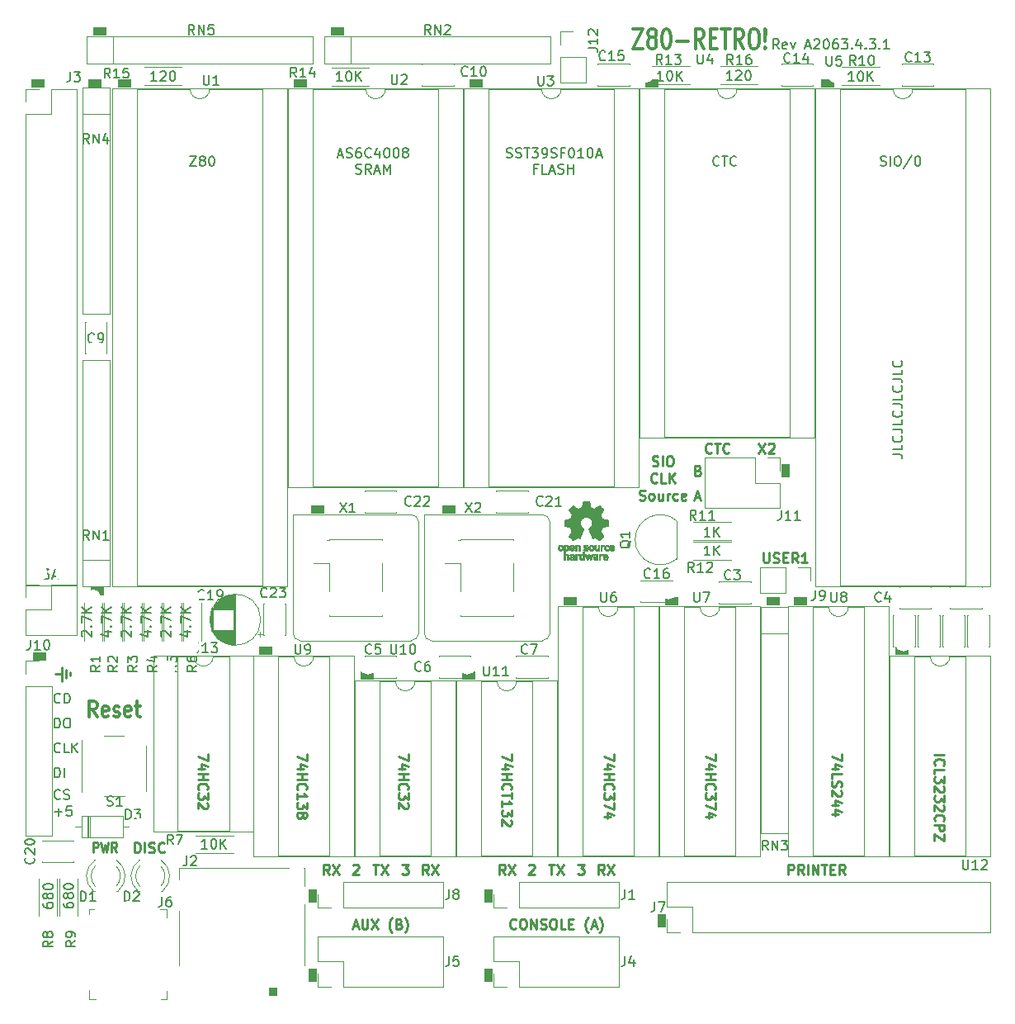
<source format=gto>
G04 #@! TF.GenerationSoftware,KiCad,Pcbnew,(5.1.12)-1*
G04 #@! TF.CreationDate,2022-12-18T09:53:08+01:00*
G04 #@! TF.ProjectId,2063-Z80,32303633-2d5a-4383-902e-6b696361645f,4.3*
G04 #@! TF.SameCoordinates,Original*
G04 #@! TF.FileFunction,Legend,Top*
G04 #@! TF.FilePolarity,Positive*
%FSLAX46Y46*%
G04 Gerber Fmt 4.6, Leading zero omitted, Abs format (unit mm)*
G04 Created by KiCad (PCBNEW (5.1.12)-1) date 2022-12-18 09:53:08*
%MOMM*%
%LPD*%
G01*
G04 APERTURE LIST*
%ADD10C,0.150000*%
%ADD11C,0.228600*%
%ADD12C,0.100000*%
%ADD13C,0.317500*%
%ADD14C,0.300000*%
%ADD15C,0.222250*%
%ADD16C,0.120000*%
%ADD17C,0.010000*%
%ADD18O,1.800000X1.800000*%
%ADD19O,1.500000X1.500000*%
%ADD20C,1.500000*%
%ADD21O,1.700000X1.700000*%
%ADD22C,1.700000*%
%ADD23C,1.400000*%
%ADD24C,4.700000*%
%ADD25O,1.800000X2.800000*%
%ADD26O,1.200000X1.750000*%
%ADD27C,1.900000*%
%ADD28C,2.300000*%
G04 APERTURE END LIST*
D10*
X189444380Y-94027047D02*
X190158666Y-94027047D01*
X190301523Y-94074666D01*
X190396761Y-94169904D01*
X190444380Y-94312761D01*
X190444380Y-94408000D01*
X190444380Y-93074666D02*
X190444380Y-93550857D01*
X189444380Y-93550857D01*
X190349142Y-92169904D02*
X190396761Y-92217523D01*
X190444380Y-92360380D01*
X190444380Y-92455619D01*
X190396761Y-92598476D01*
X190301523Y-92693714D01*
X190206285Y-92741333D01*
X190015809Y-92788952D01*
X189872952Y-92788952D01*
X189682476Y-92741333D01*
X189587238Y-92693714D01*
X189492000Y-92598476D01*
X189444380Y-92455619D01*
X189444380Y-92360380D01*
X189492000Y-92217523D01*
X189539619Y-92169904D01*
X189444380Y-91455619D02*
X190158666Y-91455619D01*
X190301523Y-91503238D01*
X190396761Y-91598476D01*
X190444380Y-91741333D01*
X190444380Y-91836571D01*
X190444380Y-90503238D02*
X190444380Y-90979428D01*
X189444380Y-90979428D01*
X190349142Y-89598476D02*
X190396761Y-89646095D01*
X190444380Y-89788952D01*
X190444380Y-89884190D01*
X190396761Y-90027047D01*
X190301523Y-90122285D01*
X190206285Y-90169904D01*
X190015809Y-90217523D01*
X189872952Y-90217523D01*
X189682476Y-90169904D01*
X189587238Y-90122285D01*
X189492000Y-90027047D01*
X189444380Y-89884190D01*
X189444380Y-89788952D01*
X189492000Y-89646095D01*
X189539619Y-89598476D01*
X189444380Y-88884190D02*
X190158666Y-88884190D01*
X190301523Y-88931809D01*
X190396761Y-89027047D01*
X190444380Y-89169904D01*
X190444380Y-89265142D01*
X190444380Y-87931809D02*
X190444380Y-88408000D01*
X189444380Y-88408000D01*
X190349142Y-87027047D02*
X190396761Y-87074666D01*
X190444380Y-87217523D01*
X190444380Y-87312761D01*
X190396761Y-87455619D01*
X190301523Y-87550857D01*
X190206285Y-87598476D01*
X190015809Y-87646095D01*
X189872952Y-87646095D01*
X189682476Y-87598476D01*
X189587238Y-87550857D01*
X189492000Y-87455619D01*
X189444380Y-87312761D01*
X189444380Y-87217523D01*
X189492000Y-87074666D01*
X189539619Y-87027047D01*
X189444380Y-86312761D02*
X190158666Y-86312761D01*
X190301523Y-86360380D01*
X190396761Y-86455619D01*
X190444380Y-86598476D01*
X190444380Y-86693714D01*
X190444380Y-85360380D02*
X190444380Y-85836571D01*
X189444380Y-85836571D01*
X190349142Y-84455619D02*
X190396761Y-84503238D01*
X190444380Y-84646095D01*
X190444380Y-84741333D01*
X190396761Y-84884190D01*
X190301523Y-84979428D01*
X190206285Y-85027047D01*
X190015809Y-85074666D01*
X189872952Y-85074666D01*
X189682476Y-85027047D01*
X189587238Y-84979428D01*
X189492000Y-84884190D01*
X189444380Y-84741333D01*
X189444380Y-84646095D01*
X189492000Y-84503238D01*
X189539619Y-84455619D01*
X172985513Y-55679600D02*
X172414084Y-55679600D01*
X172699799Y-55679600D02*
X172699799Y-54679600D01*
X172604560Y-54822458D01*
X172509322Y-54917696D01*
X172414084Y-54965315D01*
X173366465Y-54774839D02*
X173414084Y-54727220D01*
X173509322Y-54679600D01*
X173747418Y-54679600D01*
X173842656Y-54727220D01*
X173890275Y-54774839D01*
X173937894Y-54870077D01*
X173937894Y-54965315D01*
X173890275Y-55108172D01*
X173318846Y-55679600D01*
X173937894Y-55679600D01*
X174556941Y-54679600D02*
X174652180Y-54679600D01*
X174747418Y-54727220D01*
X174795037Y-54774839D01*
X174842656Y-54870077D01*
X174890275Y-55060553D01*
X174890275Y-55298648D01*
X174842656Y-55489124D01*
X174795037Y-55584362D01*
X174747418Y-55631981D01*
X174652180Y-55679600D01*
X174556941Y-55679600D01*
X174461703Y-55631981D01*
X174414084Y-55584362D01*
X174366465Y-55489124D01*
X174318846Y-55298648D01*
X174318846Y-55060553D01*
X174366465Y-54870077D01*
X174414084Y-54774839D01*
X174461703Y-54727220D01*
X174556941Y-54679600D01*
X113935593Y-55748180D02*
X113364164Y-55748180D01*
X113649879Y-55748180D02*
X113649879Y-54748180D01*
X113554640Y-54891038D01*
X113459402Y-54986276D01*
X113364164Y-55033895D01*
X114316545Y-54843419D02*
X114364164Y-54795800D01*
X114459402Y-54748180D01*
X114697498Y-54748180D01*
X114792736Y-54795800D01*
X114840355Y-54843419D01*
X114887974Y-54938657D01*
X114887974Y-55033895D01*
X114840355Y-55176752D01*
X114268926Y-55748180D01*
X114887974Y-55748180D01*
X115507021Y-54748180D02*
X115602260Y-54748180D01*
X115697498Y-54795800D01*
X115745117Y-54843419D01*
X115792736Y-54938657D01*
X115840355Y-55129133D01*
X115840355Y-55367228D01*
X115792736Y-55557704D01*
X115745117Y-55652942D01*
X115697498Y-55700561D01*
X115602260Y-55748180D01*
X115507021Y-55748180D01*
X115411783Y-55700561D01*
X115364164Y-55652942D01*
X115316545Y-55557704D01*
X115268926Y-55367228D01*
X115268926Y-55129133D01*
X115316545Y-54938657D01*
X115364164Y-54843419D01*
X115411783Y-54795800D01*
X115507021Y-54748180D01*
X132987183Y-55776120D02*
X132415755Y-55776120D01*
X132701469Y-55776120D02*
X132701469Y-54776120D01*
X132606231Y-54918978D01*
X132510993Y-55014216D01*
X132415755Y-55061835D01*
X133606231Y-54776120D02*
X133701469Y-54776120D01*
X133796707Y-54823740D01*
X133844326Y-54871359D01*
X133891945Y-54966597D01*
X133939564Y-55157073D01*
X133939564Y-55395168D01*
X133891945Y-55585644D01*
X133844326Y-55680882D01*
X133796707Y-55728501D01*
X133701469Y-55776120D01*
X133606231Y-55776120D01*
X133510993Y-55728501D01*
X133463374Y-55680882D01*
X133415755Y-55585644D01*
X133368136Y-55395168D01*
X133368136Y-55157073D01*
X133415755Y-54966597D01*
X133463374Y-54871359D01*
X133510993Y-54823740D01*
X133606231Y-54776120D01*
X134368136Y-55776120D02*
X134368136Y-54776120D01*
X134939564Y-55776120D02*
X134510993Y-55204692D01*
X134939564Y-54776120D02*
X134368136Y-55347549D01*
D11*
X176196776Y-104142419D02*
X176196776Y-104964895D01*
X176245157Y-105061657D01*
X176293538Y-105110038D01*
X176390300Y-105158419D01*
X176583823Y-105158419D01*
X176680585Y-105110038D01*
X176728966Y-105061657D01*
X176777347Y-104964895D01*
X176777347Y-104142419D01*
X177212776Y-105110038D02*
X177357919Y-105158419D01*
X177599823Y-105158419D01*
X177696585Y-105110038D01*
X177744966Y-105061657D01*
X177793347Y-104964895D01*
X177793347Y-104868133D01*
X177744966Y-104771371D01*
X177696585Y-104722990D01*
X177599823Y-104674609D01*
X177406300Y-104626228D01*
X177309538Y-104577847D01*
X177261157Y-104529466D01*
X177212776Y-104432704D01*
X177212776Y-104335942D01*
X177261157Y-104239180D01*
X177309538Y-104190800D01*
X177406300Y-104142419D01*
X177648204Y-104142419D01*
X177793347Y-104190800D01*
X178228776Y-104626228D02*
X178567442Y-104626228D01*
X178712585Y-105158419D02*
X178228776Y-105158419D01*
X178228776Y-104142419D01*
X178712585Y-104142419D01*
X179728585Y-105158419D02*
X179389919Y-104674609D01*
X179148014Y-105158419D02*
X179148014Y-104142419D01*
X179535061Y-104142419D01*
X179631823Y-104190800D01*
X179680204Y-104239180D01*
X179728585Y-104335942D01*
X179728585Y-104481085D01*
X179680204Y-104577847D01*
X179631823Y-104626228D01*
X179535061Y-104674609D01*
X179148014Y-104674609D01*
X180696204Y-105158419D02*
X180115633Y-105158419D01*
X180405919Y-105158419D02*
X180405919Y-104142419D01*
X180309157Y-104287561D01*
X180212395Y-104384323D01*
X180115633Y-104432704D01*
D10*
X185491523Y-55773580D02*
X184920095Y-55773580D01*
X185205809Y-55773580D02*
X185205809Y-54773580D01*
X185110571Y-54916438D01*
X185015333Y-55011676D01*
X184920095Y-55059295D01*
X186110571Y-54773580D02*
X186205809Y-54773580D01*
X186301047Y-54821200D01*
X186348666Y-54868819D01*
X186396285Y-54964057D01*
X186443904Y-55154533D01*
X186443904Y-55392628D01*
X186396285Y-55583104D01*
X186348666Y-55678342D01*
X186301047Y-55725961D01*
X186205809Y-55773580D01*
X186110571Y-55773580D01*
X186015333Y-55725961D01*
X185967714Y-55678342D01*
X185920095Y-55583104D01*
X185872476Y-55392628D01*
X185872476Y-55154533D01*
X185920095Y-54964057D01*
X185967714Y-54868819D01*
X186015333Y-54821200D01*
X186110571Y-54773580D01*
X186872476Y-55773580D02*
X186872476Y-54773580D01*
X187443904Y-55773580D02*
X187015333Y-55202152D01*
X187443904Y-54773580D02*
X186872476Y-55345009D01*
X165895423Y-55722780D02*
X165323995Y-55722780D01*
X165609709Y-55722780D02*
X165609709Y-54722780D01*
X165514471Y-54865638D01*
X165419233Y-54960876D01*
X165323995Y-55008495D01*
X166514471Y-54722780D02*
X166609709Y-54722780D01*
X166704947Y-54770400D01*
X166752566Y-54818019D01*
X166800185Y-54913257D01*
X166847804Y-55103733D01*
X166847804Y-55341828D01*
X166800185Y-55532304D01*
X166752566Y-55627542D01*
X166704947Y-55675161D01*
X166609709Y-55722780D01*
X166514471Y-55722780D01*
X166419233Y-55675161D01*
X166371614Y-55627542D01*
X166323995Y-55532304D01*
X166276376Y-55341828D01*
X166276376Y-55103733D01*
X166323995Y-54913257D01*
X166371614Y-54818019D01*
X166419233Y-54770400D01*
X166514471Y-54722780D01*
X167276376Y-55722780D02*
X167276376Y-54722780D01*
X167847804Y-55722780D02*
X167419233Y-55151352D01*
X167847804Y-54722780D02*
X167276376Y-55294209D01*
X170702314Y-104389180D02*
X170130885Y-104389180D01*
X170416600Y-104389180D02*
X170416600Y-103389180D01*
X170321361Y-103532038D01*
X170226123Y-103627276D01*
X170130885Y-103674895D01*
X171130885Y-104389180D02*
X171130885Y-103389180D01*
X171702314Y-104389180D02*
X171273742Y-103817752D01*
X171702314Y-103389180D02*
X171130885Y-103960609D01*
X170702314Y-102484180D02*
X170130885Y-102484180D01*
X170416600Y-102484180D02*
X170416600Y-101484180D01*
X170321361Y-101627038D01*
X170226123Y-101722276D01*
X170130885Y-101769895D01*
X171130885Y-102484180D02*
X171130885Y-101484180D01*
X171702314Y-102484180D02*
X171273742Y-101912752D01*
X171702314Y-101484180D02*
X171130885Y-102055609D01*
D11*
X119174380Y-124753732D02*
X119174380Y-125431066D01*
X118158380Y-124995637D01*
X118835714Y-126253542D02*
X118158380Y-126253542D01*
X119222761Y-126011637D02*
X118497047Y-125769732D01*
X118497047Y-126398685D01*
X118158380Y-126785732D02*
X119174380Y-126785732D01*
X118690571Y-126785732D02*
X118690571Y-127366304D01*
X118158380Y-127366304D02*
X119174380Y-127366304D01*
X118255142Y-128430685D02*
X118206761Y-128382304D01*
X118158380Y-128237161D01*
X118158380Y-128140399D01*
X118206761Y-127995256D01*
X118303523Y-127898494D01*
X118400285Y-127850113D01*
X118593809Y-127801732D01*
X118738952Y-127801732D01*
X118932476Y-127850113D01*
X119029238Y-127898494D01*
X119126000Y-127995256D01*
X119174380Y-128140399D01*
X119174380Y-128237161D01*
X119126000Y-128382304D01*
X119077619Y-128430685D01*
X119174380Y-128769351D02*
X119174380Y-129398304D01*
X118787333Y-129059637D01*
X118787333Y-129204780D01*
X118738952Y-129301542D01*
X118690571Y-129349923D01*
X118593809Y-129398304D01*
X118351904Y-129398304D01*
X118255142Y-129349923D01*
X118206761Y-129301542D01*
X118158380Y-129204780D01*
X118158380Y-128914494D01*
X118206761Y-128817732D01*
X118255142Y-128769351D01*
X119077619Y-129785351D02*
X119126000Y-129833732D01*
X119174380Y-129930494D01*
X119174380Y-130172399D01*
X119126000Y-130269161D01*
X119077619Y-130317542D01*
X118980857Y-130365923D01*
X118884095Y-130365923D01*
X118738952Y-130317542D01*
X118158380Y-129736970D01*
X118158380Y-130365923D01*
D12*
G36*
X178780440Y-96271080D02*
G01*
X178018440Y-96271080D01*
X178018440Y-95001080D01*
X178780440Y-95001080D01*
X178780440Y-96271080D01*
G37*
X178780440Y-96271080D02*
X178018440Y-96271080D01*
X178018440Y-95001080D01*
X178780440Y-95001080D01*
X178780440Y-96271080D01*
D11*
X164797619Y-95178638D02*
X164942761Y-95227019D01*
X165184666Y-95227019D01*
X165281428Y-95178638D01*
X165329809Y-95130257D01*
X165378190Y-95033495D01*
X165378190Y-94936733D01*
X165329809Y-94839971D01*
X165281428Y-94791590D01*
X165184666Y-94743209D01*
X164991142Y-94694828D01*
X164894380Y-94646447D01*
X164846000Y-94598066D01*
X164797619Y-94501304D01*
X164797619Y-94404542D01*
X164846000Y-94307780D01*
X164894380Y-94259400D01*
X164991142Y-94211019D01*
X165233047Y-94211019D01*
X165378190Y-94259400D01*
X165813619Y-95227019D02*
X165813619Y-94211019D01*
X166490952Y-94211019D02*
X166684476Y-94211019D01*
X166781238Y-94259400D01*
X166878000Y-94356161D01*
X166926380Y-94549685D01*
X166926380Y-94888352D01*
X166878000Y-95081876D01*
X166781238Y-95178638D01*
X166684476Y-95227019D01*
X166490952Y-95227019D01*
X166394190Y-95178638D01*
X166297428Y-95081876D01*
X166249047Y-94888352D01*
X166249047Y-94549685D01*
X166297428Y-94356161D01*
X166394190Y-94259400D01*
X166490952Y-94211019D01*
X165257238Y-96882857D02*
X165208857Y-96931238D01*
X165063714Y-96979619D01*
X164966952Y-96979619D01*
X164821809Y-96931238D01*
X164725047Y-96834476D01*
X164676666Y-96737714D01*
X164628285Y-96544190D01*
X164628285Y-96399047D01*
X164676666Y-96205523D01*
X164725047Y-96108761D01*
X164821809Y-96012000D01*
X164966952Y-95963619D01*
X165063714Y-95963619D01*
X165208857Y-96012000D01*
X165257238Y-96060380D01*
X166176476Y-96979619D02*
X165692666Y-96979619D01*
X165692666Y-95963619D01*
X166515142Y-96979619D02*
X166515142Y-95963619D01*
X167095714Y-96979619D02*
X166660285Y-96399047D01*
X167095714Y-95963619D02*
X166515142Y-96544190D01*
X163467142Y-98683838D02*
X163612285Y-98732219D01*
X163854190Y-98732219D01*
X163950952Y-98683838D01*
X163999333Y-98635457D01*
X164047714Y-98538695D01*
X164047714Y-98441933D01*
X163999333Y-98345171D01*
X163950952Y-98296790D01*
X163854190Y-98248409D01*
X163660666Y-98200028D01*
X163563904Y-98151647D01*
X163515523Y-98103266D01*
X163467142Y-98006504D01*
X163467142Y-97909742D01*
X163515523Y-97812980D01*
X163563904Y-97764600D01*
X163660666Y-97716219D01*
X163902571Y-97716219D01*
X164047714Y-97764600D01*
X164628285Y-98732219D02*
X164531523Y-98683838D01*
X164483142Y-98635457D01*
X164434761Y-98538695D01*
X164434761Y-98248409D01*
X164483142Y-98151647D01*
X164531523Y-98103266D01*
X164628285Y-98054885D01*
X164773428Y-98054885D01*
X164870190Y-98103266D01*
X164918571Y-98151647D01*
X164966952Y-98248409D01*
X164966952Y-98538695D01*
X164918571Y-98635457D01*
X164870190Y-98683838D01*
X164773428Y-98732219D01*
X164628285Y-98732219D01*
X165837809Y-98054885D02*
X165837809Y-98732219D01*
X165402380Y-98054885D02*
X165402380Y-98587076D01*
X165450761Y-98683838D01*
X165547523Y-98732219D01*
X165692666Y-98732219D01*
X165789428Y-98683838D01*
X165837809Y-98635457D01*
X166321619Y-98732219D02*
X166321619Y-98054885D01*
X166321619Y-98248409D02*
X166370000Y-98151647D01*
X166418380Y-98103266D01*
X166515142Y-98054885D01*
X166611904Y-98054885D01*
X167386000Y-98683838D02*
X167289238Y-98732219D01*
X167095714Y-98732219D01*
X166998952Y-98683838D01*
X166950571Y-98635457D01*
X166902190Y-98538695D01*
X166902190Y-98248409D01*
X166950571Y-98151647D01*
X166998952Y-98103266D01*
X167095714Y-98054885D01*
X167289238Y-98054885D01*
X167386000Y-98103266D01*
X168208476Y-98683838D02*
X168111714Y-98732219D01*
X167918190Y-98732219D01*
X167821428Y-98683838D01*
X167773047Y-98587076D01*
X167773047Y-98200028D01*
X167821428Y-98103266D01*
X167918190Y-98054885D01*
X168111714Y-98054885D01*
X168208476Y-98103266D01*
X168256857Y-98200028D01*
X168256857Y-98296790D01*
X167773047Y-98393552D01*
X169490571Y-95685428D02*
X169635714Y-95733809D01*
X169684095Y-95782190D01*
X169732476Y-95878952D01*
X169732476Y-96024095D01*
X169684095Y-96120857D01*
X169635714Y-96169238D01*
X169538952Y-96217619D01*
X169151904Y-96217619D01*
X169151904Y-95201619D01*
X169490571Y-95201619D01*
X169587333Y-95250000D01*
X169635714Y-95298380D01*
X169684095Y-95395142D01*
X169684095Y-95491904D01*
X169635714Y-95588666D01*
X169587333Y-95637047D01*
X169490571Y-95685428D01*
X169151904Y-95685428D01*
X169176095Y-98467333D02*
X169659904Y-98467333D01*
X169079333Y-98757619D02*
X169418000Y-97741619D01*
X169756666Y-98757619D01*
X175707523Y-92915619D02*
X176384857Y-93931619D01*
X176384857Y-92915619D02*
X175707523Y-93931619D01*
X176723523Y-93012380D02*
X176771904Y-92964000D01*
X176868666Y-92915619D01*
X177110571Y-92915619D01*
X177207333Y-92964000D01*
X177255714Y-93012380D01*
X177304095Y-93109142D01*
X177304095Y-93205904D01*
X177255714Y-93351047D01*
X176675142Y-93931619D01*
X177304095Y-93931619D01*
X170869428Y-93834857D02*
X170821047Y-93883238D01*
X170675904Y-93931619D01*
X170579142Y-93931619D01*
X170434000Y-93883238D01*
X170337238Y-93786476D01*
X170288857Y-93689714D01*
X170240476Y-93496190D01*
X170240476Y-93351047D01*
X170288857Y-93157523D01*
X170337238Y-93060761D01*
X170434000Y-92964000D01*
X170579142Y-92915619D01*
X170675904Y-92915619D01*
X170821047Y-92964000D01*
X170869428Y-93012380D01*
X171159714Y-92915619D02*
X171740285Y-92915619D01*
X171450000Y-93931619D02*
X171450000Y-92915619D01*
X172659523Y-93834857D02*
X172611142Y-93883238D01*
X172466000Y-93931619D01*
X172369238Y-93931619D01*
X172224095Y-93883238D01*
X172127333Y-93786476D01*
X172078952Y-93689714D01*
X172030571Y-93496190D01*
X172030571Y-93351047D01*
X172078952Y-93157523D01*
X172127333Y-93060761D01*
X172224095Y-92964000D01*
X172369238Y-92915619D01*
X172466000Y-92915619D01*
X172611142Y-92964000D01*
X172659523Y-93012380D01*
D10*
X103484995Y-130729028D02*
X104246900Y-130729028D01*
X103865947Y-131109980D02*
X103865947Y-130348076D01*
X105199280Y-130109980D02*
X104723090Y-130109980D01*
X104675471Y-130586171D01*
X104723090Y-130538552D01*
X104818328Y-130490933D01*
X105056423Y-130490933D01*
X105151661Y-130538552D01*
X105199280Y-130586171D01*
X105246900Y-130681409D01*
X105246900Y-130919504D01*
X105199280Y-131014742D01*
X105151661Y-131062361D01*
X105056423Y-131109980D01*
X104818328Y-131109980D01*
X104723090Y-131062361D01*
X104675471Y-131014742D01*
X104031023Y-129312942D02*
X103983404Y-129360561D01*
X103840547Y-129408180D01*
X103745309Y-129408180D01*
X103602452Y-129360561D01*
X103507214Y-129265323D01*
X103459595Y-129170085D01*
X103411976Y-128979609D01*
X103411976Y-128836752D01*
X103459595Y-128646276D01*
X103507214Y-128551038D01*
X103602452Y-128455800D01*
X103745309Y-128408180D01*
X103840547Y-128408180D01*
X103983404Y-128455800D01*
X104031023Y-128503419D01*
X104411976Y-129360561D02*
X104554833Y-129408180D01*
X104792928Y-129408180D01*
X104888166Y-129360561D01*
X104935785Y-129312942D01*
X104983404Y-129217704D01*
X104983404Y-129122466D01*
X104935785Y-129027228D01*
X104888166Y-128979609D01*
X104792928Y-128931990D01*
X104602452Y-128884371D01*
X104507214Y-128836752D01*
X104459595Y-128789133D01*
X104411976Y-128693895D01*
X104411976Y-128598657D01*
X104459595Y-128503419D01*
X104507214Y-128455800D01*
X104602452Y-128408180D01*
X104840547Y-128408180D01*
X104983404Y-128455800D01*
X103459595Y-127172980D02*
X103459595Y-126172980D01*
X103697690Y-126172980D01*
X103840547Y-126220600D01*
X103935785Y-126315838D01*
X103983404Y-126411076D01*
X104031023Y-126601552D01*
X104031023Y-126744409D01*
X103983404Y-126934885D01*
X103935785Y-127030123D01*
X103840547Y-127125361D01*
X103697690Y-127172980D01*
X103459595Y-127172980D01*
X104459595Y-127172980D02*
X104459595Y-126172980D01*
X104031023Y-124537742D02*
X103983404Y-124585361D01*
X103840547Y-124632980D01*
X103745309Y-124632980D01*
X103602452Y-124585361D01*
X103507214Y-124490123D01*
X103459595Y-124394885D01*
X103411976Y-124204409D01*
X103411976Y-124061552D01*
X103459595Y-123871076D01*
X103507214Y-123775838D01*
X103602452Y-123680600D01*
X103745309Y-123632980D01*
X103840547Y-123632980D01*
X103983404Y-123680600D01*
X104031023Y-123728219D01*
X104935785Y-124632980D02*
X104459595Y-124632980D01*
X104459595Y-123632980D01*
X105269119Y-124632980D02*
X105269119Y-123632980D01*
X105840547Y-124632980D02*
X105411976Y-124061552D01*
X105840547Y-123632980D02*
X105269119Y-124204409D01*
D11*
X104212571Y-115834885D02*
X104212571Y-117286314D01*
X104648000Y-116125171D02*
X104648000Y-116996028D01*
X103559428Y-116560600D02*
X104212571Y-116560600D01*
X105083428Y-116705742D02*
X105083428Y-116415457D01*
D10*
X104031023Y-119457742D02*
X103983404Y-119505361D01*
X103840547Y-119552980D01*
X103745309Y-119552980D01*
X103602452Y-119505361D01*
X103507214Y-119410123D01*
X103459595Y-119314885D01*
X103411976Y-119124409D01*
X103411976Y-118981552D01*
X103459595Y-118791076D01*
X103507214Y-118695838D01*
X103602452Y-118600600D01*
X103745309Y-118552980D01*
X103840547Y-118552980D01*
X103983404Y-118600600D01*
X104031023Y-118648219D01*
X104459595Y-119552980D02*
X104459595Y-118552980D01*
X104697690Y-118552980D01*
X104840547Y-118600600D01*
X104935785Y-118695838D01*
X104983404Y-118791076D01*
X105031023Y-118981552D01*
X105031023Y-119124409D01*
X104983404Y-119314885D01*
X104935785Y-119410123D01*
X104840547Y-119505361D01*
X104697690Y-119552980D01*
X104459595Y-119552980D01*
X103459595Y-122092980D02*
X103459595Y-121092980D01*
X103697690Y-121092980D01*
X103840547Y-121140600D01*
X103935785Y-121235838D01*
X103983404Y-121331076D01*
X104031023Y-121521552D01*
X104031023Y-121664409D01*
X103983404Y-121854885D01*
X103935785Y-121950123D01*
X103840547Y-122045361D01*
X103697690Y-122092980D01*
X103459595Y-122092980D01*
X104650071Y-121092980D02*
X104840547Y-121092980D01*
X104935785Y-121140600D01*
X105031023Y-121235838D01*
X105078642Y-121426314D01*
X105078642Y-121759647D01*
X105031023Y-121950123D01*
X104935785Y-122045361D01*
X104840547Y-122092980D01*
X104650071Y-122092980D01*
X104554833Y-122045361D01*
X104459595Y-121950123D01*
X104411976Y-121759647D01*
X104411976Y-121426314D01*
X104459595Y-121235838D01*
X104554833Y-121140600D01*
X104650071Y-121092980D01*
D12*
G36*
X102527100Y-115100100D02*
G01*
X101257100Y-115100100D01*
X101257100Y-114338100D01*
X102527100Y-114338100D01*
X102527100Y-115100100D01*
G37*
X102527100Y-115100100D02*
X101257100Y-115100100D01*
X101257100Y-114338100D01*
X102527100Y-114338100D01*
X102527100Y-115100100D01*
D13*
X162814000Y-50423838D02*
X163830000Y-50423838D01*
X162814000Y-52455838D01*
X163830000Y-52455838D01*
X164628285Y-51294695D02*
X164483142Y-51197933D01*
X164410571Y-51101171D01*
X164338000Y-50907647D01*
X164338000Y-50810885D01*
X164410571Y-50617361D01*
X164483142Y-50520600D01*
X164628285Y-50423838D01*
X164918571Y-50423838D01*
X165063714Y-50520600D01*
X165136285Y-50617361D01*
X165208857Y-50810885D01*
X165208857Y-50907647D01*
X165136285Y-51101171D01*
X165063714Y-51197933D01*
X164918571Y-51294695D01*
X164628285Y-51294695D01*
X164483142Y-51391457D01*
X164410571Y-51488219D01*
X164338000Y-51681742D01*
X164338000Y-52068790D01*
X164410571Y-52262314D01*
X164483142Y-52359076D01*
X164628285Y-52455838D01*
X164918571Y-52455838D01*
X165063714Y-52359076D01*
X165136285Y-52262314D01*
X165208857Y-52068790D01*
X165208857Y-51681742D01*
X165136285Y-51488219D01*
X165063714Y-51391457D01*
X164918571Y-51294695D01*
X166152285Y-50423838D02*
X166297428Y-50423838D01*
X166442571Y-50520600D01*
X166515142Y-50617361D01*
X166587714Y-50810885D01*
X166660285Y-51197933D01*
X166660285Y-51681742D01*
X166587714Y-52068790D01*
X166515142Y-52262314D01*
X166442571Y-52359076D01*
X166297428Y-52455838D01*
X166152285Y-52455838D01*
X166007142Y-52359076D01*
X165934571Y-52262314D01*
X165862000Y-52068790D01*
X165789428Y-51681742D01*
X165789428Y-51197933D01*
X165862000Y-50810885D01*
X165934571Y-50617361D01*
X166007142Y-50520600D01*
X166152285Y-50423838D01*
X167313428Y-51681742D02*
X168474571Y-51681742D01*
X170071142Y-52455838D02*
X169563142Y-51488219D01*
X169200285Y-52455838D02*
X169200285Y-50423838D01*
X169780857Y-50423838D01*
X169926000Y-50520600D01*
X169998571Y-50617361D01*
X170071142Y-50810885D01*
X170071142Y-51101171D01*
X169998571Y-51294695D01*
X169926000Y-51391457D01*
X169780857Y-51488219D01*
X169200285Y-51488219D01*
X170724285Y-51391457D02*
X171232285Y-51391457D01*
X171450000Y-52455838D02*
X170724285Y-52455838D01*
X170724285Y-50423838D01*
X171450000Y-50423838D01*
X171885428Y-50423838D02*
X172756285Y-50423838D01*
X172320857Y-52455838D02*
X172320857Y-50423838D01*
X174135142Y-52455838D02*
X173627142Y-51488219D01*
X173264285Y-52455838D02*
X173264285Y-50423838D01*
X173844857Y-50423838D01*
X173990000Y-50520600D01*
X174062571Y-50617361D01*
X174135142Y-50810885D01*
X174135142Y-51101171D01*
X174062571Y-51294695D01*
X173990000Y-51391457D01*
X173844857Y-51488219D01*
X173264285Y-51488219D01*
X175078571Y-50423838D02*
X175368857Y-50423838D01*
X175514000Y-50520600D01*
X175659142Y-50714123D01*
X175731714Y-51101171D01*
X175731714Y-51778504D01*
X175659142Y-52165552D01*
X175514000Y-52359076D01*
X175368857Y-52455838D01*
X175078571Y-52455838D01*
X174933428Y-52359076D01*
X174788285Y-52165552D01*
X174715714Y-51778504D01*
X174715714Y-51101171D01*
X174788285Y-50714123D01*
X174933428Y-50520600D01*
X175078571Y-50423838D01*
X176384857Y-52262314D02*
X176457428Y-52359076D01*
X176384857Y-52455838D01*
X176312285Y-52359076D01*
X176384857Y-52262314D01*
X176384857Y-52455838D01*
X176384857Y-51681742D02*
X176312285Y-50520600D01*
X176384857Y-50423838D01*
X176457428Y-50520600D01*
X176384857Y-51681742D01*
X176384857Y-50423838D01*
D12*
G36*
X126238000Y-149479000D02*
G01*
X125476000Y-149479000D01*
X125476000Y-148717000D01*
X126238000Y-148717000D01*
X126238000Y-149479000D01*
G37*
X126238000Y-149479000D02*
X125476000Y-149479000D01*
X125476000Y-148717000D01*
X126238000Y-148717000D01*
X126238000Y-149479000D01*
G36*
X108407200Y-108458000D02*
G01*
X107137200Y-108458000D01*
X107137200Y-107696000D01*
X108407200Y-107696000D01*
X108407200Y-108458000D01*
G37*
X108407200Y-108458000D02*
X107137200Y-108458000D01*
X107137200Y-107696000D01*
X108407200Y-107696000D01*
X108407200Y-108458000D01*
G36*
X133096000Y-51054000D02*
G01*
X131826000Y-51054000D01*
X131826000Y-50292000D01*
X133096000Y-50292000D01*
X133096000Y-51054000D01*
G37*
X133096000Y-51054000D02*
X131826000Y-51054000D01*
X131826000Y-50292000D01*
X133096000Y-50292000D01*
X133096000Y-51054000D01*
G36*
X108712000Y-51054000D02*
G01*
X107442000Y-51054000D01*
X107442000Y-50292000D01*
X108712000Y-50292000D01*
X108712000Y-51054000D01*
G37*
X108712000Y-51054000D02*
X107442000Y-51054000D01*
X107442000Y-50292000D01*
X108712000Y-50292000D01*
X108712000Y-51054000D01*
G36*
X183388000Y-56388000D02*
G01*
X182118000Y-56388000D01*
X182118000Y-55626000D01*
X183388000Y-55626000D01*
X183388000Y-56388000D01*
G37*
X183388000Y-56388000D02*
X182118000Y-56388000D01*
X182118000Y-55626000D01*
X183388000Y-55626000D01*
X183388000Y-56388000D01*
G36*
X165354000Y-56388000D02*
G01*
X164084000Y-56388000D01*
X164084000Y-55626000D01*
X165354000Y-55626000D01*
X165354000Y-56388000D01*
G37*
X165354000Y-56388000D02*
X164084000Y-56388000D01*
X164084000Y-55626000D01*
X165354000Y-55626000D01*
X165354000Y-56388000D01*
G36*
X147320000Y-56388000D02*
G01*
X146050000Y-56388000D01*
X146050000Y-55626000D01*
X147320000Y-55626000D01*
X147320000Y-56388000D01*
G37*
X147320000Y-56388000D02*
X146050000Y-56388000D01*
X146050000Y-55626000D01*
X147320000Y-55626000D01*
X147320000Y-56388000D01*
G36*
X129286000Y-56388000D02*
G01*
X128016000Y-56388000D01*
X128016000Y-55626000D01*
X129286000Y-55626000D01*
X129286000Y-56388000D01*
G37*
X129286000Y-56388000D02*
X128016000Y-56388000D01*
X128016000Y-55626000D01*
X129286000Y-55626000D01*
X129286000Y-56388000D01*
G36*
X111252000Y-56388000D02*
G01*
X109982000Y-56388000D01*
X109982000Y-55626000D01*
X111252000Y-55626000D01*
X111252000Y-56388000D01*
G37*
X111252000Y-56388000D02*
X109982000Y-56388000D01*
X109982000Y-55626000D01*
X111252000Y-55626000D01*
X111252000Y-56388000D01*
G36*
X108204000Y-56388000D02*
G01*
X106934000Y-56388000D01*
X106934000Y-55626000D01*
X108204000Y-55626000D01*
X108204000Y-56388000D01*
G37*
X108204000Y-56388000D02*
X106934000Y-56388000D01*
X106934000Y-55626000D01*
X108204000Y-55626000D01*
X108204000Y-56388000D01*
G36*
X102362000Y-56388000D02*
G01*
X101092000Y-56388000D01*
X101092000Y-55626000D01*
X102362000Y-55626000D01*
X102362000Y-56388000D01*
G37*
X102362000Y-56388000D02*
X101092000Y-56388000D01*
X101092000Y-55626000D01*
X102362000Y-55626000D01*
X102362000Y-56388000D01*
G36*
X144526000Y-100076000D02*
G01*
X143256000Y-100076000D01*
X143256000Y-99314000D01*
X144526000Y-99314000D01*
X144526000Y-100076000D01*
G37*
X144526000Y-100076000D02*
X143256000Y-100076000D01*
X143256000Y-99314000D01*
X144526000Y-99314000D01*
X144526000Y-100076000D01*
G36*
X131064000Y-100076000D02*
G01*
X129794000Y-100076000D01*
X129794000Y-99314000D01*
X131064000Y-99314000D01*
X131064000Y-100076000D01*
G37*
X131064000Y-100076000D02*
X129794000Y-100076000D01*
X129794000Y-99314000D01*
X131064000Y-99314000D01*
X131064000Y-100076000D01*
G36*
X191008000Y-114554000D02*
G01*
X189738000Y-114554000D01*
X189738000Y-113792000D01*
X191008000Y-113792000D01*
X191008000Y-114554000D01*
G37*
X191008000Y-114554000D02*
X189738000Y-114554000D01*
X189738000Y-113792000D01*
X191008000Y-113792000D01*
X191008000Y-114554000D01*
G36*
X180594000Y-109474000D02*
G01*
X179324000Y-109474000D01*
X179324000Y-108712000D01*
X180594000Y-108712000D01*
X180594000Y-109474000D01*
G37*
X180594000Y-109474000D02*
X179324000Y-109474000D01*
X179324000Y-108712000D01*
X180594000Y-108712000D01*
X180594000Y-109474000D01*
G36*
X177800000Y-109474000D02*
G01*
X176530000Y-109474000D01*
X176530000Y-108712000D01*
X177800000Y-108712000D01*
X177800000Y-109474000D01*
G37*
X177800000Y-109474000D02*
X176530000Y-109474000D01*
X176530000Y-108712000D01*
X177800000Y-108712000D01*
X177800000Y-109474000D01*
G36*
X167386000Y-109474000D02*
G01*
X166116000Y-109474000D01*
X166116000Y-108712000D01*
X167386000Y-108712000D01*
X167386000Y-109474000D01*
G37*
X167386000Y-109474000D02*
X166116000Y-109474000D01*
X166116000Y-108712000D01*
X167386000Y-108712000D01*
X167386000Y-109474000D01*
G36*
X156972000Y-109474000D02*
G01*
X155702000Y-109474000D01*
X155702000Y-108712000D01*
X156972000Y-108712000D01*
X156972000Y-109474000D01*
G37*
X156972000Y-109474000D02*
X155702000Y-109474000D01*
X155702000Y-108712000D01*
X156972000Y-108712000D01*
X156972000Y-109474000D01*
G36*
X146558000Y-117094000D02*
G01*
X145288000Y-117094000D01*
X145288000Y-116332000D01*
X146558000Y-116332000D01*
X146558000Y-117094000D01*
G37*
X146558000Y-117094000D02*
X145288000Y-117094000D01*
X145288000Y-116332000D01*
X146558000Y-116332000D01*
X146558000Y-117094000D01*
G36*
X136144000Y-117094000D02*
G01*
X134874000Y-117094000D01*
X134874000Y-116332000D01*
X136144000Y-116332000D01*
X136144000Y-117094000D01*
G37*
X136144000Y-117094000D02*
X134874000Y-117094000D01*
X134874000Y-116332000D01*
X136144000Y-116332000D01*
X136144000Y-117094000D01*
G36*
X125730000Y-114554000D02*
G01*
X124460000Y-114554000D01*
X124460000Y-113792000D01*
X125730000Y-113792000D01*
X125730000Y-114554000D01*
G37*
X125730000Y-114554000D02*
X124460000Y-114554000D01*
X124460000Y-113792000D01*
X125730000Y-113792000D01*
X125730000Y-114554000D01*
D14*
X107820580Y-120965080D02*
X107354914Y-120178890D01*
X107022295Y-120965080D02*
X107022295Y-119314080D01*
X107554485Y-119314080D01*
X107687533Y-119392700D01*
X107754057Y-119471319D01*
X107820580Y-119628557D01*
X107820580Y-119864414D01*
X107754057Y-120021652D01*
X107687533Y-120100271D01*
X107554485Y-120178890D01*
X107022295Y-120178890D01*
X108951485Y-120886461D02*
X108818438Y-120965080D01*
X108552342Y-120965080D01*
X108419295Y-120886461D01*
X108352771Y-120729223D01*
X108352771Y-120100271D01*
X108419295Y-119943033D01*
X108552342Y-119864414D01*
X108818438Y-119864414D01*
X108951485Y-119943033D01*
X109018009Y-120100271D01*
X109018009Y-120257509D01*
X108352771Y-120414747D01*
X109550200Y-120886461D02*
X109683247Y-120965080D01*
X109949342Y-120965080D01*
X110082390Y-120886461D01*
X110148914Y-120729223D01*
X110148914Y-120650604D01*
X110082390Y-120493366D01*
X109949342Y-120414747D01*
X109749771Y-120414747D01*
X109616723Y-120336128D01*
X109550200Y-120178890D01*
X109550200Y-120100271D01*
X109616723Y-119943033D01*
X109749771Y-119864414D01*
X109949342Y-119864414D01*
X110082390Y-119943033D01*
X111279819Y-120886461D02*
X111146771Y-120965080D01*
X110880676Y-120965080D01*
X110747628Y-120886461D01*
X110681104Y-120729223D01*
X110681104Y-120100271D01*
X110747628Y-119943033D01*
X110880676Y-119864414D01*
X111146771Y-119864414D01*
X111279819Y-119943033D01*
X111346342Y-120100271D01*
X111346342Y-120257509D01*
X110681104Y-120414747D01*
X111745485Y-119864414D02*
X112277676Y-119864414D01*
X111945057Y-119314080D02*
X111945057Y-120729223D01*
X112011580Y-120886461D01*
X112144628Y-120965080D01*
X112277676Y-120965080D01*
D12*
G36*
X130302000Y-148082000D02*
G01*
X129540000Y-148082000D01*
X129540000Y-146812000D01*
X130302000Y-146812000D01*
X130302000Y-148082000D01*
G37*
X130302000Y-148082000D02*
X129540000Y-148082000D01*
X129540000Y-146812000D01*
X130302000Y-146812000D01*
X130302000Y-148082000D01*
G36*
X130302000Y-139954000D02*
G01*
X129540000Y-139954000D01*
X129540000Y-138684000D01*
X130302000Y-138684000D01*
X130302000Y-139954000D01*
G37*
X130302000Y-139954000D02*
X129540000Y-139954000D01*
X129540000Y-138684000D01*
X130302000Y-138684000D01*
X130302000Y-139954000D01*
D11*
X178707142Y-137111619D02*
X178707142Y-136095619D01*
X179094190Y-136095619D01*
X179190952Y-136144000D01*
X179239333Y-136192380D01*
X179287714Y-136289142D01*
X179287714Y-136434285D01*
X179239333Y-136531047D01*
X179190952Y-136579428D01*
X179094190Y-136627809D01*
X178707142Y-136627809D01*
X180303714Y-137111619D02*
X179965047Y-136627809D01*
X179723142Y-137111619D02*
X179723142Y-136095619D01*
X180110190Y-136095619D01*
X180206952Y-136144000D01*
X180255333Y-136192380D01*
X180303714Y-136289142D01*
X180303714Y-136434285D01*
X180255333Y-136531047D01*
X180206952Y-136579428D01*
X180110190Y-136627809D01*
X179723142Y-136627809D01*
X180739142Y-137111619D02*
X180739142Y-136095619D01*
X181222952Y-137111619D02*
X181222952Y-136095619D01*
X181803523Y-137111619D01*
X181803523Y-136095619D01*
X182142190Y-136095619D02*
X182722761Y-136095619D01*
X182432476Y-137111619D02*
X182432476Y-136095619D01*
X183061428Y-136579428D02*
X183400095Y-136579428D01*
X183545238Y-137111619D02*
X183061428Y-137111619D01*
X183061428Y-136095619D01*
X183545238Y-136095619D01*
X184561238Y-137111619D02*
X184222571Y-136627809D01*
X183980666Y-137111619D02*
X183980666Y-136095619D01*
X184367714Y-136095619D01*
X184464476Y-136144000D01*
X184512857Y-136192380D01*
X184561238Y-136289142D01*
X184561238Y-136434285D01*
X184512857Y-136531047D01*
X184464476Y-136579428D01*
X184367714Y-136627809D01*
X183980666Y-136627809D01*
D12*
G36*
X148336000Y-139954000D02*
G01*
X147574000Y-139954000D01*
X147574000Y-138684000D01*
X148336000Y-138684000D01*
X148336000Y-139954000D01*
G37*
X148336000Y-139954000D02*
X147574000Y-139954000D01*
X147574000Y-138684000D01*
X148336000Y-138684000D01*
X148336000Y-139954000D01*
G36*
X148336000Y-148082000D02*
G01*
X147574000Y-148082000D01*
X147574000Y-146812000D01*
X148336000Y-146812000D01*
X148336000Y-148082000D01*
G37*
X148336000Y-148082000D02*
X147574000Y-148082000D01*
X147574000Y-146812000D01*
X148336000Y-146812000D01*
X148336000Y-148082000D01*
G36*
X166116000Y-142494000D02*
G01*
X165354000Y-142494000D01*
X165354000Y-141224000D01*
X166116000Y-141224000D01*
X166116000Y-142494000D01*
G37*
X166116000Y-142494000D02*
X165354000Y-142494000D01*
X165354000Y-141224000D01*
X166116000Y-141224000D01*
X166116000Y-142494000D01*
D11*
X157141333Y-136095619D02*
X157770285Y-136095619D01*
X157431619Y-136482666D01*
X157576761Y-136482666D01*
X157673523Y-136531047D01*
X157721904Y-136579428D01*
X157770285Y-136676190D01*
X157770285Y-136918095D01*
X157721904Y-137014857D01*
X157673523Y-137063238D01*
X157576761Y-137111619D01*
X157286476Y-137111619D01*
X157189714Y-137063238D01*
X157141333Y-137014857D01*
X159850666Y-137111619D02*
X159512000Y-136627809D01*
X159270095Y-137111619D02*
X159270095Y-136095619D01*
X159657142Y-136095619D01*
X159753904Y-136144000D01*
X159802285Y-136192380D01*
X159850666Y-136289142D01*
X159850666Y-136434285D01*
X159802285Y-136531047D01*
X159753904Y-136579428D01*
X159657142Y-136627809D01*
X159270095Y-136627809D01*
X160189333Y-136095619D02*
X160866666Y-137111619D01*
X160866666Y-136095619D02*
X160189333Y-137111619D01*
X152109714Y-136192380D02*
X152158095Y-136144000D01*
X152254857Y-136095619D01*
X152496761Y-136095619D01*
X152593523Y-136144000D01*
X152641904Y-136192380D01*
X152690285Y-136289142D01*
X152690285Y-136385904D01*
X152641904Y-136531047D01*
X152061333Y-137111619D01*
X152690285Y-137111619D01*
X154165904Y-136095619D02*
X154746476Y-136095619D01*
X154456190Y-137111619D02*
X154456190Y-136095619D01*
X154988380Y-136095619D02*
X155665714Y-137111619D01*
X155665714Y-136095619D02*
X154988380Y-137111619D01*
X149690666Y-137111619D02*
X149352000Y-136627809D01*
X149110095Y-137111619D02*
X149110095Y-136095619D01*
X149497142Y-136095619D01*
X149593904Y-136144000D01*
X149642285Y-136192380D01*
X149690666Y-136289142D01*
X149690666Y-136434285D01*
X149642285Y-136531047D01*
X149593904Y-136579428D01*
X149497142Y-136627809D01*
X149110095Y-136627809D01*
X150029333Y-136095619D02*
X150706666Y-137111619D01*
X150706666Y-136095619D02*
X150029333Y-137111619D01*
X139107333Y-136095619D02*
X139736285Y-136095619D01*
X139397619Y-136482666D01*
X139542761Y-136482666D01*
X139639523Y-136531047D01*
X139687904Y-136579428D01*
X139736285Y-136676190D01*
X139736285Y-136918095D01*
X139687904Y-137014857D01*
X139639523Y-137063238D01*
X139542761Y-137111619D01*
X139252476Y-137111619D01*
X139155714Y-137063238D01*
X139107333Y-137014857D01*
X134075714Y-136192380D02*
X134124095Y-136144000D01*
X134220857Y-136095619D01*
X134462761Y-136095619D01*
X134559523Y-136144000D01*
X134607904Y-136192380D01*
X134656285Y-136289142D01*
X134656285Y-136385904D01*
X134607904Y-136531047D01*
X134027333Y-137111619D01*
X134656285Y-137111619D01*
X141816666Y-137111619D02*
X141478000Y-136627809D01*
X141236095Y-137111619D02*
X141236095Y-136095619D01*
X141623142Y-136095619D01*
X141719904Y-136144000D01*
X141768285Y-136192380D01*
X141816666Y-136289142D01*
X141816666Y-136434285D01*
X141768285Y-136531047D01*
X141719904Y-136579428D01*
X141623142Y-136627809D01*
X141236095Y-136627809D01*
X142155333Y-136095619D02*
X142832666Y-137111619D01*
X142832666Y-136095619D02*
X142155333Y-137111619D01*
D10*
X177776857Y-52471580D02*
X177443523Y-51995390D01*
X177205428Y-52471580D02*
X177205428Y-51471580D01*
X177586380Y-51471580D01*
X177681619Y-51519200D01*
X177729238Y-51566819D01*
X177776857Y-51662057D01*
X177776857Y-51804914D01*
X177729238Y-51900152D01*
X177681619Y-51947771D01*
X177586380Y-51995390D01*
X177205428Y-51995390D01*
X178586380Y-52423961D02*
X178491142Y-52471580D01*
X178300666Y-52471580D01*
X178205428Y-52423961D01*
X178157809Y-52328723D01*
X178157809Y-51947771D01*
X178205428Y-51852533D01*
X178300666Y-51804914D01*
X178491142Y-51804914D01*
X178586380Y-51852533D01*
X178634000Y-51947771D01*
X178634000Y-52043009D01*
X178157809Y-52138247D01*
X178967333Y-51804914D02*
X179205428Y-52471580D01*
X179443523Y-51804914D01*
X180538761Y-52185866D02*
X181014952Y-52185866D01*
X180443523Y-52471580D02*
X180776857Y-51471580D01*
X181110190Y-52471580D01*
X181395904Y-51566819D02*
X181443523Y-51519200D01*
X181538761Y-51471580D01*
X181776857Y-51471580D01*
X181872095Y-51519200D01*
X181919714Y-51566819D01*
X181967333Y-51662057D01*
X181967333Y-51757295D01*
X181919714Y-51900152D01*
X181348285Y-52471580D01*
X181967333Y-52471580D01*
X182586380Y-51471580D02*
X182681619Y-51471580D01*
X182776857Y-51519200D01*
X182824476Y-51566819D01*
X182872095Y-51662057D01*
X182919714Y-51852533D01*
X182919714Y-52090628D01*
X182872095Y-52281104D01*
X182824476Y-52376342D01*
X182776857Y-52423961D01*
X182681619Y-52471580D01*
X182586380Y-52471580D01*
X182491142Y-52423961D01*
X182443523Y-52376342D01*
X182395904Y-52281104D01*
X182348285Y-52090628D01*
X182348285Y-51852533D01*
X182395904Y-51662057D01*
X182443523Y-51566819D01*
X182491142Y-51519200D01*
X182586380Y-51471580D01*
X183776857Y-51471580D02*
X183586380Y-51471580D01*
X183491142Y-51519200D01*
X183443523Y-51566819D01*
X183348285Y-51709676D01*
X183300666Y-51900152D01*
X183300666Y-52281104D01*
X183348285Y-52376342D01*
X183395904Y-52423961D01*
X183491142Y-52471580D01*
X183681619Y-52471580D01*
X183776857Y-52423961D01*
X183824476Y-52376342D01*
X183872095Y-52281104D01*
X183872095Y-52043009D01*
X183824476Y-51947771D01*
X183776857Y-51900152D01*
X183681619Y-51852533D01*
X183491142Y-51852533D01*
X183395904Y-51900152D01*
X183348285Y-51947771D01*
X183300666Y-52043009D01*
X184205428Y-51471580D02*
X184824476Y-51471580D01*
X184491142Y-51852533D01*
X184634000Y-51852533D01*
X184729238Y-51900152D01*
X184776857Y-51947771D01*
X184824476Y-52043009D01*
X184824476Y-52281104D01*
X184776857Y-52376342D01*
X184729238Y-52423961D01*
X184634000Y-52471580D01*
X184348285Y-52471580D01*
X184253047Y-52423961D01*
X184205428Y-52376342D01*
X185253047Y-52376342D02*
X185300666Y-52423961D01*
X185253047Y-52471580D01*
X185205428Y-52423961D01*
X185253047Y-52376342D01*
X185253047Y-52471580D01*
X186157809Y-51804914D02*
X186157809Y-52471580D01*
X185919714Y-51423961D02*
X185681619Y-52138247D01*
X186300666Y-52138247D01*
X186681619Y-52376342D02*
X186729238Y-52423961D01*
X186681619Y-52471580D01*
X186634000Y-52423961D01*
X186681619Y-52376342D01*
X186681619Y-52471580D01*
X187062571Y-51471580D02*
X187681619Y-51471580D01*
X187348285Y-51852533D01*
X187491142Y-51852533D01*
X187586380Y-51900152D01*
X187634000Y-51947771D01*
X187681619Y-52043009D01*
X187681619Y-52281104D01*
X187634000Y-52376342D01*
X187586380Y-52423961D01*
X187491142Y-52471580D01*
X187205428Y-52471580D01*
X187110190Y-52423961D01*
X187062571Y-52376342D01*
X188110190Y-52376342D02*
X188157809Y-52423961D01*
X188110190Y-52471580D01*
X188062571Y-52423961D01*
X188110190Y-52376342D01*
X188110190Y-52471580D01*
X189110190Y-52471580D02*
X188538761Y-52471580D01*
X188824476Y-52471580D02*
X188824476Y-51471580D01*
X188729238Y-51614438D01*
X188634000Y-51709676D01*
X188538761Y-51757295D01*
D11*
X131656666Y-137111619D02*
X131318000Y-136627809D01*
X131076095Y-137111619D02*
X131076095Y-136095619D01*
X131463142Y-136095619D01*
X131559904Y-136144000D01*
X131608285Y-136192380D01*
X131656666Y-136289142D01*
X131656666Y-136434285D01*
X131608285Y-136531047D01*
X131559904Y-136579428D01*
X131463142Y-136627809D01*
X131076095Y-136627809D01*
X131995333Y-136095619D02*
X132672666Y-137111619D01*
X132672666Y-136095619D02*
X131995333Y-137111619D01*
X136131904Y-136095619D02*
X136712476Y-136095619D01*
X136422190Y-137111619D02*
X136422190Y-136095619D01*
X136954380Y-136095619D02*
X137631714Y-137111619D01*
X137631714Y-136095619D02*
X136954380Y-137111619D01*
X193723380Y-124850494D02*
X194739380Y-124850494D01*
X193820142Y-125914875D02*
X193771761Y-125866494D01*
X193723380Y-125721351D01*
X193723380Y-125624590D01*
X193771761Y-125479447D01*
X193868523Y-125382685D01*
X193965285Y-125334304D01*
X194158809Y-125285923D01*
X194303952Y-125285923D01*
X194497476Y-125334304D01*
X194594238Y-125382685D01*
X194691000Y-125479447D01*
X194739380Y-125624590D01*
X194739380Y-125721351D01*
X194691000Y-125866494D01*
X194642619Y-125914875D01*
X193723380Y-126834113D02*
X193723380Y-126350304D01*
X194739380Y-126350304D01*
X194739380Y-127076018D02*
X194739380Y-127704970D01*
X194352333Y-127366304D01*
X194352333Y-127511447D01*
X194303952Y-127608209D01*
X194255571Y-127656590D01*
X194158809Y-127704970D01*
X193916904Y-127704970D01*
X193820142Y-127656590D01*
X193771761Y-127608209D01*
X193723380Y-127511447D01*
X193723380Y-127221161D01*
X193771761Y-127124399D01*
X193820142Y-127076018D01*
X194642619Y-128092018D02*
X194691000Y-128140399D01*
X194739380Y-128237161D01*
X194739380Y-128479066D01*
X194691000Y-128575828D01*
X194642619Y-128624209D01*
X194545857Y-128672590D01*
X194449095Y-128672590D01*
X194303952Y-128624209D01*
X193723380Y-128043637D01*
X193723380Y-128672590D01*
X194739380Y-129011256D02*
X194739380Y-129640209D01*
X194352333Y-129301542D01*
X194352333Y-129446685D01*
X194303952Y-129543447D01*
X194255571Y-129591828D01*
X194158809Y-129640209D01*
X193916904Y-129640209D01*
X193820142Y-129591828D01*
X193771761Y-129543447D01*
X193723380Y-129446685D01*
X193723380Y-129156399D01*
X193771761Y-129059637D01*
X193820142Y-129011256D01*
X194642619Y-130027256D02*
X194691000Y-130075637D01*
X194739380Y-130172399D01*
X194739380Y-130414304D01*
X194691000Y-130511066D01*
X194642619Y-130559447D01*
X194545857Y-130607828D01*
X194449095Y-130607828D01*
X194303952Y-130559447D01*
X193723380Y-129978875D01*
X193723380Y-130607828D01*
X193820142Y-131623828D02*
X193771761Y-131575447D01*
X193723380Y-131430304D01*
X193723380Y-131333542D01*
X193771761Y-131188399D01*
X193868523Y-131091637D01*
X193965285Y-131043256D01*
X194158809Y-130994875D01*
X194303952Y-130994875D01*
X194497476Y-131043256D01*
X194594238Y-131091637D01*
X194691000Y-131188399D01*
X194739380Y-131333542D01*
X194739380Y-131430304D01*
X194691000Y-131575447D01*
X194642619Y-131623828D01*
X193723380Y-132059256D02*
X194739380Y-132059256D01*
X194739380Y-132446304D01*
X194691000Y-132543066D01*
X194642619Y-132591447D01*
X194545857Y-132639828D01*
X194400714Y-132639828D01*
X194303952Y-132591447D01*
X194255571Y-132543066D01*
X194207190Y-132446304D01*
X194207190Y-132059256D01*
X194739380Y-132978494D02*
X194739380Y-133655828D01*
X193723380Y-132978494D01*
X193723380Y-133655828D01*
D15*
X107399666Y-134825619D02*
X107399666Y-133809619D01*
X107738333Y-133809619D01*
X107823000Y-133858000D01*
X107865333Y-133906380D01*
X107907666Y-134003142D01*
X107907666Y-134148285D01*
X107865333Y-134245047D01*
X107823000Y-134293428D01*
X107738333Y-134341809D01*
X107399666Y-134341809D01*
X108204000Y-133809619D02*
X108415666Y-134825619D01*
X108585000Y-134099904D01*
X108754333Y-134825619D01*
X108966000Y-133809619D01*
X109812666Y-134825619D02*
X109516333Y-134341809D01*
X109304666Y-134825619D02*
X109304666Y-133809619D01*
X109643333Y-133809619D01*
X109728000Y-133858000D01*
X109770333Y-133906380D01*
X109812666Y-134003142D01*
X109812666Y-134148285D01*
X109770333Y-134245047D01*
X109728000Y-134293428D01*
X109643333Y-134341809D01*
X109304666Y-134341809D01*
D10*
X119121323Y-134462780D02*
X118549895Y-134462780D01*
X118835609Y-134462780D02*
X118835609Y-133462780D01*
X118740371Y-133605638D01*
X118645133Y-133700876D01*
X118549895Y-133748495D01*
X119740371Y-133462780D02*
X119835609Y-133462780D01*
X119930847Y-133510400D01*
X119978466Y-133558019D01*
X120026085Y-133653257D01*
X120073704Y-133843733D01*
X120073704Y-134081828D01*
X120026085Y-134272304D01*
X119978466Y-134367542D01*
X119930847Y-134415161D01*
X119835609Y-134462780D01*
X119740371Y-134462780D01*
X119645133Y-134415161D01*
X119597514Y-134367542D01*
X119549895Y-134272304D01*
X119502276Y-134081828D01*
X119502276Y-133843733D01*
X119549895Y-133653257D01*
X119597514Y-133558019D01*
X119645133Y-133510400D01*
X119740371Y-133462780D01*
X120502276Y-134462780D02*
X120502276Y-133462780D01*
X121073704Y-134462780D02*
X120645133Y-133891352D01*
X121073704Y-133462780D02*
X120502276Y-134034209D01*
X102296980Y-140080904D02*
X102296980Y-140271380D01*
X102344600Y-140366619D01*
X102392219Y-140414238D01*
X102535076Y-140509476D01*
X102725552Y-140557095D01*
X103106504Y-140557095D01*
X103201742Y-140509476D01*
X103249361Y-140461857D01*
X103296980Y-140366619D01*
X103296980Y-140176142D01*
X103249361Y-140080904D01*
X103201742Y-140033285D01*
X103106504Y-139985666D01*
X102868409Y-139985666D01*
X102773171Y-140033285D01*
X102725552Y-140080904D01*
X102677933Y-140176142D01*
X102677933Y-140366619D01*
X102725552Y-140461857D01*
X102773171Y-140509476D01*
X102868409Y-140557095D01*
X102725552Y-139414238D02*
X102677933Y-139509476D01*
X102630314Y-139557095D01*
X102535076Y-139604714D01*
X102487457Y-139604714D01*
X102392219Y-139557095D01*
X102344600Y-139509476D01*
X102296980Y-139414238D01*
X102296980Y-139223761D01*
X102344600Y-139128523D01*
X102392219Y-139080904D01*
X102487457Y-139033285D01*
X102535076Y-139033285D01*
X102630314Y-139080904D01*
X102677933Y-139128523D01*
X102725552Y-139223761D01*
X102725552Y-139414238D01*
X102773171Y-139509476D01*
X102820790Y-139557095D01*
X102916028Y-139604714D01*
X103106504Y-139604714D01*
X103201742Y-139557095D01*
X103249361Y-139509476D01*
X103296980Y-139414238D01*
X103296980Y-139223761D01*
X103249361Y-139128523D01*
X103201742Y-139080904D01*
X103106504Y-139033285D01*
X102916028Y-139033285D01*
X102820790Y-139080904D01*
X102773171Y-139128523D01*
X102725552Y-139223761D01*
X102296980Y-138414238D02*
X102296980Y-138319000D01*
X102344600Y-138223761D01*
X102392219Y-138176142D01*
X102487457Y-138128523D01*
X102677933Y-138080904D01*
X102916028Y-138080904D01*
X103106504Y-138128523D01*
X103201742Y-138176142D01*
X103249361Y-138223761D01*
X103296980Y-138319000D01*
X103296980Y-138414238D01*
X103249361Y-138509476D01*
X103201742Y-138557095D01*
X103106504Y-138604714D01*
X102916028Y-138652333D01*
X102677933Y-138652333D01*
X102487457Y-138604714D01*
X102392219Y-138557095D01*
X102344600Y-138509476D01*
X102296980Y-138414238D01*
X104379780Y-140055504D02*
X104379780Y-140245980D01*
X104427400Y-140341219D01*
X104475019Y-140388838D01*
X104617876Y-140484076D01*
X104808352Y-140531695D01*
X105189304Y-140531695D01*
X105284542Y-140484076D01*
X105332161Y-140436457D01*
X105379780Y-140341219D01*
X105379780Y-140150742D01*
X105332161Y-140055504D01*
X105284542Y-140007885D01*
X105189304Y-139960266D01*
X104951209Y-139960266D01*
X104855971Y-140007885D01*
X104808352Y-140055504D01*
X104760733Y-140150742D01*
X104760733Y-140341219D01*
X104808352Y-140436457D01*
X104855971Y-140484076D01*
X104951209Y-140531695D01*
X104808352Y-139388838D02*
X104760733Y-139484076D01*
X104713114Y-139531695D01*
X104617876Y-139579314D01*
X104570257Y-139579314D01*
X104475019Y-139531695D01*
X104427400Y-139484076D01*
X104379780Y-139388838D01*
X104379780Y-139198361D01*
X104427400Y-139103123D01*
X104475019Y-139055504D01*
X104570257Y-139007885D01*
X104617876Y-139007885D01*
X104713114Y-139055504D01*
X104760733Y-139103123D01*
X104808352Y-139198361D01*
X104808352Y-139388838D01*
X104855971Y-139484076D01*
X104903590Y-139531695D01*
X104998828Y-139579314D01*
X105189304Y-139579314D01*
X105284542Y-139531695D01*
X105332161Y-139484076D01*
X105379780Y-139388838D01*
X105379780Y-139198361D01*
X105332161Y-139103123D01*
X105284542Y-139055504D01*
X105189304Y-139007885D01*
X104998828Y-139007885D01*
X104903590Y-139055504D01*
X104855971Y-139103123D01*
X104808352Y-139198361D01*
X104379780Y-138388838D02*
X104379780Y-138293600D01*
X104427400Y-138198361D01*
X104475019Y-138150742D01*
X104570257Y-138103123D01*
X104760733Y-138055504D01*
X104998828Y-138055504D01*
X105189304Y-138103123D01*
X105284542Y-138150742D01*
X105332161Y-138198361D01*
X105379780Y-138293600D01*
X105379780Y-138388838D01*
X105332161Y-138484076D01*
X105284542Y-138531695D01*
X105189304Y-138579314D01*
X104998828Y-138626933D01*
X104760733Y-138626933D01*
X104570257Y-138579314D01*
X104475019Y-138531695D01*
X104427400Y-138484076D01*
X104379780Y-138388838D01*
X116727314Y-112225009D02*
X117393980Y-112225009D01*
X116346361Y-112463104D02*
X117060647Y-112701200D01*
X117060647Y-112082152D01*
X117298742Y-111701200D02*
X117346361Y-111653580D01*
X117393980Y-111701200D01*
X117346361Y-111748819D01*
X117298742Y-111701200D01*
X117393980Y-111701200D01*
X116393980Y-111320247D02*
X116393980Y-110653580D01*
X117393980Y-111082152D01*
X117393980Y-110272628D02*
X116393980Y-110272628D01*
X117393980Y-109701200D02*
X116822552Y-110129771D01*
X116393980Y-109701200D02*
X116965409Y-110272628D01*
X114457219Y-112701200D02*
X114409600Y-112653580D01*
X114361980Y-112558342D01*
X114361980Y-112320247D01*
X114409600Y-112225009D01*
X114457219Y-112177390D01*
X114552457Y-112129771D01*
X114647695Y-112129771D01*
X114790552Y-112177390D01*
X115361980Y-112748819D01*
X115361980Y-112129771D01*
X115266742Y-111701200D02*
X115314361Y-111653580D01*
X115361980Y-111701200D01*
X115314361Y-111748819D01*
X115266742Y-111701200D01*
X115361980Y-111701200D01*
X114361980Y-111320247D02*
X114361980Y-110653580D01*
X115361980Y-111082152D01*
X115361980Y-110272628D02*
X114361980Y-110272628D01*
X115361980Y-109701200D02*
X114790552Y-110129771D01*
X114361980Y-109701200D02*
X114933409Y-110272628D01*
X110393219Y-112701200D02*
X110345600Y-112653580D01*
X110297980Y-112558342D01*
X110297980Y-112320247D01*
X110345600Y-112225009D01*
X110393219Y-112177390D01*
X110488457Y-112129771D01*
X110583695Y-112129771D01*
X110726552Y-112177390D01*
X111297980Y-112748819D01*
X111297980Y-112129771D01*
X111202742Y-111701200D02*
X111250361Y-111653580D01*
X111297980Y-111701200D01*
X111250361Y-111748819D01*
X111202742Y-111701200D01*
X111297980Y-111701200D01*
X110297980Y-111320247D02*
X110297980Y-110653580D01*
X111297980Y-111082152D01*
X111297980Y-110272628D02*
X110297980Y-110272628D01*
X111297980Y-109701200D02*
X110726552Y-110129771D01*
X110297980Y-109701200D02*
X110869409Y-110272628D01*
X112663314Y-112225009D02*
X113329980Y-112225009D01*
X112282361Y-112463104D02*
X112996647Y-112701200D01*
X112996647Y-112082152D01*
X113234742Y-111701200D02*
X113282361Y-111653580D01*
X113329980Y-111701200D01*
X113282361Y-111748819D01*
X113234742Y-111701200D01*
X113329980Y-111701200D01*
X112329980Y-111320247D02*
X112329980Y-110653580D01*
X113329980Y-111082152D01*
X113329980Y-110272628D02*
X112329980Y-110272628D01*
X113329980Y-109701200D02*
X112758552Y-110129771D01*
X112329980Y-109701200D02*
X112901409Y-110272628D01*
X108599314Y-112225009D02*
X109265980Y-112225009D01*
X108218361Y-112463104D02*
X108932647Y-112701200D01*
X108932647Y-112082152D01*
X109170742Y-111701200D02*
X109218361Y-111653580D01*
X109265980Y-111701200D01*
X109218361Y-111748819D01*
X109170742Y-111701200D01*
X109265980Y-111701200D01*
X108265980Y-111320247D02*
X108265980Y-110653580D01*
X109265980Y-111082152D01*
X109265980Y-110272628D02*
X108265980Y-110272628D01*
X109265980Y-109701200D02*
X108694552Y-110129771D01*
X108265980Y-109701200D02*
X108837409Y-110272628D01*
X106329219Y-112701200D02*
X106281600Y-112653580D01*
X106233980Y-112558342D01*
X106233980Y-112320247D01*
X106281600Y-112225009D01*
X106329219Y-112177390D01*
X106424457Y-112129771D01*
X106519695Y-112129771D01*
X106662552Y-112177390D01*
X107233980Y-112748819D01*
X107233980Y-112129771D01*
X107138742Y-111701200D02*
X107186361Y-111653580D01*
X107233980Y-111701200D01*
X107186361Y-111748819D01*
X107138742Y-111701200D01*
X107233980Y-111701200D01*
X106233980Y-111320247D02*
X106233980Y-110653580D01*
X107233980Y-111082152D01*
X107233980Y-110272628D02*
X106233980Y-110272628D01*
X107233980Y-109701200D02*
X106662552Y-110129771D01*
X106233980Y-109701200D02*
X106805409Y-110272628D01*
D11*
X150356380Y-124753732D02*
X150356380Y-125431066D01*
X149340380Y-124995637D01*
X150017714Y-126253542D02*
X149340380Y-126253542D01*
X150404761Y-126011637D02*
X149679047Y-125769732D01*
X149679047Y-126398685D01*
X149340380Y-126785732D02*
X150356380Y-126785732D01*
X149872571Y-126785732D02*
X149872571Y-127366304D01*
X149340380Y-127366304D02*
X150356380Y-127366304D01*
X149437142Y-128430685D02*
X149388761Y-128382304D01*
X149340380Y-128237161D01*
X149340380Y-128140399D01*
X149388761Y-127995256D01*
X149485523Y-127898494D01*
X149582285Y-127850113D01*
X149775809Y-127801732D01*
X149920952Y-127801732D01*
X150114476Y-127850113D01*
X150211238Y-127898494D01*
X150308000Y-127995256D01*
X150356380Y-128140399D01*
X150356380Y-128237161D01*
X150308000Y-128382304D01*
X150259619Y-128430685D01*
X150356380Y-128720970D02*
X150356380Y-129301542D01*
X149340380Y-129011256D02*
X150356380Y-129011256D01*
X149340380Y-130172399D02*
X149340380Y-129591828D01*
X149340380Y-129882113D02*
X150356380Y-129882113D01*
X150211238Y-129785351D01*
X150114476Y-129688590D01*
X150066095Y-129591828D01*
X150356380Y-130511066D02*
X150356380Y-131140018D01*
X149969333Y-130801351D01*
X149969333Y-130946494D01*
X149920952Y-131043256D01*
X149872571Y-131091637D01*
X149775809Y-131140018D01*
X149533904Y-131140018D01*
X149437142Y-131091637D01*
X149388761Y-131043256D01*
X149340380Y-130946494D01*
X149340380Y-130656209D01*
X149388761Y-130559447D01*
X149437142Y-130511066D01*
X150259619Y-131527066D02*
X150308000Y-131575447D01*
X150356380Y-131672209D01*
X150356380Y-131914113D01*
X150308000Y-132010875D01*
X150259619Y-132059256D01*
X150162857Y-132107637D01*
X150066095Y-132107637D01*
X149920952Y-132059256D01*
X149340380Y-131478685D01*
X149340380Y-132107637D01*
X139748380Y-124753732D02*
X139748380Y-125431066D01*
X138732380Y-124995637D01*
X139409714Y-126253542D02*
X138732380Y-126253542D01*
X139796761Y-126011637D02*
X139071047Y-125769732D01*
X139071047Y-126398685D01*
X138732380Y-126785732D02*
X139748380Y-126785732D01*
X139264571Y-126785732D02*
X139264571Y-127366304D01*
X138732380Y-127366304D02*
X139748380Y-127366304D01*
X138829142Y-128430685D02*
X138780761Y-128382304D01*
X138732380Y-128237161D01*
X138732380Y-128140399D01*
X138780761Y-127995256D01*
X138877523Y-127898494D01*
X138974285Y-127850113D01*
X139167809Y-127801732D01*
X139312952Y-127801732D01*
X139506476Y-127850113D01*
X139603238Y-127898494D01*
X139700000Y-127995256D01*
X139748380Y-128140399D01*
X139748380Y-128237161D01*
X139700000Y-128382304D01*
X139651619Y-128430685D01*
X139748380Y-128769351D02*
X139748380Y-129398304D01*
X139361333Y-129059637D01*
X139361333Y-129204780D01*
X139312952Y-129301542D01*
X139264571Y-129349923D01*
X139167809Y-129398304D01*
X138925904Y-129398304D01*
X138829142Y-129349923D01*
X138780761Y-129301542D01*
X138732380Y-129204780D01*
X138732380Y-128914494D01*
X138780761Y-128817732D01*
X138829142Y-128769351D01*
X139651619Y-129785351D02*
X139700000Y-129833732D01*
X139748380Y-129930494D01*
X139748380Y-130172399D01*
X139700000Y-130269161D01*
X139651619Y-130317542D01*
X139554857Y-130365923D01*
X139458095Y-130365923D01*
X139312952Y-130317542D01*
X138732380Y-129736970D01*
X138732380Y-130365923D01*
X129334380Y-124753732D02*
X129334380Y-125431066D01*
X128318380Y-124995637D01*
X128995714Y-126253542D02*
X128318380Y-126253542D01*
X129382761Y-126011637D02*
X128657047Y-125769732D01*
X128657047Y-126398685D01*
X128318380Y-126785732D02*
X129334380Y-126785732D01*
X128850571Y-126785732D02*
X128850571Y-127366304D01*
X128318380Y-127366304D02*
X129334380Y-127366304D01*
X128415142Y-128430685D02*
X128366761Y-128382304D01*
X128318380Y-128237161D01*
X128318380Y-128140399D01*
X128366761Y-127995256D01*
X128463523Y-127898494D01*
X128560285Y-127850113D01*
X128753809Y-127801732D01*
X128898952Y-127801732D01*
X129092476Y-127850113D01*
X129189238Y-127898494D01*
X129286000Y-127995256D01*
X129334380Y-128140399D01*
X129334380Y-128237161D01*
X129286000Y-128382304D01*
X129237619Y-128430685D01*
X128318380Y-129398304D02*
X128318380Y-128817732D01*
X128318380Y-129108018D02*
X129334380Y-129108018D01*
X129189238Y-129011256D01*
X129092476Y-128914494D01*
X129044095Y-128817732D01*
X129334380Y-129736970D02*
X129334380Y-130365923D01*
X128947333Y-130027256D01*
X128947333Y-130172399D01*
X128898952Y-130269161D01*
X128850571Y-130317542D01*
X128753809Y-130365923D01*
X128511904Y-130365923D01*
X128415142Y-130317542D01*
X128366761Y-130269161D01*
X128318380Y-130172399D01*
X128318380Y-129882113D01*
X128366761Y-129785351D01*
X128415142Y-129736970D01*
X128898952Y-130946494D02*
X128947333Y-130849732D01*
X128995714Y-130801351D01*
X129092476Y-130752970D01*
X129140857Y-130752970D01*
X129237619Y-130801351D01*
X129286000Y-130849732D01*
X129334380Y-130946494D01*
X129334380Y-131140018D01*
X129286000Y-131236780D01*
X129237619Y-131285161D01*
X129140857Y-131333542D01*
X129092476Y-131333542D01*
X128995714Y-131285161D01*
X128947333Y-131236780D01*
X128898952Y-131140018D01*
X128898952Y-130946494D01*
X128850571Y-130849732D01*
X128802190Y-130801351D01*
X128705428Y-130752970D01*
X128511904Y-130752970D01*
X128415142Y-130801351D01*
X128366761Y-130849732D01*
X128318380Y-130946494D01*
X128318380Y-131140018D01*
X128366761Y-131236780D01*
X128415142Y-131285161D01*
X128511904Y-131333542D01*
X128705428Y-131333542D01*
X128802190Y-131285161D01*
X128850571Y-131236780D01*
X128898952Y-131140018D01*
X184198380Y-124753732D02*
X184198380Y-125431066D01*
X183182380Y-124995637D01*
X183859714Y-126253542D02*
X183182380Y-126253542D01*
X184246761Y-126011637D02*
X183521047Y-125769732D01*
X183521047Y-126398685D01*
X183182380Y-127269542D02*
X183182380Y-126785732D01*
X184198380Y-126785732D01*
X183230761Y-127559828D02*
X183182380Y-127704970D01*
X183182380Y-127946875D01*
X183230761Y-128043637D01*
X183279142Y-128092018D01*
X183375904Y-128140399D01*
X183472666Y-128140399D01*
X183569428Y-128092018D01*
X183617809Y-128043637D01*
X183666190Y-127946875D01*
X183714571Y-127753351D01*
X183762952Y-127656590D01*
X183811333Y-127608209D01*
X183908095Y-127559828D01*
X184004857Y-127559828D01*
X184101619Y-127608209D01*
X184150000Y-127656590D01*
X184198380Y-127753351D01*
X184198380Y-127995256D01*
X184150000Y-128140399D01*
X184101619Y-128527447D02*
X184150000Y-128575828D01*
X184198380Y-128672590D01*
X184198380Y-128914494D01*
X184150000Y-129011256D01*
X184101619Y-129059637D01*
X184004857Y-129108018D01*
X183908095Y-129108018D01*
X183762952Y-129059637D01*
X183182380Y-128479066D01*
X183182380Y-129108018D01*
X183859714Y-129978875D02*
X183182380Y-129978875D01*
X184246761Y-129736970D02*
X183521047Y-129495066D01*
X183521047Y-130124018D01*
X183859714Y-130946494D02*
X183182380Y-130946494D01*
X184246761Y-130704590D02*
X183521047Y-130462685D01*
X183521047Y-131091637D01*
X171244380Y-124753732D02*
X171244380Y-125431066D01*
X170228380Y-124995637D01*
X170905714Y-126253542D02*
X170228380Y-126253542D01*
X171292761Y-126011637D02*
X170567047Y-125769732D01*
X170567047Y-126398685D01*
X170228380Y-126785732D02*
X171244380Y-126785732D01*
X170760571Y-126785732D02*
X170760571Y-127366304D01*
X170228380Y-127366304D02*
X171244380Y-127366304D01*
X170325142Y-128430685D02*
X170276761Y-128382304D01*
X170228380Y-128237161D01*
X170228380Y-128140399D01*
X170276761Y-127995256D01*
X170373523Y-127898494D01*
X170470285Y-127850113D01*
X170663809Y-127801732D01*
X170808952Y-127801732D01*
X171002476Y-127850113D01*
X171099238Y-127898494D01*
X171196000Y-127995256D01*
X171244380Y-128140399D01*
X171244380Y-128237161D01*
X171196000Y-128382304D01*
X171147619Y-128430685D01*
X171244380Y-128769351D02*
X171244380Y-129398304D01*
X170857333Y-129059637D01*
X170857333Y-129204780D01*
X170808952Y-129301542D01*
X170760571Y-129349923D01*
X170663809Y-129398304D01*
X170421904Y-129398304D01*
X170325142Y-129349923D01*
X170276761Y-129301542D01*
X170228380Y-129204780D01*
X170228380Y-128914494D01*
X170276761Y-128817732D01*
X170325142Y-128769351D01*
X171244380Y-129736970D02*
X171244380Y-130414304D01*
X170228380Y-129978875D01*
X170905714Y-131236780D02*
X170228380Y-131236780D01*
X171292761Y-130994875D02*
X170567047Y-130752970D01*
X170567047Y-131381923D01*
X160830380Y-124753732D02*
X160830380Y-125431066D01*
X159814380Y-124995637D01*
X160491714Y-126253542D02*
X159814380Y-126253542D01*
X160878761Y-126011637D02*
X160153047Y-125769732D01*
X160153047Y-126398685D01*
X159814380Y-126785732D02*
X160830380Y-126785732D01*
X160346571Y-126785732D02*
X160346571Y-127366304D01*
X159814380Y-127366304D02*
X160830380Y-127366304D01*
X159911142Y-128430685D02*
X159862761Y-128382304D01*
X159814380Y-128237161D01*
X159814380Y-128140399D01*
X159862761Y-127995256D01*
X159959523Y-127898494D01*
X160056285Y-127850113D01*
X160249809Y-127801732D01*
X160394952Y-127801732D01*
X160588476Y-127850113D01*
X160685238Y-127898494D01*
X160782000Y-127995256D01*
X160830380Y-128140399D01*
X160830380Y-128237161D01*
X160782000Y-128382304D01*
X160733619Y-128430685D01*
X160830380Y-128769351D02*
X160830380Y-129398304D01*
X160443333Y-129059637D01*
X160443333Y-129204780D01*
X160394952Y-129301542D01*
X160346571Y-129349923D01*
X160249809Y-129398304D01*
X160007904Y-129398304D01*
X159911142Y-129349923D01*
X159862761Y-129301542D01*
X159814380Y-129204780D01*
X159814380Y-128914494D01*
X159862761Y-128817732D01*
X159911142Y-128769351D01*
X160830380Y-129736970D02*
X160830380Y-130414304D01*
X159814380Y-129978875D01*
X160491714Y-131236780D02*
X159814380Y-131236780D01*
X160878761Y-130994875D02*
X160153047Y-130752970D01*
X160153047Y-131381923D01*
X134075714Y-142409333D02*
X134559523Y-142409333D01*
X133978952Y-142699619D02*
X134317619Y-141683619D01*
X134656285Y-142699619D01*
X134994952Y-141683619D02*
X134994952Y-142506095D01*
X135043333Y-142602857D01*
X135091714Y-142651238D01*
X135188476Y-142699619D01*
X135382000Y-142699619D01*
X135478761Y-142651238D01*
X135527142Y-142602857D01*
X135575523Y-142506095D01*
X135575523Y-141683619D01*
X135962571Y-141683619D02*
X136639904Y-142699619D01*
X136639904Y-141683619D02*
X135962571Y-142699619D01*
X138091333Y-143086666D02*
X138042952Y-143038285D01*
X137946190Y-142893142D01*
X137897809Y-142796380D01*
X137849428Y-142651238D01*
X137801047Y-142409333D01*
X137801047Y-142215809D01*
X137849428Y-141973904D01*
X137897809Y-141828761D01*
X137946190Y-141732000D01*
X138042952Y-141586857D01*
X138091333Y-141538476D01*
X138817047Y-142167428D02*
X138962190Y-142215809D01*
X139010571Y-142264190D01*
X139058952Y-142360952D01*
X139058952Y-142506095D01*
X139010571Y-142602857D01*
X138962190Y-142651238D01*
X138865428Y-142699619D01*
X138478380Y-142699619D01*
X138478380Y-141683619D01*
X138817047Y-141683619D01*
X138913809Y-141732000D01*
X138962190Y-141780380D01*
X139010571Y-141877142D01*
X139010571Y-141973904D01*
X138962190Y-142070666D01*
X138913809Y-142119047D01*
X138817047Y-142167428D01*
X138478380Y-142167428D01*
X139397619Y-143086666D02*
X139446000Y-143038285D01*
X139542761Y-142893142D01*
X139591142Y-142796380D01*
X139639523Y-142651238D01*
X139687904Y-142409333D01*
X139687904Y-142215809D01*
X139639523Y-141973904D01*
X139591142Y-141828761D01*
X139542761Y-141732000D01*
X139446000Y-141586857D01*
X139397619Y-141538476D01*
D10*
X188198380Y-64412761D02*
X188341238Y-64460380D01*
X188579333Y-64460380D01*
X188674571Y-64412761D01*
X188722190Y-64365142D01*
X188769809Y-64269904D01*
X188769809Y-64174666D01*
X188722190Y-64079428D01*
X188674571Y-64031809D01*
X188579333Y-63984190D01*
X188388857Y-63936571D01*
X188293619Y-63888952D01*
X188246000Y-63841333D01*
X188198380Y-63746095D01*
X188198380Y-63650857D01*
X188246000Y-63555619D01*
X188293619Y-63508000D01*
X188388857Y-63460380D01*
X188626952Y-63460380D01*
X188769809Y-63508000D01*
X189198380Y-64460380D02*
X189198380Y-63460380D01*
X189865047Y-63460380D02*
X190055523Y-63460380D01*
X190150761Y-63508000D01*
X190246000Y-63603238D01*
X190293619Y-63793714D01*
X190293619Y-64127047D01*
X190246000Y-64317523D01*
X190150761Y-64412761D01*
X190055523Y-64460380D01*
X189865047Y-64460380D01*
X189769809Y-64412761D01*
X189674571Y-64317523D01*
X189626952Y-64127047D01*
X189626952Y-63793714D01*
X189674571Y-63603238D01*
X189769809Y-63508000D01*
X189865047Y-63460380D01*
X191436476Y-63412761D02*
X190579333Y-64698476D01*
X191960285Y-63460380D02*
X192055523Y-63460380D01*
X192150761Y-63508000D01*
X192198380Y-63555619D01*
X192246000Y-63650857D01*
X192293619Y-63841333D01*
X192293619Y-64079428D01*
X192246000Y-64269904D01*
X192198380Y-64365142D01*
X192150761Y-64412761D01*
X192055523Y-64460380D01*
X191960285Y-64460380D01*
X191865047Y-64412761D01*
X191817428Y-64365142D01*
X191769809Y-64269904D01*
X191722190Y-64079428D01*
X191722190Y-63841333D01*
X191769809Y-63650857D01*
X191817428Y-63555619D01*
X191865047Y-63508000D01*
X191960285Y-63460380D01*
X171640571Y-64365142D02*
X171592952Y-64412761D01*
X171450095Y-64460380D01*
X171354857Y-64460380D01*
X171212000Y-64412761D01*
X171116761Y-64317523D01*
X171069142Y-64222285D01*
X171021523Y-64031809D01*
X171021523Y-63888952D01*
X171069142Y-63698476D01*
X171116761Y-63603238D01*
X171212000Y-63508000D01*
X171354857Y-63460380D01*
X171450095Y-63460380D01*
X171592952Y-63508000D01*
X171640571Y-63555619D01*
X171926285Y-63460380D02*
X172497714Y-63460380D01*
X172212000Y-64460380D02*
X172212000Y-63460380D01*
X173402476Y-64365142D02*
X173354857Y-64412761D01*
X173212000Y-64460380D01*
X173116761Y-64460380D01*
X172973904Y-64412761D01*
X172878666Y-64317523D01*
X172831047Y-64222285D01*
X172783428Y-64031809D01*
X172783428Y-63888952D01*
X172831047Y-63698476D01*
X172878666Y-63603238D01*
X172973904Y-63508000D01*
X173116761Y-63460380D01*
X173212000Y-63460380D01*
X173354857Y-63508000D01*
X173402476Y-63555619D01*
X149828857Y-63587761D02*
X149971714Y-63635380D01*
X150209809Y-63635380D01*
X150305047Y-63587761D01*
X150352666Y-63540142D01*
X150400285Y-63444904D01*
X150400285Y-63349666D01*
X150352666Y-63254428D01*
X150305047Y-63206809D01*
X150209809Y-63159190D01*
X150019333Y-63111571D01*
X149924095Y-63063952D01*
X149876476Y-63016333D01*
X149828857Y-62921095D01*
X149828857Y-62825857D01*
X149876476Y-62730619D01*
X149924095Y-62683000D01*
X150019333Y-62635380D01*
X150257428Y-62635380D01*
X150400285Y-62683000D01*
X150781238Y-63587761D02*
X150924095Y-63635380D01*
X151162190Y-63635380D01*
X151257428Y-63587761D01*
X151305047Y-63540142D01*
X151352666Y-63444904D01*
X151352666Y-63349666D01*
X151305047Y-63254428D01*
X151257428Y-63206809D01*
X151162190Y-63159190D01*
X150971714Y-63111571D01*
X150876476Y-63063952D01*
X150828857Y-63016333D01*
X150781238Y-62921095D01*
X150781238Y-62825857D01*
X150828857Y-62730619D01*
X150876476Y-62683000D01*
X150971714Y-62635380D01*
X151209809Y-62635380D01*
X151352666Y-62683000D01*
X151638380Y-62635380D02*
X152209809Y-62635380D01*
X151924095Y-63635380D02*
X151924095Y-62635380D01*
X152447904Y-62635380D02*
X153066952Y-62635380D01*
X152733619Y-63016333D01*
X152876476Y-63016333D01*
X152971714Y-63063952D01*
X153019333Y-63111571D01*
X153066952Y-63206809D01*
X153066952Y-63444904D01*
X153019333Y-63540142D01*
X152971714Y-63587761D01*
X152876476Y-63635380D01*
X152590761Y-63635380D01*
X152495523Y-63587761D01*
X152447904Y-63540142D01*
X153543142Y-63635380D02*
X153733619Y-63635380D01*
X153828857Y-63587761D01*
X153876476Y-63540142D01*
X153971714Y-63397285D01*
X154019333Y-63206809D01*
X154019333Y-62825857D01*
X153971714Y-62730619D01*
X153924095Y-62683000D01*
X153828857Y-62635380D01*
X153638380Y-62635380D01*
X153543142Y-62683000D01*
X153495523Y-62730619D01*
X153447904Y-62825857D01*
X153447904Y-63063952D01*
X153495523Y-63159190D01*
X153543142Y-63206809D01*
X153638380Y-63254428D01*
X153828857Y-63254428D01*
X153924095Y-63206809D01*
X153971714Y-63159190D01*
X154019333Y-63063952D01*
X154400285Y-63587761D02*
X154543142Y-63635380D01*
X154781238Y-63635380D01*
X154876476Y-63587761D01*
X154924095Y-63540142D01*
X154971714Y-63444904D01*
X154971714Y-63349666D01*
X154924095Y-63254428D01*
X154876476Y-63206809D01*
X154781238Y-63159190D01*
X154590761Y-63111571D01*
X154495523Y-63063952D01*
X154447904Y-63016333D01*
X154400285Y-62921095D01*
X154400285Y-62825857D01*
X154447904Y-62730619D01*
X154495523Y-62683000D01*
X154590761Y-62635380D01*
X154828857Y-62635380D01*
X154971714Y-62683000D01*
X155733619Y-63111571D02*
X155400285Y-63111571D01*
X155400285Y-63635380D02*
X155400285Y-62635380D01*
X155876476Y-62635380D01*
X156447904Y-62635380D02*
X156543142Y-62635380D01*
X156638380Y-62683000D01*
X156686000Y-62730619D01*
X156733619Y-62825857D01*
X156781238Y-63016333D01*
X156781238Y-63254428D01*
X156733619Y-63444904D01*
X156686000Y-63540142D01*
X156638380Y-63587761D01*
X156543142Y-63635380D01*
X156447904Y-63635380D01*
X156352666Y-63587761D01*
X156305047Y-63540142D01*
X156257428Y-63444904D01*
X156209809Y-63254428D01*
X156209809Y-63016333D01*
X156257428Y-62825857D01*
X156305047Y-62730619D01*
X156352666Y-62683000D01*
X156447904Y-62635380D01*
X157733619Y-63635380D02*
X157162190Y-63635380D01*
X157447904Y-63635380D02*
X157447904Y-62635380D01*
X157352666Y-62778238D01*
X157257428Y-62873476D01*
X157162190Y-62921095D01*
X158352666Y-62635380D02*
X158447904Y-62635380D01*
X158543142Y-62683000D01*
X158590761Y-62730619D01*
X158638380Y-62825857D01*
X158686000Y-63016333D01*
X158686000Y-63254428D01*
X158638380Y-63444904D01*
X158590761Y-63540142D01*
X158543142Y-63587761D01*
X158447904Y-63635380D01*
X158352666Y-63635380D01*
X158257428Y-63587761D01*
X158209809Y-63540142D01*
X158162190Y-63444904D01*
X158114571Y-63254428D01*
X158114571Y-63016333D01*
X158162190Y-62825857D01*
X158209809Y-62730619D01*
X158257428Y-62683000D01*
X158352666Y-62635380D01*
X159066952Y-63349666D02*
X159543142Y-63349666D01*
X158971714Y-63635380D02*
X159305047Y-62635380D01*
X159638380Y-63635380D01*
X152995523Y-64761571D02*
X152662190Y-64761571D01*
X152662190Y-65285380D02*
X152662190Y-64285380D01*
X153138380Y-64285380D01*
X153995523Y-65285380D02*
X153519333Y-65285380D01*
X153519333Y-64285380D01*
X154281238Y-64999666D02*
X154757428Y-64999666D01*
X154186000Y-65285380D02*
X154519333Y-64285380D01*
X154852666Y-65285380D01*
X155138380Y-65237761D02*
X155281238Y-65285380D01*
X155519333Y-65285380D01*
X155614571Y-65237761D01*
X155662190Y-65190142D01*
X155709809Y-65094904D01*
X155709809Y-64999666D01*
X155662190Y-64904428D01*
X155614571Y-64856809D01*
X155519333Y-64809190D01*
X155328857Y-64761571D01*
X155233619Y-64713952D01*
X155186000Y-64666333D01*
X155138380Y-64571095D01*
X155138380Y-64475857D01*
X155186000Y-64380619D01*
X155233619Y-64333000D01*
X155328857Y-64285380D01*
X155566952Y-64285380D01*
X155709809Y-64333000D01*
X156138380Y-65285380D02*
X156138380Y-64285380D01*
X156138380Y-64761571D02*
X156709809Y-64761571D01*
X156709809Y-65285380D02*
X156709809Y-64285380D01*
X132548761Y-63349666D02*
X133024952Y-63349666D01*
X132453523Y-63635380D02*
X132786857Y-62635380D01*
X133120190Y-63635380D01*
X133405904Y-63587761D02*
X133548761Y-63635380D01*
X133786857Y-63635380D01*
X133882095Y-63587761D01*
X133929714Y-63540142D01*
X133977333Y-63444904D01*
X133977333Y-63349666D01*
X133929714Y-63254428D01*
X133882095Y-63206809D01*
X133786857Y-63159190D01*
X133596380Y-63111571D01*
X133501142Y-63063952D01*
X133453523Y-63016333D01*
X133405904Y-62921095D01*
X133405904Y-62825857D01*
X133453523Y-62730619D01*
X133501142Y-62683000D01*
X133596380Y-62635380D01*
X133834476Y-62635380D01*
X133977333Y-62683000D01*
X134834476Y-62635380D02*
X134644000Y-62635380D01*
X134548761Y-62683000D01*
X134501142Y-62730619D01*
X134405904Y-62873476D01*
X134358285Y-63063952D01*
X134358285Y-63444904D01*
X134405904Y-63540142D01*
X134453523Y-63587761D01*
X134548761Y-63635380D01*
X134739238Y-63635380D01*
X134834476Y-63587761D01*
X134882095Y-63540142D01*
X134929714Y-63444904D01*
X134929714Y-63206809D01*
X134882095Y-63111571D01*
X134834476Y-63063952D01*
X134739238Y-63016333D01*
X134548761Y-63016333D01*
X134453523Y-63063952D01*
X134405904Y-63111571D01*
X134358285Y-63206809D01*
X135929714Y-63540142D02*
X135882095Y-63587761D01*
X135739238Y-63635380D01*
X135644000Y-63635380D01*
X135501142Y-63587761D01*
X135405904Y-63492523D01*
X135358285Y-63397285D01*
X135310666Y-63206809D01*
X135310666Y-63063952D01*
X135358285Y-62873476D01*
X135405904Y-62778238D01*
X135501142Y-62683000D01*
X135644000Y-62635380D01*
X135739238Y-62635380D01*
X135882095Y-62683000D01*
X135929714Y-62730619D01*
X136786857Y-62968714D02*
X136786857Y-63635380D01*
X136548761Y-62587761D02*
X136310666Y-63302047D01*
X136929714Y-63302047D01*
X137501142Y-62635380D02*
X137596380Y-62635380D01*
X137691619Y-62683000D01*
X137739238Y-62730619D01*
X137786857Y-62825857D01*
X137834476Y-63016333D01*
X137834476Y-63254428D01*
X137786857Y-63444904D01*
X137739238Y-63540142D01*
X137691619Y-63587761D01*
X137596380Y-63635380D01*
X137501142Y-63635380D01*
X137405904Y-63587761D01*
X137358285Y-63540142D01*
X137310666Y-63444904D01*
X137263047Y-63254428D01*
X137263047Y-63016333D01*
X137310666Y-62825857D01*
X137358285Y-62730619D01*
X137405904Y-62683000D01*
X137501142Y-62635380D01*
X138453523Y-62635380D02*
X138548761Y-62635380D01*
X138644000Y-62683000D01*
X138691619Y-62730619D01*
X138739238Y-62825857D01*
X138786857Y-63016333D01*
X138786857Y-63254428D01*
X138739238Y-63444904D01*
X138691619Y-63540142D01*
X138644000Y-63587761D01*
X138548761Y-63635380D01*
X138453523Y-63635380D01*
X138358285Y-63587761D01*
X138310666Y-63540142D01*
X138263047Y-63444904D01*
X138215428Y-63254428D01*
X138215428Y-63016333D01*
X138263047Y-62825857D01*
X138310666Y-62730619D01*
X138358285Y-62683000D01*
X138453523Y-62635380D01*
X139358285Y-63063952D02*
X139263047Y-63016333D01*
X139215428Y-62968714D01*
X139167809Y-62873476D01*
X139167809Y-62825857D01*
X139215428Y-62730619D01*
X139263047Y-62683000D01*
X139358285Y-62635380D01*
X139548761Y-62635380D01*
X139644000Y-62683000D01*
X139691619Y-62730619D01*
X139739238Y-62825857D01*
X139739238Y-62873476D01*
X139691619Y-62968714D01*
X139644000Y-63016333D01*
X139548761Y-63063952D01*
X139358285Y-63063952D01*
X139263047Y-63111571D01*
X139215428Y-63159190D01*
X139167809Y-63254428D01*
X139167809Y-63444904D01*
X139215428Y-63540142D01*
X139263047Y-63587761D01*
X139358285Y-63635380D01*
X139548761Y-63635380D01*
X139644000Y-63587761D01*
X139691619Y-63540142D01*
X139739238Y-63444904D01*
X139739238Y-63254428D01*
X139691619Y-63159190D01*
X139644000Y-63111571D01*
X139548761Y-63063952D01*
X134358285Y-65237761D02*
X134501142Y-65285380D01*
X134739238Y-65285380D01*
X134834476Y-65237761D01*
X134882095Y-65190142D01*
X134929714Y-65094904D01*
X134929714Y-64999666D01*
X134882095Y-64904428D01*
X134834476Y-64856809D01*
X134739238Y-64809190D01*
X134548761Y-64761571D01*
X134453523Y-64713952D01*
X134405904Y-64666333D01*
X134358285Y-64571095D01*
X134358285Y-64475857D01*
X134405904Y-64380619D01*
X134453523Y-64333000D01*
X134548761Y-64285380D01*
X134786857Y-64285380D01*
X134929714Y-64333000D01*
X135929714Y-65285380D02*
X135596380Y-64809190D01*
X135358285Y-65285380D02*
X135358285Y-64285380D01*
X135739238Y-64285380D01*
X135834476Y-64333000D01*
X135882095Y-64380619D01*
X135929714Y-64475857D01*
X135929714Y-64618714D01*
X135882095Y-64713952D01*
X135834476Y-64761571D01*
X135739238Y-64809190D01*
X135358285Y-64809190D01*
X136310666Y-64999666D02*
X136786857Y-64999666D01*
X136215428Y-65285380D02*
X136548761Y-64285380D01*
X136882095Y-65285380D01*
X137215428Y-65285380D02*
X137215428Y-64285380D01*
X137548761Y-64999666D01*
X137882095Y-64285380D01*
X137882095Y-65285380D01*
X117332285Y-63460380D02*
X117998952Y-63460380D01*
X117332285Y-64460380D01*
X117998952Y-64460380D01*
X118522761Y-63888952D02*
X118427523Y-63841333D01*
X118379904Y-63793714D01*
X118332285Y-63698476D01*
X118332285Y-63650857D01*
X118379904Y-63555619D01*
X118427523Y-63508000D01*
X118522761Y-63460380D01*
X118713238Y-63460380D01*
X118808476Y-63508000D01*
X118856095Y-63555619D01*
X118903714Y-63650857D01*
X118903714Y-63698476D01*
X118856095Y-63793714D01*
X118808476Y-63841333D01*
X118713238Y-63888952D01*
X118522761Y-63888952D01*
X118427523Y-63936571D01*
X118379904Y-63984190D01*
X118332285Y-64079428D01*
X118332285Y-64269904D01*
X118379904Y-64365142D01*
X118427523Y-64412761D01*
X118522761Y-64460380D01*
X118713238Y-64460380D01*
X118808476Y-64412761D01*
X118856095Y-64365142D01*
X118903714Y-64269904D01*
X118903714Y-64079428D01*
X118856095Y-63984190D01*
X118808476Y-63936571D01*
X118713238Y-63888952D01*
X119522761Y-63460380D02*
X119618000Y-63460380D01*
X119713238Y-63508000D01*
X119760857Y-63555619D01*
X119808476Y-63650857D01*
X119856095Y-63841333D01*
X119856095Y-64079428D01*
X119808476Y-64269904D01*
X119760857Y-64365142D01*
X119713238Y-64412761D01*
X119618000Y-64460380D01*
X119522761Y-64460380D01*
X119427523Y-64412761D01*
X119379904Y-64365142D01*
X119332285Y-64269904D01*
X119284666Y-64079428D01*
X119284666Y-63841333D01*
X119332285Y-63650857D01*
X119379904Y-63555619D01*
X119427523Y-63508000D01*
X119522761Y-63460380D01*
D11*
X111682590Y-134851019D02*
X111682590Y-133835019D01*
X111924495Y-133835019D01*
X112069638Y-133883400D01*
X112166400Y-133980161D01*
X112214780Y-134076923D01*
X112263161Y-134270447D01*
X112263161Y-134415590D01*
X112214780Y-134609114D01*
X112166400Y-134705876D01*
X112069638Y-134802638D01*
X111924495Y-134851019D01*
X111682590Y-134851019D01*
X112698590Y-134851019D02*
X112698590Y-133835019D01*
X113134019Y-134802638D02*
X113279161Y-134851019D01*
X113521066Y-134851019D01*
X113617828Y-134802638D01*
X113666209Y-134754257D01*
X113714590Y-134657495D01*
X113714590Y-134560733D01*
X113666209Y-134463971D01*
X113617828Y-134415590D01*
X113521066Y-134367209D01*
X113327542Y-134318828D01*
X113230780Y-134270447D01*
X113182400Y-134222066D01*
X113134019Y-134125304D01*
X113134019Y-134028542D01*
X113182400Y-133931780D01*
X113230780Y-133883400D01*
X113327542Y-133835019D01*
X113569447Y-133835019D01*
X113714590Y-133883400D01*
X114730590Y-134754257D02*
X114682209Y-134802638D01*
X114537066Y-134851019D01*
X114440304Y-134851019D01*
X114295161Y-134802638D01*
X114198400Y-134705876D01*
X114150019Y-134609114D01*
X114101638Y-134415590D01*
X114101638Y-134270447D01*
X114150019Y-134076923D01*
X114198400Y-133980161D01*
X114295161Y-133883400D01*
X114440304Y-133835019D01*
X114537066Y-133835019D01*
X114682209Y-133883400D01*
X114730590Y-133931780D01*
X150803428Y-142602857D02*
X150755047Y-142651238D01*
X150609904Y-142699619D01*
X150513142Y-142699619D01*
X150368000Y-142651238D01*
X150271238Y-142554476D01*
X150222857Y-142457714D01*
X150174476Y-142264190D01*
X150174476Y-142119047D01*
X150222857Y-141925523D01*
X150271238Y-141828761D01*
X150368000Y-141732000D01*
X150513142Y-141683619D01*
X150609904Y-141683619D01*
X150755047Y-141732000D01*
X150803428Y-141780380D01*
X151432380Y-141683619D02*
X151625904Y-141683619D01*
X151722666Y-141732000D01*
X151819428Y-141828761D01*
X151867809Y-142022285D01*
X151867809Y-142360952D01*
X151819428Y-142554476D01*
X151722666Y-142651238D01*
X151625904Y-142699619D01*
X151432380Y-142699619D01*
X151335619Y-142651238D01*
X151238857Y-142554476D01*
X151190476Y-142360952D01*
X151190476Y-142022285D01*
X151238857Y-141828761D01*
X151335619Y-141732000D01*
X151432380Y-141683619D01*
X152303238Y-142699619D02*
X152303238Y-141683619D01*
X152883809Y-142699619D01*
X152883809Y-141683619D01*
X153319238Y-142651238D02*
X153464380Y-142699619D01*
X153706285Y-142699619D01*
X153803047Y-142651238D01*
X153851428Y-142602857D01*
X153899809Y-142506095D01*
X153899809Y-142409333D01*
X153851428Y-142312571D01*
X153803047Y-142264190D01*
X153706285Y-142215809D01*
X153512761Y-142167428D01*
X153416000Y-142119047D01*
X153367619Y-142070666D01*
X153319238Y-141973904D01*
X153319238Y-141877142D01*
X153367619Y-141780380D01*
X153416000Y-141732000D01*
X153512761Y-141683619D01*
X153754666Y-141683619D01*
X153899809Y-141732000D01*
X154528761Y-141683619D02*
X154722285Y-141683619D01*
X154819047Y-141732000D01*
X154915809Y-141828761D01*
X154964190Y-142022285D01*
X154964190Y-142360952D01*
X154915809Y-142554476D01*
X154819047Y-142651238D01*
X154722285Y-142699619D01*
X154528761Y-142699619D01*
X154432000Y-142651238D01*
X154335238Y-142554476D01*
X154286857Y-142360952D01*
X154286857Y-142022285D01*
X154335238Y-141828761D01*
X154432000Y-141732000D01*
X154528761Y-141683619D01*
X155883428Y-142699619D02*
X155399619Y-142699619D01*
X155399619Y-141683619D01*
X156222095Y-142167428D02*
X156560761Y-142167428D01*
X156705904Y-142699619D02*
X156222095Y-142699619D01*
X156222095Y-141683619D01*
X156705904Y-141683619D01*
X158205714Y-143086666D02*
X158157333Y-143038285D01*
X158060571Y-142893142D01*
X158012190Y-142796380D01*
X157963809Y-142651238D01*
X157915428Y-142409333D01*
X157915428Y-142215809D01*
X157963809Y-141973904D01*
X158012190Y-141828761D01*
X158060571Y-141732000D01*
X158157333Y-141586857D01*
X158205714Y-141538476D01*
X158544380Y-142409333D02*
X159028190Y-142409333D01*
X158447619Y-142699619D02*
X158786285Y-141683619D01*
X159124952Y-142699619D01*
X159366857Y-143086666D02*
X159415238Y-143038285D01*
X159512000Y-142893142D01*
X159560380Y-142796380D01*
X159608761Y-142651238D01*
X159657142Y-142409333D01*
X159657142Y-142215809D01*
X159608761Y-141973904D01*
X159560380Y-141828761D01*
X159512000Y-141732000D01*
X159415238Y-141586857D01*
X159366857Y-141538476D01*
D16*
X100524000Y-107382000D02*
X101854000Y-107382000D01*
X100524000Y-108712000D02*
X100524000Y-107382000D01*
X103124000Y-107382000D02*
X105724000Y-107382000D01*
X103124000Y-109982000D02*
X103124000Y-107382000D01*
X100524000Y-109982000D02*
X103124000Y-109982000D01*
X105724000Y-107382000D02*
X105724000Y-112582000D01*
X100524000Y-109982000D02*
X100524000Y-112582000D01*
X100524000Y-112582000D02*
X105724000Y-112582000D01*
X171780440Y-56111660D02*
X175620440Y-56111660D01*
X171780440Y-54271660D02*
X175620440Y-54271660D01*
X116484160Y-54347860D02*
X112644160Y-54347860D01*
X116484160Y-56187860D02*
X112644160Y-56187860D01*
X131861800Y-56225960D02*
X135701800Y-56225960D01*
X131861800Y-54385960D02*
X135701800Y-54385960D01*
X155311800Y-50686660D02*
X156641800Y-50686660D01*
X155311800Y-52016660D02*
X155311800Y-50686660D01*
X155311800Y-53286660D02*
X157971800Y-53286660D01*
X157971800Y-53286660D02*
X157971800Y-55886660D01*
X155311800Y-53286660D02*
X155311800Y-55886660D01*
X155311800Y-55886660D02*
X157971800Y-55886660D01*
X148854920Y-117288000D02*
X147204920Y-117288000D01*
X147204920Y-117288000D02*
X147204920Y-135188000D01*
X147204920Y-135188000D02*
X152504920Y-135188000D01*
X152504920Y-135188000D02*
X152504920Y-117288000D01*
X152504920Y-117288000D02*
X150854920Y-117288000D01*
X144714920Y-117228000D02*
X144714920Y-135248000D01*
X144714920Y-135248000D02*
X154994920Y-135248000D01*
X154994920Y-135248000D02*
X154994920Y-117228000D01*
X154994920Y-117228000D02*
X144714920Y-117228000D01*
X150854920Y-117288000D02*
G75*
G02*
X148854920Y-117288000I-1000000J0D01*
G01*
X181035000Y-105629400D02*
X181035000Y-106959400D01*
X179705000Y-105629400D02*
X181035000Y-105629400D01*
X178435000Y-105629400D02*
X178435000Y-108289400D01*
X178435000Y-108289400D02*
X175835000Y-108289400D01*
X178435000Y-105629400D02*
X175835000Y-105629400D01*
X175835000Y-105629400D02*
X175835000Y-108289400D01*
X168612580Y-54274200D02*
X164772580Y-54274200D01*
X168612580Y-56114200D02*
X164772580Y-56114200D01*
X184236600Y-56190400D02*
X188076600Y-56190400D01*
X184236600Y-54350400D02*
X188076600Y-54350400D01*
X137066000Y-110630000D02*
X131666000Y-110630000D01*
X131666000Y-105240000D02*
X130066000Y-105240000D01*
X130066000Y-102860000D02*
X131666000Y-102860000D01*
X131666000Y-110630000D02*
X131666000Y-110500000D01*
X131666000Y-108120000D02*
X131666000Y-105240000D01*
X131666000Y-102860000D02*
X131666000Y-102730000D01*
X131666000Y-102730000D02*
X137066000Y-102730000D01*
X137066000Y-110500000D02*
X137066000Y-110630000D01*
X137066000Y-102730000D02*
X137066000Y-102860000D01*
X137066000Y-105240000D02*
X137066000Y-108120000D01*
X127916000Y-100230000D02*
X127916000Y-112380000D01*
X128666000Y-113130000D02*
X140066000Y-113130000D01*
X140816000Y-112380000D02*
X140816000Y-100980000D01*
X140066000Y-100230000D02*
X127916000Y-100230000D01*
X140816000Y-100980000D02*
G75*
G03*
X140066000Y-100230000I-750000J0D01*
G01*
X140066000Y-113130000D02*
G75*
G03*
X140816000Y-112380000I0J750000D01*
G01*
X127916000Y-112380000D02*
G75*
G03*
X128666000Y-113130000I750000J0D01*
G01*
X150528000Y-110630000D02*
X145128000Y-110630000D01*
X145128000Y-105240000D02*
X143528000Y-105240000D01*
X143528000Y-102860000D02*
X145128000Y-102860000D01*
X145128000Y-110630000D02*
X145128000Y-110500000D01*
X145128000Y-108120000D02*
X145128000Y-105240000D01*
X145128000Y-102860000D02*
X145128000Y-102730000D01*
X145128000Y-102730000D02*
X150528000Y-102730000D01*
X150528000Y-110500000D02*
X150528000Y-110630000D01*
X150528000Y-102730000D02*
X150528000Y-102860000D01*
X150528000Y-105240000D02*
X150528000Y-108120000D01*
X141378000Y-100230000D02*
X141378000Y-112380000D01*
X142128000Y-113130000D02*
X153528000Y-113130000D01*
X154278000Y-112380000D02*
X154278000Y-100980000D01*
X153528000Y-100230000D02*
X141378000Y-100230000D01*
X154278000Y-100980000D02*
G75*
G03*
X153528000Y-100230000I-750000J0D01*
G01*
X153528000Y-113130000D02*
G75*
G03*
X154278000Y-112380000I0J750000D01*
G01*
X141378000Y-112380000D02*
G75*
G03*
X142128000Y-113130000I750000J0D01*
G01*
X105822000Y-137526000D02*
X105822000Y-141366000D01*
X103982000Y-137526000D02*
X103982000Y-141366000D01*
X117745000Y-114748000D02*
X116095000Y-114748000D01*
X116095000Y-114748000D02*
X116095000Y-132648000D01*
X116095000Y-132648000D02*
X121395000Y-132648000D01*
X121395000Y-132648000D02*
X121395000Y-114748000D01*
X121395000Y-114748000D02*
X119745000Y-114748000D01*
X113605000Y-114688000D02*
X113605000Y-132708000D01*
X113605000Y-132708000D02*
X123885000Y-132708000D01*
X123885000Y-132708000D02*
X123885000Y-114688000D01*
X123885000Y-114688000D02*
X113605000Y-114688000D01*
X119745000Y-114748000D02*
G75*
G02*
X117745000Y-114748000I-1000000J0D01*
G01*
X167308000Y-104739200D02*
X167308000Y-100889200D01*
X167298122Y-100850589D02*
G75*
G03*
X167308000Y-104739200I-1690122J-1948611D01*
G01*
X170158100Y-94364500D02*
X170158100Y-99564500D01*
X175298100Y-94364500D02*
X170158100Y-94364500D01*
X177898100Y-99564500D02*
X170158100Y-99564500D01*
X175298100Y-94364500D02*
X175298100Y-96964500D01*
X175298100Y-96964500D02*
X177898100Y-96964500D01*
X177898100Y-96964500D02*
X177898100Y-99564500D01*
X176568100Y-94364500D02*
X177898100Y-94364500D01*
X177898100Y-94364500D02*
X177898100Y-95694500D01*
X124889400Y-112587200D02*
X124889400Y-109347200D01*
X127129400Y-112587200D02*
X127129400Y-109347200D01*
X124889400Y-112587200D02*
X124954400Y-112587200D01*
X127064400Y-112587200D02*
X127129400Y-112587200D01*
X124889400Y-109347200D02*
X124954400Y-109347200D01*
X127064400Y-109347200D02*
X127129400Y-109347200D01*
X124610800Y-110998000D02*
G75*
G03*
X124610800Y-110998000I-2620000J0D01*
G01*
X121990800Y-113578000D02*
X121990800Y-108418000D01*
X121950800Y-113578000D02*
X121950800Y-108418000D01*
X121910800Y-113577000D02*
X121910800Y-108419000D01*
X121870800Y-113576000D02*
X121870800Y-108420000D01*
X121830800Y-113574000D02*
X121830800Y-108422000D01*
X121790800Y-113571000D02*
X121790800Y-108425000D01*
X121750800Y-113567000D02*
X121750800Y-112038000D01*
X121750800Y-109958000D02*
X121750800Y-108429000D01*
X121710800Y-113563000D02*
X121710800Y-112038000D01*
X121710800Y-109958000D02*
X121710800Y-108433000D01*
X121670800Y-113559000D02*
X121670800Y-112038000D01*
X121670800Y-109958000D02*
X121670800Y-108437000D01*
X121630800Y-113554000D02*
X121630800Y-112038000D01*
X121630800Y-109958000D02*
X121630800Y-108442000D01*
X121590800Y-113548000D02*
X121590800Y-112038000D01*
X121590800Y-109958000D02*
X121590800Y-108448000D01*
X121550800Y-113541000D02*
X121550800Y-112038000D01*
X121550800Y-109958000D02*
X121550800Y-108455000D01*
X121510800Y-113534000D02*
X121510800Y-112038000D01*
X121510800Y-109958000D02*
X121510800Y-108462000D01*
X121470800Y-113526000D02*
X121470800Y-112038000D01*
X121470800Y-109958000D02*
X121470800Y-108470000D01*
X121430800Y-113518000D02*
X121430800Y-112038000D01*
X121430800Y-109958000D02*
X121430800Y-108478000D01*
X121390800Y-113509000D02*
X121390800Y-112038000D01*
X121390800Y-109958000D02*
X121390800Y-108487000D01*
X121350800Y-113499000D02*
X121350800Y-112038000D01*
X121350800Y-109958000D02*
X121350800Y-108497000D01*
X121310800Y-113489000D02*
X121310800Y-112038000D01*
X121310800Y-109958000D02*
X121310800Y-108507000D01*
X121269800Y-113478000D02*
X121269800Y-112038000D01*
X121269800Y-109958000D02*
X121269800Y-108518000D01*
X121229800Y-113466000D02*
X121229800Y-112038000D01*
X121229800Y-109958000D02*
X121229800Y-108530000D01*
X121189800Y-113453000D02*
X121189800Y-112038000D01*
X121189800Y-109958000D02*
X121189800Y-108543000D01*
X121149800Y-113440000D02*
X121149800Y-112038000D01*
X121149800Y-109958000D02*
X121149800Y-108556000D01*
X121109800Y-113426000D02*
X121109800Y-112038000D01*
X121109800Y-109958000D02*
X121109800Y-108570000D01*
X121069800Y-113412000D02*
X121069800Y-112038000D01*
X121069800Y-109958000D02*
X121069800Y-108584000D01*
X121029800Y-113396000D02*
X121029800Y-112038000D01*
X121029800Y-109958000D02*
X121029800Y-108600000D01*
X120989800Y-113380000D02*
X120989800Y-112038000D01*
X120989800Y-109958000D02*
X120989800Y-108616000D01*
X120949800Y-113363000D02*
X120949800Y-112038000D01*
X120949800Y-109958000D02*
X120949800Y-108633000D01*
X120909800Y-113346000D02*
X120909800Y-112038000D01*
X120909800Y-109958000D02*
X120909800Y-108650000D01*
X120869800Y-113327000D02*
X120869800Y-112038000D01*
X120869800Y-109958000D02*
X120869800Y-108669000D01*
X120829800Y-113308000D02*
X120829800Y-112038000D01*
X120829800Y-109958000D02*
X120829800Y-108688000D01*
X120789800Y-113288000D02*
X120789800Y-112038000D01*
X120789800Y-109958000D02*
X120789800Y-108708000D01*
X120749800Y-113266000D02*
X120749800Y-112038000D01*
X120749800Y-109958000D02*
X120749800Y-108730000D01*
X120709800Y-113245000D02*
X120709800Y-112038000D01*
X120709800Y-109958000D02*
X120709800Y-108751000D01*
X120669800Y-113222000D02*
X120669800Y-112038000D01*
X120669800Y-109958000D02*
X120669800Y-108774000D01*
X120629800Y-113198000D02*
X120629800Y-112038000D01*
X120629800Y-109958000D02*
X120629800Y-108798000D01*
X120589800Y-113173000D02*
X120589800Y-112038000D01*
X120589800Y-109958000D02*
X120589800Y-108823000D01*
X120549800Y-113147000D02*
X120549800Y-112038000D01*
X120549800Y-109958000D02*
X120549800Y-108849000D01*
X120509800Y-113120000D02*
X120509800Y-112038000D01*
X120509800Y-109958000D02*
X120509800Y-108876000D01*
X120469800Y-113093000D02*
X120469800Y-112038000D01*
X120469800Y-109958000D02*
X120469800Y-108903000D01*
X120429800Y-113063000D02*
X120429800Y-112038000D01*
X120429800Y-109958000D02*
X120429800Y-108933000D01*
X120389800Y-113033000D02*
X120389800Y-112038000D01*
X120389800Y-109958000D02*
X120389800Y-108963000D01*
X120349800Y-113002000D02*
X120349800Y-112038000D01*
X120349800Y-109958000D02*
X120349800Y-108994000D01*
X120309800Y-112969000D02*
X120309800Y-112038000D01*
X120309800Y-109958000D02*
X120309800Y-109027000D01*
X120269800Y-112935000D02*
X120269800Y-112038000D01*
X120269800Y-109958000D02*
X120269800Y-109061000D01*
X120229800Y-112899000D02*
X120229800Y-112038000D01*
X120229800Y-109958000D02*
X120229800Y-109097000D01*
X120189800Y-112862000D02*
X120189800Y-112038000D01*
X120189800Y-109958000D02*
X120189800Y-109134000D01*
X120149800Y-112824000D02*
X120149800Y-112038000D01*
X120149800Y-109958000D02*
X120149800Y-109172000D01*
X120109800Y-112783000D02*
X120109800Y-112038000D01*
X120109800Y-109958000D02*
X120109800Y-109213000D01*
X120069800Y-112741000D02*
X120069800Y-112038000D01*
X120069800Y-109958000D02*
X120069800Y-109255000D01*
X120029800Y-112697000D02*
X120029800Y-112038000D01*
X120029800Y-109958000D02*
X120029800Y-109299000D01*
X119989800Y-112651000D02*
X119989800Y-112038000D01*
X119989800Y-109958000D02*
X119989800Y-109345000D01*
X119949800Y-112603000D02*
X119949800Y-112038000D01*
X119949800Y-109958000D02*
X119949800Y-109393000D01*
X119909800Y-112552000D02*
X119909800Y-112038000D01*
X119909800Y-109958000D02*
X119909800Y-109444000D01*
X119869800Y-112498000D02*
X119869800Y-112038000D01*
X119869800Y-109958000D02*
X119869800Y-109498000D01*
X119829800Y-112441000D02*
X119829800Y-112038000D01*
X119829800Y-109958000D02*
X119829800Y-109555000D01*
X119789800Y-112381000D02*
X119789800Y-112038000D01*
X119789800Y-109958000D02*
X119789800Y-109615000D01*
X119749800Y-112317000D02*
X119749800Y-112038000D01*
X119749800Y-109958000D02*
X119749800Y-109679000D01*
X119709800Y-112249000D02*
X119709800Y-112038000D01*
X119709800Y-109958000D02*
X119709800Y-109747000D01*
X119669800Y-112176000D02*
X119669800Y-109820000D01*
X119629800Y-112096000D02*
X119629800Y-109900000D01*
X119589800Y-112009000D02*
X119589800Y-109987000D01*
X119549800Y-111913000D02*
X119549800Y-110083000D01*
X119509800Y-111803000D02*
X119509800Y-110193000D01*
X119469800Y-111675000D02*
X119469800Y-110321000D01*
X119429800Y-111516000D02*
X119429800Y-110480000D01*
X119389800Y-111282000D02*
X119389800Y-110714000D01*
X124795575Y-112473000D02*
X124295575Y-112473000D01*
X124545575Y-112723000D02*
X124545575Y-112223000D01*
X100524000Y-133130600D02*
X103184000Y-133130600D01*
X100524000Y-117830600D02*
X100524000Y-133130600D01*
X103184000Y-117830600D02*
X103184000Y-133130600D01*
X100524000Y-117830600D02*
X103184000Y-117830600D01*
X100524000Y-116560600D02*
X100524000Y-115230600D01*
X100524000Y-115230600D02*
X101854000Y-115230600D01*
X144586000Y-117228000D02*
X134306000Y-117228000D01*
X144586000Y-135248000D02*
X144586000Y-117228000D01*
X134306000Y-135248000D02*
X144586000Y-135248000D01*
X134306000Y-117228000D02*
X134306000Y-135248000D01*
X142096000Y-117288000D02*
X140446000Y-117288000D01*
X142096000Y-135188000D02*
X142096000Y-117288000D01*
X136796000Y-135188000D02*
X142096000Y-135188000D01*
X136796000Y-117288000D02*
X136796000Y-135188000D01*
X138446000Y-117288000D02*
X136796000Y-117288000D01*
X140446000Y-117288000D02*
G75*
G02*
X138446000Y-117288000I-1000000J0D01*
G01*
X135398000Y-56582000D02*
X129938000Y-56582000D01*
X129938000Y-56582000D02*
X129938000Y-97342000D01*
X129938000Y-97342000D02*
X142858000Y-97342000D01*
X142858000Y-97342000D02*
X142858000Y-56582000D01*
X142858000Y-56582000D02*
X137398000Y-56582000D01*
X127448000Y-56522000D02*
X127448000Y-97402000D01*
X127448000Y-97402000D02*
X145348000Y-97402000D01*
X145348000Y-97402000D02*
X145348000Y-56522000D01*
X145348000Y-56522000D02*
X127448000Y-56522000D01*
X137398000Y-56582000D02*
G75*
G02*
X135398000Y-56582000I-1000000J0D01*
G01*
X169022000Y-103042200D02*
X172862000Y-103042200D01*
X169022000Y-104882200D02*
X172862000Y-104882200D01*
X169022000Y-101010200D02*
X172862000Y-101010200D01*
X169022000Y-102850200D02*
X172862000Y-102850200D01*
X138495200Y-100002200D02*
X135255200Y-100002200D01*
X138495200Y-97762200D02*
X135255200Y-97762200D01*
X138495200Y-100002200D02*
X138495200Y-99937200D01*
X138495200Y-97827200D02*
X138495200Y-97762200D01*
X135255200Y-100002200D02*
X135255200Y-99937200D01*
X135255200Y-97827200D02*
X135255200Y-97762200D01*
X103713800Y-137526000D02*
X103713800Y-141366000D01*
X101873800Y-137526000D02*
X101873800Y-141366000D01*
X117942600Y-133115800D02*
X121782600Y-133115800D01*
X117942600Y-134955800D02*
X121782600Y-134955800D01*
X114650000Y-113121200D02*
X114650000Y-109281200D01*
X116490000Y-113121200D02*
X116490000Y-109281200D01*
X110586000Y-113121200D02*
X110586000Y-109281200D01*
X112426000Y-113121200D02*
X112426000Y-109281200D01*
X118522000Y-109281200D02*
X118522000Y-113121200D01*
X116682000Y-109281200D02*
X116682000Y-113121200D01*
X114458000Y-109281200D02*
X114458000Y-113121200D01*
X112618000Y-109281200D02*
X112618000Y-113121200D01*
X110394000Y-109281200D02*
X110394000Y-113121200D01*
X108554000Y-109281200D02*
X108554000Y-113121200D01*
X106522000Y-113121200D02*
X106522000Y-109281200D01*
X108362000Y-113121200D02*
X108362000Y-109281200D01*
X106764000Y-51178000D02*
X106764000Y-53978000D01*
X106764000Y-53978000D02*
X129964000Y-53978000D01*
X129964000Y-53978000D02*
X129964000Y-51178000D01*
X129964000Y-51178000D02*
X106764000Y-51178000D01*
X109474000Y-51178000D02*
X109474000Y-53978000D01*
X109096000Y-56472000D02*
X106296000Y-56472000D01*
X106296000Y-56472000D02*
X106296000Y-79672000D01*
X106296000Y-79672000D02*
X109096000Y-79672000D01*
X109096000Y-79672000D02*
X109096000Y-56472000D01*
X109096000Y-59182000D02*
X106296000Y-59182000D01*
X106296000Y-107612000D02*
X109096000Y-107612000D01*
X109096000Y-107612000D02*
X109096000Y-84412000D01*
X109096000Y-84412000D02*
X106296000Y-84412000D01*
X106296000Y-84412000D02*
X106296000Y-107612000D01*
X106296000Y-104902000D02*
X109096000Y-104902000D01*
X193310000Y-114748000D02*
X191660000Y-114748000D01*
X191660000Y-114748000D02*
X191660000Y-135188000D01*
X191660000Y-135188000D02*
X196960000Y-135188000D01*
X196960000Y-135188000D02*
X196960000Y-114748000D01*
X196960000Y-114748000D02*
X195310000Y-114748000D01*
X189170000Y-114688000D02*
X189170000Y-135248000D01*
X189170000Y-135248000D02*
X199450000Y-135248000D01*
X199450000Y-135248000D02*
X199450000Y-114688000D01*
X199450000Y-114688000D02*
X189170000Y-114688000D01*
X195310000Y-114748000D02*
G75*
G02*
X193310000Y-114748000I-1000000J0D01*
G01*
X106811000Y-131087000D02*
X106811000Y-133327000D01*
X107051000Y-131087000D02*
X107051000Y-133327000D01*
X106931000Y-131087000D02*
X106931000Y-133327000D01*
X111101000Y-132207000D02*
X110451000Y-132207000D01*
X105561000Y-132207000D02*
X106211000Y-132207000D01*
X110451000Y-131087000D02*
X106211000Y-131087000D01*
X110451000Y-133327000D02*
X110451000Y-131087000D01*
X106211000Y-133327000D02*
X110451000Y-133327000D01*
X106211000Y-131087000D02*
X106211000Y-133327000D01*
X153432000Y-56582000D02*
X147972000Y-56582000D01*
X147972000Y-56582000D02*
X147972000Y-97342000D01*
X147972000Y-97342000D02*
X160892000Y-97342000D01*
X160892000Y-97342000D02*
X160892000Y-56582000D01*
X160892000Y-56582000D02*
X155432000Y-56582000D01*
X145482000Y-56522000D02*
X145482000Y-97402000D01*
X145482000Y-97402000D02*
X163382000Y-97402000D01*
X163382000Y-97402000D02*
X163382000Y-56522000D01*
X163382000Y-56522000D02*
X145482000Y-56522000D01*
X155432000Y-56582000D02*
G75*
G02*
X153432000Y-56582000I-1000000J0D01*
G01*
X143316000Y-140522000D02*
X143316000Y-137862000D01*
X133096000Y-140522000D02*
X143316000Y-140522000D01*
X133096000Y-137862000D02*
X143316000Y-137862000D01*
X133096000Y-140522000D02*
X133096000Y-137862000D01*
X131826000Y-140522000D02*
X130496000Y-140522000D01*
X130496000Y-140522000D02*
X130496000Y-139192000D01*
X161350000Y-140522000D02*
X161350000Y-137862000D01*
X151130000Y-140522000D02*
X161350000Y-140522000D01*
X151130000Y-137862000D02*
X161350000Y-137862000D01*
X151130000Y-140522000D02*
X151130000Y-137862000D01*
X149860000Y-140522000D02*
X148530000Y-140522000D01*
X148530000Y-140522000D02*
X148530000Y-139192000D01*
X143316000Y-148650000D02*
X143316000Y-143450000D01*
X133096000Y-148650000D02*
X143316000Y-148650000D01*
X130496000Y-143450000D02*
X143316000Y-143450000D01*
X133096000Y-148650000D02*
X133096000Y-146050000D01*
X133096000Y-146050000D02*
X130496000Y-146050000D01*
X130496000Y-146050000D02*
X130496000Y-143450000D01*
X131826000Y-148650000D02*
X130496000Y-148650000D01*
X130496000Y-148650000D02*
X130496000Y-147320000D01*
X161350000Y-148650000D02*
X161350000Y-143450000D01*
X151130000Y-148650000D02*
X161350000Y-148650000D01*
X148530000Y-143450000D02*
X161350000Y-143450000D01*
X151130000Y-148650000D02*
X151130000Y-146050000D01*
X151130000Y-146050000D02*
X148530000Y-146050000D01*
X148530000Y-146050000D02*
X148530000Y-143450000D01*
X149860000Y-148650000D02*
X148530000Y-148650000D01*
X148530000Y-148650000D02*
X148530000Y-147320000D01*
D17*
G36*
X156079241Y-103323184D02*
G01*
X156105753Y-103336282D01*
X156138447Y-103359106D01*
X156162275Y-103383996D01*
X156178594Y-103415249D01*
X156188760Y-103457166D01*
X156194128Y-103514044D01*
X156196056Y-103590184D01*
X156196169Y-103622917D01*
X156195839Y-103694656D01*
X156194473Y-103745927D01*
X156191500Y-103781404D01*
X156186351Y-103805763D01*
X156178457Y-103823680D01*
X156170243Y-103835902D01*
X156117813Y-103887905D01*
X156056070Y-103919184D01*
X155989464Y-103928592D01*
X155922442Y-103914980D01*
X155901208Y-103905354D01*
X155850376Y-103878859D01*
X155850376Y-104294052D01*
X155887475Y-104274868D01*
X155936357Y-104260025D01*
X155996439Y-104256222D01*
X156056436Y-104263243D01*
X156101744Y-104279013D01*
X156139325Y-104309047D01*
X156171436Y-104352024D01*
X156173850Y-104356436D01*
X156184033Y-104377221D01*
X156191470Y-104398170D01*
X156196589Y-104423548D01*
X156199819Y-104457618D01*
X156201587Y-104504641D01*
X156202323Y-104568882D01*
X156202456Y-104641176D01*
X156202456Y-104871822D01*
X156064139Y-104871822D01*
X156064139Y-104446533D01*
X156025451Y-104413979D01*
X155985262Y-104387940D01*
X155947203Y-104383205D01*
X155908934Y-104395389D01*
X155888538Y-104407320D01*
X155873358Y-104424313D01*
X155862562Y-104449995D01*
X155855317Y-104487991D01*
X155850792Y-104541926D01*
X155848156Y-104615425D01*
X155847228Y-104664347D01*
X155844089Y-104865535D01*
X155778074Y-104869336D01*
X155712060Y-104873136D01*
X155712060Y-103624650D01*
X155850376Y-103624650D01*
X155853903Y-103694254D01*
X155865785Y-103742569D01*
X155887980Y-103772631D01*
X155922441Y-103787471D01*
X155957258Y-103790436D01*
X155996671Y-103787028D01*
X156022829Y-103773617D01*
X156039186Y-103755896D01*
X156052063Y-103736835D01*
X156059728Y-103715601D01*
X156063139Y-103685849D01*
X156063251Y-103641236D01*
X156062103Y-103603880D01*
X156059468Y-103547604D01*
X156055544Y-103510658D01*
X156048937Y-103487223D01*
X156038251Y-103471480D01*
X156028167Y-103462380D01*
X155986030Y-103442537D01*
X155936160Y-103439332D01*
X155907524Y-103446168D01*
X155879172Y-103470464D01*
X155860391Y-103517728D01*
X155851288Y-103587624D01*
X155850376Y-103624650D01*
X155712060Y-103624650D01*
X155712060Y-103312614D01*
X155781218Y-103312614D01*
X155822740Y-103314256D01*
X155844162Y-103320087D01*
X155850374Y-103331461D01*
X155850376Y-103331798D01*
X155853258Y-103342938D01*
X155865970Y-103341673D01*
X155891243Y-103329433D01*
X155950131Y-103310707D01*
X156016385Y-103308739D01*
X156079241Y-103323184D01*
G37*
X156079241Y-103323184D02*
X156105753Y-103336282D01*
X156138447Y-103359106D01*
X156162275Y-103383996D01*
X156178594Y-103415249D01*
X156188760Y-103457166D01*
X156194128Y-103514044D01*
X156196056Y-103590184D01*
X156196169Y-103622917D01*
X156195839Y-103694656D01*
X156194473Y-103745927D01*
X156191500Y-103781404D01*
X156186351Y-103805763D01*
X156178457Y-103823680D01*
X156170243Y-103835902D01*
X156117813Y-103887905D01*
X156056070Y-103919184D01*
X155989464Y-103928592D01*
X155922442Y-103914980D01*
X155901208Y-103905354D01*
X155850376Y-103878859D01*
X155850376Y-104294052D01*
X155887475Y-104274868D01*
X155936357Y-104260025D01*
X155996439Y-104256222D01*
X156056436Y-104263243D01*
X156101744Y-104279013D01*
X156139325Y-104309047D01*
X156171436Y-104352024D01*
X156173850Y-104356436D01*
X156184033Y-104377221D01*
X156191470Y-104398170D01*
X156196589Y-104423548D01*
X156199819Y-104457618D01*
X156201587Y-104504641D01*
X156202323Y-104568882D01*
X156202456Y-104641176D01*
X156202456Y-104871822D01*
X156064139Y-104871822D01*
X156064139Y-104446533D01*
X156025451Y-104413979D01*
X155985262Y-104387940D01*
X155947203Y-104383205D01*
X155908934Y-104395389D01*
X155888538Y-104407320D01*
X155873358Y-104424313D01*
X155862562Y-104449995D01*
X155855317Y-104487991D01*
X155850792Y-104541926D01*
X155848156Y-104615425D01*
X155847228Y-104664347D01*
X155844089Y-104865535D01*
X155778074Y-104869336D01*
X155712060Y-104873136D01*
X155712060Y-103624650D01*
X155850376Y-103624650D01*
X155853903Y-103694254D01*
X155865785Y-103742569D01*
X155887980Y-103772631D01*
X155922441Y-103787471D01*
X155957258Y-103790436D01*
X155996671Y-103787028D01*
X156022829Y-103773617D01*
X156039186Y-103755896D01*
X156052063Y-103736835D01*
X156059728Y-103715601D01*
X156063139Y-103685849D01*
X156063251Y-103641236D01*
X156062103Y-103603880D01*
X156059468Y-103547604D01*
X156055544Y-103510658D01*
X156048937Y-103487223D01*
X156038251Y-103471480D01*
X156028167Y-103462380D01*
X155986030Y-103442537D01*
X155936160Y-103439332D01*
X155907524Y-103446168D01*
X155879172Y-103470464D01*
X155860391Y-103517728D01*
X155851288Y-103587624D01*
X155850376Y-103624650D01*
X155712060Y-103624650D01*
X155712060Y-103312614D01*
X155781218Y-103312614D01*
X155822740Y-103314256D01*
X155844162Y-103320087D01*
X155850374Y-103331461D01*
X155850376Y-103331798D01*
X155853258Y-103342938D01*
X155865970Y-103341673D01*
X155891243Y-103329433D01*
X155950131Y-103310707D01*
X156016385Y-103308739D01*
X156079241Y-103323184D01*
G36*
X156603790Y-104260555D02*
G01*
X156662945Y-104276339D01*
X156707977Y-104304948D01*
X156739754Y-104342419D01*
X156749634Y-104358411D01*
X156756927Y-104375163D01*
X156762026Y-104396592D01*
X156765321Y-104426616D01*
X156767203Y-104469154D01*
X156768063Y-104528122D01*
X156768293Y-104607440D01*
X156768297Y-104628484D01*
X156768297Y-104871822D01*
X156707941Y-104871822D01*
X156669443Y-104869126D01*
X156640977Y-104862295D01*
X156633845Y-104858083D01*
X156614348Y-104850813D01*
X156594434Y-104858083D01*
X156561647Y-104867160D01*
X156514022Y-104870813D01*
X156461236Y-104869228D01*
X156412964Y-104862589D01*
X156384782Y-104854072D01*
X156330247Y-104819063D01*
X156296165Y-104770479D01*
X156280843Y-104705882D01*
X156280701Y-104704223D01*
X156282045Y-104675566D01*
X156403644Y-104675566D01*
X156414274Y-104708161D01*
X156431590Y-104726505D01*
X156466348Y-104740379D01*
X156512227Y-104745917D01*
X156559012Y-104743191D01*
X156596486Y-104732274D01*
X156606985Y-104725269D01*
X156625332Y-104692904D01*
X156629980Y-104656111D01*
X156629980Y-104607763D01*
X156560418Y-104607763D01*
X156494333Y-104612850D01*
X156444236Y-104627263D01*
X156413071Y-104649729D01*
X156403644Y-104675566D01*
X156282045Y-104675566D01*
X156284013Y-104633647D01*
X156307290Y-104577845D01*
X156351052Y-104535647D01*
X156357101Y-104531808D01*
X156383093Y-104519309D01*
X156415265Y-104511740D01*
X156460240Y-104508061D01*
X156513669Y-104507216D01*
X156629980Y-104507169D01*
X156629980Y-104458411D01*
X156625047Y-104420581D01*
X156612457Y-104395236D01*
X156610983Y-104393887D01*
X156582966Y-104382800D01*
X156540674Y-104378503D01*
X156493936Y-104380615D01*
X156452582Y-104388756D01*
X156428043Y-104400965D01*
X156414747Y-104410746D01*
X156400706Y-104412613D01*
X156381329Y-104404600D01*
X156352024Y-104384739D01*
X156308197Y-104351063D01*
X156304175Y-104347909D01*
X156306236Y-104336236D01*
X156323432Y-104316822D01*
X156349567Y-104295248D01*
X156378448Y-104277096D01*
X156387522Y-104272809D01*
X156420620Y-104264256D01*
X156469120Y-104258155D01*
X156523305Y-104255708D01*
X156525839Y-104255703D01*
X156603790Y-104260555D01*
G37*
X156603790Y-104260555D02*
X156662945Y-104276339D01*
X156707977Y-104304948D01*
X156739754Y-104342419D01*
X156749634Y-104358411D01*
X156756927Y-104375163D01*
X156762026Y-104396592D01*
X156765321Y-104426616D01*
X156767203Y-104469154D01*
X156768063Y-104528122D01*
X156768293Y-104607440D01*
X156768297Y-104628484D01*
X156768297Y-104871822D01*
X156707941Y-104871822D01*
X156669443Y-104869126D01*
X156640977Y-104862295D01*
X156633845Y-104858083D01*
X156614348Y-104850813D01*
X156594434Y-104858083D01*
X156561647Y-104867160D01*
X156514022Y-104870813D01*
X156461236Y-104869228D01*
X156412964Y-104862589D01*
X156384782Y-104854072D01*
X156330247Y-104819063D01*
X156296165Y-104770479D01*
X156280843Y-104705882D01*
X156280701Y-104704223D01*
X156282045Y-104675566D01*
X156403644Y-104675566D01*
X156414274Y-104708161D01*
X156431590Y-104726505D01*
X156466348Y-104740379D01*
X156512227Y-104745917D01*
X156559012Y-104743191D01*
X156596486Y-104732274D01*
X156606985Y-104725269D01*
X156625332Y-104692904D01*
X156629980Y-104656111D01*
X156629980Y-104607763D01*
X156560418Y-104607763D01*
X156494333Y-104612850D01*
X156444236Y-104627263D01*
X156413071Y-104649729D01*
X156403644Y-104675566D01*
X156282045Y-104675566D01*
X156284013Y-104633647D01*
X156307290Y-104577845D01*
X156351052Y-104535647D01*
X156357101Y-104531808D01*
X156383093Y-104519309D01*
X156415265Y-104511740D01*
X156460240Y-104508061D01*
X156513669Y-104507216D01*
X156629980Y-104507169D01*
X156629980Y-104458411D01*
X156625047Y-104420581D01*
X156612457Y-104395236D01*
X156610983Y-104393887D01*
X156582966Y-104382800D01*
X156540674Y-104378503D01*
X156493936Y-104380615D01*
X156452582Y-104388756D01*
X156428043Y-104400965D01*
X156414747Y-104410746D01*
X156400706Y-104412613D01*
X156381329Y-104404600D01*
X156352024Y-104384739D01*
X156308197Y-104351063D01*
X156304175Y-104347909D01*
X156306236Y-104336236D01*
X156323432Y-104316822D01*
X156349567Y-104295248D01*
X156378448Y-104277096D01*
X156387522Y-104272809D01*
X156420620Y-104264256D01*
X156469120Y-104258155D01*
X156523305Y-104255708D01*
X156525839Y-104255703D01*
X156603790Y-104260555D01*
G36*
X156994644Y-104257020D02*
G01*
X157013461Y-104262660D01*
X157019527Y-104275053D01*
X157019782Y-104280647D01*
X157020871Y-104296230D01*
X157028368Y-104298676D01*
X157048619Y-104287993D01*
X157060649Y-104280694D01*
X157098600Y-104265063D01*
X157143928Y-104257334D01*
X157191456Y-104256740D01*
X157236005Y-104262513D01*
X157272398Y-104273884D01*
X157295457Y-104290088D01*
X157300004Y-104310355D01*
X157297709Y-104315843D01*
X157280980Y-104338626D01*
X157255037Y-104366647D01*
X157250345Y-104371177D01*
X157225617Y-104392005D01*
X157204282Y-104398735D01*
X157174445Y-104394038D01*
X157162492Y-104390917D01*
X157125295Y-104383421D01*
X157099141Y-104386792D01*
X157077054Y-104398681D01*
X157056822Y-104414635D01*
X157041921Y-104434700D01*
X157031566Y-104462702D01*
X157024971Y-104502467D01*
X157021351Y-104557823D01*
X157019922Y-104632594D01*
X157019782Y-104677740D01*
X157019782Y-104871822D01*
X156894040Y-104871822D01*
X156894040Y-104255683D01*
X156956911Y-104255683D01*
X156994644Y-104257020D01*
G37*
X156994644Y-104257020D02*
X157013461Y-104262660D01*
X157019527Y-104275053D01*
X157019782Y-104280647D01*
X157020871Y-104296230D01*
X157028368Y-104298676D01*
X157048619Y-104287993D01*
X157060649Y-104280694D01*
X157098600Y-104265063D01*
X157143928Y-104257334D01*
X157191456Y-104256740D01*
X157236005Y-104262513D01*
X157272398Y-104273884D01*
X157295457Y-104290088D01*
X157300004Y-104310355D01*
X157297709Y-104315843D01*
X157280980Y-104338626D01*
X157255037Y-104366647D01*
X157250345Y-104371177D01*
X157225617Y-104392005D01*
X157204282Y-104398735D01*
X157174445Y-104394038D01*
X157162492Y-104390917D01*
X157125295Y-104383421D01*
X157099141Y-104386792D01*
X157077054Y-104398681D01*
X157056822Y-104414635D01*
X157041921Y-104434700D01*
X157031566Y-104462702D01*
X157024971Y-104502467D01*
X157021351Y-104557823D01*
X157019922Y-104632594D01*
X157019782Y-104677740D01*
X157019782Y-104871822D01*
X156894040Y-104871822D01*
X156894040Y-104255683D01*
X156956911Y-104255683D01*
X156994644Y-104257020D01*
G36*
X157786812Y-104871822D02*
G01*
X157717654Y-104871822D01*
X157677512Y-104870645D01*
X157656606Y-104865772D01*
X157649078Y-104855186D01*
X157648495Y-104848029D01*
X157647226Y-104833676D01*
X157639221Y-104830923D01*
X157618185Y-104839771D01*
X157601827Y-104848029D01*
X157539023Y-104867597D01*
X157470752Y-104868729D01*
X157415248Y-104854135D01*
X157363562Y-104818877D01*
X157324162Y-104766835D01*
X157302587Y-104705450D01*
X157302038Y-104702018D01*
X157298833Y-104664571D01*
X157297239Y-104610813D01*
X157297367Y-104570155D01*
X157434721Y-104570155D01*
X157437903Y-104624194D01*
X157445141Y-104668735D01*
X157454940Y-104693888D01*
X157492011Y-104728260D01*
X157536026Y-104740582D01*
X157581416Y-104730618D01*
X157620203Y-104700895D01*
X157634892Y-104680905D01*
X157643481Y-104657050D01*
X157647504Y-104622230D01*
X157648495Y-104569930D01*
X157646722Y-104518139D01*
X157642037Y-104472634D01*
X157635397Y-104442181D01*
X157634290Y-104439452D01*
X157607509Y-104407000D01*
X157568421Y-104389183D01*
X157524685Y-104386306D01*
X157483962Y-104398674D01*
X157453913Y-104426593D01*
X157450796Y-104432148D01*
X157441039Y-104466022D01*
X157435723Y-104514728D01*
X157434721Y-104570155D01*
X157297367Y-104570155D01*
X157297432Y-104549540D01*
X157298336Y-104516563D01*
X157304486Y-104434981D01*
X157317267Y-104373730D01*
X157338529Y-104328449D01*
X157370122Y-104294779D01*
X157400793Y-104275014D01*
X157443646Y-104261120D01*
X157496944Y-104256354D01*
X157551520Y-104260236D01*
X157598208Y-104272282D01*
X157622876Y-104286693D01*
X157648495Y-104309878D01*
X157648495Y-104016773D01*
X157786812Y-104016773D01*
X157786812Y-104871822D01*
G37*
X157786812Y-104871822D02*
X157717654Y-104871822D01*
X157677512Y-104870645D01*
X157656606Y-104865772D01*
X157649078Y-104855186D01*
X157648495Y-104848029D01*
X157647226Y-104833676D01*
X157639221Y-104830923D01*
X157618185Y-104839771D01*
X157601827Y-104848029D01*
X157539023Y-104867597D01*
X157470752Y-104868729D01*
X157415248Y-104854135D01*
X157363562Y-104818877D01*
X157324162Y-104766835D01*
X157302587Y-104705450D01*
X157302038Y-104702018D01*
X157298833Y-104664571D01*
X157297239Y-104610813D01*
X157297367Y-104570155D01*
X157434721Y-104570155D01*
X157437903Y-104624194D01*
X157445141Y-104668735D01*
X157454940Y-104693888D01*
X157492011Y-104728260D01*
X157536026Y-104740582D01*
X157581416Y-104730618D01*
X157620203Y-104700895D01*
X157634892Y-104680905D01*
X157643481Y-104657050D01*
X157647504Y-104622230D01*
X157648495Y-104569930D01*
X157646722Y-104518139D01*
X157642037Y-104472634D01*
X157635397Y-104442181D01*
X157634290Y-104439452D01*
X157607509Y-104407000D01*
X157568421Y-104389183D01*
X157524685Y-104386306D01*
X157483962Y-104398674D01*
X157453913Y-104426593D01*
X157450796Y-104432148D01*
X157441039Y-104466022D01*
X157435723Y-104514728D01*
X157434721Y-104570155D01*
X157297367Y-104570155D01*
X157297432Y-104549540D01*
X157298336Y-104516563D01*
X157304486Y-104434981D01*
X157317267Y-104373730D01*
X157338529Y-104328449D01*
X157370122Y-104294779D01*
X157400793Y-104275014D01*
X157443646Y-104261120D01*
X157496944Y-104256354D01*
X157551520Y-104260236D01*
X157598208Y-104272282D01*
X157622876Y-104286693D01*
X157648495Y-104309878D01*
X157648495Y-104016773D01*
X157786812Y-104016773D01*
X157786812Y-104871822D01*
G36*
X158269524Y-104258237D02*
G01*
X158319255Y-104261971D01*
X158449291Y-104651773D01*
X158469678Y-104582614D01*
X158481946Y-104539874D01*
X158498085Y-104482115D01*
X158515512Y-104418625D01*
X158524726Y-104384570D01*
X158559388Y-104255683D01*
X158702391Y-104255683D01*
X158659646Y-104390857D01*
X158638596Y-104457342D01*
X158613167Y-104537539D01*
X158586610Y-104621193D01*
X158562902Y-104695782D01*
X158508902Y-104865535D01*
X158450598Y-104869328D01*
X158392295Y-104873122D01*
X158360679Y-104768734D01*
X158341182Y-104703889D01*
X158319904Y-104632400D01*
X158301308Y-104569263D01*
X158300574Y-104566750D01*
X158286684Y-104523969D01*
X158274429Y-104494779D01*
X158265846Y-104483741D01*
X158264082Y-104485018D01*
X158257891Y-104502130D01*
X158246128Y-104538787D01*
X158230225Y-104590378D01*
X158211614Y-104652294D01*
X158201543Y-104686352D01*
X158147007Y-104871822D01*
X158031264Y-104871822D01*
X157938737Y-104579471D01*
X157912744Y-104497462D01*
X157889066Y-104422987D01*
X157868820Y-104359544D01*
X157853126Y-104310632D01*
X157843102Y-104279749D01*
X157840055Y-104270726D01*
X157842467Y-104261487D01*
X157861408Y-104257441D01*
X157900823Y-104257846D01*
X157906993Y-104258152D01*
X157980086Y-104261971D01*
X158027957Y-104438010D01*
X158045553Y-104502211D01*
X158061277Y-104558649D01*
X158073746Y-104602422D01*
X158081574Y-104628630D01*
X158083020Y-104632903D01*
X158089014Y-104627990D01*
X158101101Y-104602532D01*
X158117893Y-104559997D01*
X158138003Y-104503850D01*
X158155003Y-104453130D01*
X158219794Y-104254504D01*
X158269524Y-104258237D01*
G37*
X158269524Y-104258237D02*
X158319255Y-104261971D01*
X158449291Y-104651773D01*
X158469678Y-104582614D01*
X158481946Y-104539874D01*
X158498085Y-104482115D01*
X158515512Y-104418625D01*
X158524726Y-104384570D01*
X158559388Y-104255683D01*
X158702391Y-104255683D01*
X158659646Y-104390857D01*
X158638596Y-104457342D01*
X158613167Y-104537539D01*
X158586610Y-104621193D01*
X158562902Y-104695782D01*
X158508902Y-104865535D01*
X158450598Y-104869328D01*
X158392295Y-104873122D01*
X158360679Y-104768734D01*
X158341182Y-104703889D01*
X158319904Y-104632400D01*
X158301308Y-104569263D01*
X158300574Y-104566750D01*
X158286684Y-104523969D01*
X158274429Y-104494779D01*
X158265846Y-104483741D01*
X158264082Y-104485018D01*
X158257891Y-104502130D01*
X158246128Y-104538787D01*
X158230225Y-104590378D01*
X158211614Y-104652294D01*
X158201543Y-104686352D01*
X158147007Y-104871822D01*
X158031264Y-104871822D01*
X157938737Y-104579471D01*
X157912744Y-104497462D01*
X157889066Y-104422987D01*
X157868820Y-104359544D01*
X157853126Y-104310632D01*
X157843102Y-104279749D01*
X157840055Y-104270726D01*
X157842467Y-104261487D01*
X157861408Y-104257441D01*
X157900823Y-104257846D01*
X157906993Y-104258152D01*
X157980086Y-104261971D01*
X158027957Y-104438010D01*
X158045553Y-104502211D01*
X158061277Y-104558649D01*
X158073746Y-104602422D01*
X158081574Y-104628630D01*
X158083020Y-104632903D01*
X158089014Y-104627990D01*
X158101101Y-104602532D01*
X158117893Y-104559997D01*
X158138003Y-104503850D01*
X158155003Y-104453130D01*
X158219794Y-104254504D01*
X158269524Y-104258237D01*
G36*
X159026411Y-104259417D02*
G01*
X159079411Y-104272290D01*
X159094731Y-104279110D01*
X159124428Y-104296974D01*
X159147220Y-104317093D01*
X159164083Y-104342962D01*
X159175998Y-104378073D01*
X159183942Y-104425920D01*
X159188894Y-104489996D01*
X159191831Y-104573794D01*
X159192947Y-104629768D01*
X159197052Y-104871822D01*
X159126932Y-104871822D01*
X159084393Y-104870038D01*
X159062476Y-104863942D01*
X159056812Y-104853706D01*
X159053821Y-104842637D01*
X159040451Y-104844754D01*
X159022233Y-104853629D01*
X158976624Y-104867233D01*
X158918007Y-104870899D01*
X158856354Y-104864903D01*
X158801638Y-104849521D01*
X158796730Y-104847386D01*
X158746723Y-104812255D01*
X158713756Y-104763419D01*
X158698587Y-104706333D01*
X158699746Y-104685824D01*
X158823508Y-104685824D01*
X158834413Y-104713425D01*
X158866745Y-104733204D01*
X158918910Y-104743819D01*
X158946787Y-104745228D01*
X158993247Y-104741620D01*
X159024129Y-104727597D01*
X159031664Y-104720931D01*
X159052076Y-104684666D01*
X159056812Y-104651773D01*
X159056812Y-104607763D01*
X158995513Y-104607763D01*
X158924256Y-104611395D01*
X158874276Y-104622818D01*
X158842696Y-104642824D01*
X158835626Y-104651743D01*
X158823508Y-104685824D01*
X158699746Y-104685824D01*
X158701971Y-104646456D01*
X158724663Y-104589244D01*
X158755624Y-104550580D01*
X158774376Y-104533864D01*
X158792733Y-104522878D01*
X158816619Y-104516180D01*
X158851957Y-104512326D01*
X158904669Y-104509873D01*
X158925577Y-104509168D01*
X159056812Y-104504879D01*
X159056620Y-104465158D01*
X159051537Y-104423405D01*
X159033162Y-104398158D01*
X158996039Y-104382030D01*
X158995043Y-104381742D01*
X158942410Y-104375400D01*
X158890906Y-104383684D01*
X158852630Y-104403827D01*
X158837272Y-104413773D01*
X158820730Y-104412397D01*
X158795275Y-104397987D01*
X158780328Y-104387817D01*
X158751091Y-104366088D01*
X158732980Y-104349800D01*
X158730074Y-104345137D01*
X158742040Y-104321005D01*
X158777396Y-104292185D01*
X158792753Y-104282461D01*
X158836901Y-104265714D01*
X158896398Y-104256227D01*
X158962487Y-104254095D01*
X159026411Y-104259417D01*
G37*
X159026411Y-104259417D02*
X159079411Y-104272290D01*
X159094731Y-104279110D01*
X159124428Y-104296974D01*
X159147220Y-104317093D01*
X159164083Y-104342962D01*
X159175998Y-104378073D01*
X159183942Y-104425920D01*
X159188894Y-104489996D01*
X159191831Y-104573794D01*
X159192947Y-104629768D01*
X159197052Y-104871822D01*
X159126932Y-104871822D01*
X159084393Y-104870038D01*
X159062476Y-104863942D01*
X159056812Y-104853706D01*
X159053821Y-104842637D01*
X159040451Y-104844754D01*
X159022233Y-104853629D01*
X158976624Y-104867233D01*
X158918007Y-104870899D01*
X158856354Y-104864903D01*
X158801638Y-104849521D01*
X158796730Y-104847386D01*
X158746723Y-104812255D01*
X158713756Y-104763419D01*
X158698587Y-104706333D01*
X158699746Y-104685824D01*
X158823508Y-104685824D01*
X158834413Y-104713425D01*
X158866745Y-104733204D01*
X158918910Y-104743819D01*
X158946787Y-104745228D01*
X158993247Y-104741620D01*
X159024129Y-104727597D01*
X159031664Y-104720931D01*
X159052076Y-104684666D01*
X159056812Y-104651773D01*
X159056812Y-104607763D01*
X158995513Y-104607763D01*
X158924256Y-104611395D01*
X158874276Y-104622818D01*
X158842696Y-104642824D01*
X158835626Y-104651743D01*
X158823508Y-104685824D01*
X158699746Y-104685824D01*
X158701971Y-104646456D01*
X158724663Y-104589244D01*
X158755624Y-104550580D01*
X158774376Y-104533864D01*
X158792733Y-104522878D01*
X158816619Y-104516180D01*
X158851957Y-104512326D01*
X158904669Y-104509873D01*
X158925577Y-104509168D01*
X159056812Y-104504879D01*
X159056620Y-104465158D01*
X159051537Y-104423405D01*
X159033162Y-104398158D01*
X158996039Y-104382030D01*
X158995043Y-104381742D01*
X158942410Y-104375400D01*
X158890906Y-104383684D01*
X158852630Y-104403827D01*
X158837272Y-104413773D01*
X158820730Y-104412397D01*
X158795275Y-104397987D01*
X158780328Y-104387817D01*
X158751091Y-104366088D01*
X158732980Y-104349800D01*
X158730074Y-104345137D01*
X158742040Y-104321005D01*
X158777396Y-104292185D01*
X158792753Y-104282461D01*
X158836901Y-104265714D01*
X158896398Y-104256227D01*
X158962487Y-104254095D01*
X159026411Y-104259417D01*
G36*
X159623255Y-104255486D02*
G01*
X159671595Y-104265015D01*
X159699114Y-104279125D01*
X159728064Y-104302568D01*
X159686876Y-104354571D01*
X159661482Y-104386064D01*
X159644238Y-104401428D01*
X159627102Y-104403776D01*
X159602027Y-104396217D01*
X159590257Y-104391941D01*
X159542270Y-104385631D01*
X159498324Y-104399156D01*
X159466060Y-104429710D01*
X159460819Y-104439452D01*
X159455112Y-104465258D01*
X159450706Y-104512817D01*
X159447811Y-104578758D01*
X159446631Y-104659710D01*
X159446614Y-104671226D01*
X159446614Y-104871822D01*
X159308297Y-104871822D01*
X159308297Y-104255683D01*
X159377456Y-104255683D01*
X159417333Y-104256725D01*
X159438107Y-104261358D01*
X159445789Y-104271849D01*
X159446614Y-104281745D01*
X159446614Y-104307806D01*
X159479745Y-104281745D01*
X159517735Y-104263965D01*
X159568770Y-104255174D01*
X159623255Y-104255486D01*
G37*
X159623255Y-104255486D02*
X159671595Y-104265015D01*
X159699114Y-104279125D01*
X159728064Y-104302568D01*
X159686876Y-104354571D01*
X159661482Y-104386064D01*
X159644238Y-104401428D01*
X159627102Y-104403776D01*
X159602027Y-104396217D01*
X159590257Y-104391941D01*
X159542270Y-104385631D01*
X159498324Y-104399156D01*
X159466060Y-104429710D01*
X159460819Y-104439452D01*
X159455112Y-104465258D01*
X159450706Y-104512817D01*
X159447811Y-104578758D01*
X159446631Y-104659710D01*
X159446614Y-104671226D01*
X159446614Y-104871822D01*
X159308297Y-104871822D01*
X159308297Y-104255683D01*
X159377456Y-104255683D01*
X159417333Y-104256725D01*
X159438107Y-104261358D01*
X159445789Y-104271849D01*
X159446614Y-104281745D01*
X159446614Y-104307806D01*
X159479745Y-104281745D01*
X159517735Y-104263965D01*
X159568770Y-104255174D01*
X159623255Y-104255486D01*
G36*
X160020581Y-104258970D02*
G01*
X160080685Y-104274597D01*
X160131021Y-104306848D01*
X160155393Y-104330940D01*
X160195345Y-104387895D01*
X160218242Y-104453965D01*
X160226108Y-104535182D01*
X160226148Y-104541748D01*
X160226218Y-104607763D01*
X159846264Y-104607763D01*
X159854363Y-104642342D01*
X159868987Y-104673659D01*
X159894581Y-104706291D01*
X159899935Y-104711500D01*
X159945943Y-104739694D01*
X159998410Y-104744475D01*
X160058803Y-104725926D01*
X160069040Y-104720931D01*
X160100439Y-104705745D01*
X160121470Y-104697094D01*
X160125139Y-104696293D01*
X160137948Y-104704063D01*
X160162378Y-104723072D01*
X160174779Y-104733460D01*
X160200476Y-104757321D01*
X160208915Y-104773077D01*
X160203058Y-104787571D01*
X160199928Y-104791534D01*
X160178725Y-104808879D01*
X160143738Y-104829959D01*
X160119337Y-104842265D01*
X160050072Y-104863946D01*
X159973388Y-104870971D01*
X159900765Y-104862647D01*
X159880426Y-104856686D01*
X159817476Y-104822952D01*
X159770815Y-104771045D01*
X159740173Y-104700459D01*
X159725282Y-104610692D01*
X159723647Y-104563753D01*
X159728421Y-104495413D01*
X159848990Y-104495413D01*
X159860652Y-104500465D01*
X159891998Y-104504429D01*
X159937571Y-104506768D01*
X159968446Y-104507169D01*
X160023981Y-104506783D01*
X160059033Y-104504975D01*
X160078262Y-104500773D01*
X160086330Y-104493203D01*
X160087901Y-104482218D01*
X160077121Y-104448381D01*
X160049980Y-104414940D01*
X160014277Y-104389272D01*
X159978560Y-104378772D01*
X159930048Y-104388086D01*
X159888053Y-104415013D01*
X159858936Y-104453827D01*
X159848990Y-104495413D01*
X159728421Y-104495413D01*
X159730599Y-104464236D01*
X159752055Y-104384949D01*
X159788470Y-104325263D01*
X159840297Y-104284549D01*
X159907990Y-104262179D01*
X159944662Y-104257871D01*
X160020581Y-104258970D01*
G37*
X160020581Y-104258970D02*
X160080685Y-104274597D01*
X160131021Y-104306848D01*
X160155393Y-104330940D01*
X160195345Y-104387895D01*
X160218242Y-104453965D01*
X160226108Y-104535182D01*
X160226148Y-104541748D01*
X160226218Y-104607763D01*
X159846264Y-104607763D01*
X159854363Y-104642342D01*
X159868987Y-104673659D01*
X159894581Y-104706291D01*
X159899935Y-104711500D01*
X159945943Y-104739694D01*
X159998410Y-104744475D01*
X160058803Y-104725926D01*
X160069040Y-104720931D01*
X160100439Y-104705745D01*
X160121470Y-104697094D01*
X160125139Y-104696293D01*
X160137948Y-104704063D01*
X160162378Y-104723072D01*
X160174779Y-104733460D01*
X160200476Y-104757321D01*
X160208915Y-104773077D01*
X160203058Y-104787571D01*
X160199928Y-104791534D01*
X160178725Y-104808879D01*
X160143738Y-104829959D01*
X160119337Y-104842265D01*
X160050072Y-104863946D01*
X159973388Y-104870971D01*
X159900765Y-104862647D01*
X159880426Y-104856686D01*
X159817476Y-104822952D01*
X159770815Y-104771045D01*
X159740173Y-104700459D01*
X159725282Y-104610692D01*
X159723647Y-104563753D01*
X159728421Y-104495413D01*
X159848990Y-104495413D01*
X159860652Y-104500465D01*
X159891998Y-104504429D01*
X159937571Y-104506768D01*
X159968446Y-104507169D01*
X160023981Y-104506783D01*
X160059033Y-104504975D01*
X160078262Y-104500773D01*
X160086330Y-104493203D01*
X160087901Y-104482218D01*
X160077121Y-104448381D01*
X160049980Y-104414940D01*
X160014277Y-104389272D01*
X159978560Y-104378772D01*
X159930048Y-104388086D01*
X159888053Y-104415013D01*
X159858936Y-104453827D01*
X159848990Y-104495413D01*
X159728421Y-104495413D01*
X159730599Y-104464236D01*
X159752055Y-104384949D01*
X159788470Y-104325263D01*
X159840297Y-104284549D01*
X159907990Y-104262179D01*
X159944662Y-104257871D01*
X160020581Y-104258970D01*
G36*
X155449739Y-103319148D02*
G01*
X155515521Y-103348231D01*
X155565460Y-103396793D01*
X155599626Y-103464908D01*
X155618093Y-103552651D01*
X155619417Y-103566351D01*
X155620454Y-103662939D01*
X155607007Y-103747602D01*
X155579892Y-103816221D01*
X155565373Y-103838294D01*
X155514799Y-103885011D01*
X155450391Y-103915268D01*
X155378334Y-103927824D01*
X155304815Y-103921439D01*
X155248928Y-103901772D01*
X155200868Y-103868629D01*
X155161588Y-103825175D01*
X155160908Y-103824158D01*
X155144956Y-103797338D01*
X155134590Y-103770368D01*
X155128312Y-103736332D01*
X155124627Y-103688310D01*
X155123003Y-103648931D01*
X155122328Y-103613219D01*
X155248045Y-103613219D01*
X155249274Y-103648770D01*
X155253734Y-103696094D01*
X155261603Y-103726465D01*
X155275793Y-103748072D01*
X155289083Y-103760694D01*
X155336198Y-103787122D01*
X155385495Y-103790653D01*
X155431407Y-103771639D01*
X155454362Y-103750331D01*
X155470904Y-103728859D01*
X155480579Y-103708313D01*
X155484826Y-103681574D01*
X155485080Y-103641523D01*
X155483772Y-103604638D01*
X155480957Y-103551947D01*
X155476495Y-103517772D01*
X155468452Y-103495480D01*
X155454897Y-103478442D01*
X155444155Y-103468703D01*
X155399223Y-103443123D01*
X155350751Y-103441847D01*
X155310106Y-103456999D01*
X155275433Y-103488642D01*
X155254776Y-103540620D01*
X155248045Y-103613219D01*
X155122328Y-103613219D01*
X155121521Y-103570621D01*
X155124052Y-103512056D01*
X155131638Y-103468007D01*
X155145319Y-103433248D01*
X155166135Y-103402551D01*
X155173853Y-103393436D01*
X155222111Y-103348021D01*
X155273872Y-103321493D01*
X155337172Y-103310379D01*
X155368039Y-103309471D01*
X155449739Y-103319148D01*
G37*
X155449739Y-103319148D02*
X155515521Y-103348231D01*
X155565460Y-103396793D01*
X155599626Y-103464908D01*
X155618093Y-103552651D01*
X155619417Y-103566351D01*
X155620454Y-103662939D01*
X155607007Y-103747602D01*
X155579892Y-103816221D01*
X155565373Y-103838294D01*
X155514799Y-103885011D01*
X155450391Y-103915268D01*
X155378334Y-103927824D01*
X155304815Y-103921439D01*
X155248928Y-103901772D01*
X155200868Y-103868629D01*
X155161588Y-103825175D01*
X155160908Y-103824158D01*
X155144956Y-103797338D01*
X155134590Y-103770368D01*
X155128312Y-103736332D01*
X155124627Y-103688310D01*
X155123003Y-103648931D01*
X155122328Y-103613219D01*
X155248045Y-103613219D01*
X155249274Y-103648770D01*
X155253734Y-103696094D01*
X155261603Y-103726465D01*
X155275793Y-103748072D01*
X155289083Y-103760694D01*
X155336198Y-103787122D01*
X155385495Y-103790653D01*
X155431407Y-103771639D01*
X155454362Y-103750331D01*
X155470904Y-103728859D01*
X155480579Y-103708313D01*
X155484826Y-103681574D01*
X155485080Y-103641523D01*
X155483772Y-103604638D01*
X155480957Y-103551947D01*
X155476495Y-103517772D01*
X155468452Y-103495480D01*
X155454897Y-103478442D01*
X155444155Y-103468703D01*
X155399223Y-103443123D01*
X155350751Y-103441847D01*
X155310106Y-103456999D01*
X155275433Y-103488642D01*
X155254776Y-103540620D01*
X155248045Y-103613219D01*
X155122328Y-103613219D01*
X155121521Y-103570621D01*
X155124052Y-103512056D01*
X155131638Y-103468007D01*
X155145319Y-103433248D01*
X155166135Y-103402551D01*
X155173853Y-103393436D01*
X155222111Y-103348021D01*
X155273872Y-103321493D01*
X155337172Y-103310379D01*
X155368039Y-103309471D01*
X155449739Y-103319148D01*
G36*
X156631301Y-103326614D02*
G01*
X156643832Y-103332514D01*
X156687201Y-103364283D01*
X156728210Y-103410646D01*
X156758832Y-103461696D01*
X156767541Y-103485166D01*
X156775488Y-103527091D01*
X156780226Y-103577757D01*
X156780801Y-103598679D01*
X156780871Y-103664693D01*
X156400917Y-103664693D01*
X156409017Y-103699273D01*
X156428896Y-103740170D01*
X156463653Y-103775514D01*
X156505002Y-103798282D01*
X156531351Y-103803010D01*
X156567084Y-103797273D01*
X156609718Y-103782882D01*
X156624201Y-103776262D01*
X156677760Y-103749513D01*
X156723467Y-103784376D01*
X156749842Y-103807955D01*
X156763876Y-103827417D01*
X156764586Y-103833129D01*
X156752049Y-103846973D01*
X156724572Y-103868012D01*
X156699634Y-103884425D01*
X156632336Y-103913930D01*
X156556890Y-103927284D01*
X156482112Y-103923812D01*
X156422505Y-103905663D01*
X156361059Y-103866784D01*
X156317392Y-103815595D01*
X156290074Y-103749367D01*
X156277678Y-103665371D01*
X156276579Y-103626936D01*
X156280978Y-103538861D01*
X156281518Y-103536299D01*
X156407418Y-103536299D01*
X156410885Y-103544558D01*
X156425137Y-103549113D01*
X156454530Y-103551065D01*
X156503425Y-103551517D01*
X156522252Y-103551525D01*
X156579533Y-103550843D01*
X156615859Y-103548364D01*
X156635396Y-103543443D01*
X156642310Y-103535434D01*
X156642555Y-103532862D01*
X156634664Y-103512423D01*
X156614915Y-103483789D01*
X156606425Y-103473763D01*
X156574906Y-103445408D01*
X156542051Y-103434259D01*
X156524349Y-103433327D01*
X156476461Y-103444981D01*
X156436301Y-103476285D01*
X156410827Y-103521752D01*
X156410375Y-103523233D01*
X156407418Y-103536299D01*
X156281518Y-103536299D01*
X156295608Y-103469510D01*
X156321962Y-103414025D01*
X156354193Y-103374639D01*
X156413783Y-103331931D01*
X156483832Y-103309109D01*
X156558339Y-103307046D01*
X156631301Y-103326614D01*
G37*
X156631301Y-103326614D02*
X156643832Y-103332514D01*
X156687201Y-103364283D01*
X156728210Y-103410646D01*
X156758832Y-103461696D01*
X156767541Y-103485166D01*
X156775488Y-103527091D01*
X156780226Y-103577757D01*
X156780801Y-103598679D01*
X156780871Y-103664693D01*
X156400917Y-103664693D01*
X156409017Y-103699273D01*
X156428896Y-103740170D01*
X156463653Y-103775514D01*
X156505002Y-103798282D01*
X156531351Y-103803010D01*
X156567084Y-103797273D01*
X156609718Y-103782882D01*
X156624201Y-103776262D01*
X156677760Y-103749513D01*
X156723467Y-103784376D01*
X156749842Y-103807955D01*
X156763876Y-103827417D01*
X156764586Y-103833129D01*
X156752049Y-103846973D01*
X156724572Y-103868012D01*
X156699634Y-103884425D01*
X156632336Y-103913930D01*
X156556890Y-103927284D01*
X156482112Y-103923812D01*
X156422505Y-103905663D01*
X156361059Y-103866784D01*
X156317392Y-103815595D01*
X156290074Y-103749367D01*
X156277678Y-103665371D01*
X156276579Y-103626936D01*
X156280978Y-103538861D01*
X156281518Y-103536299D01*
X156407418Y-103536299D01*
X156410885Y-103544558D01*
X156425137Y-103549113D01*
X156454530Y-103551065D01*
X156503425Y-103551517D01*
X156522252Y-103551525D01*
X156579533Y-103550843D01*
X156615859Y-103548364D01*
X156635396Y-103543443D01*
X156642310Y-103535434D01*
X156642555Y-103532862D01*
X156634664Y-103512423D01*
X156614915Y-103483789D01*
X156606425Y-103473763D01*
X156574906Y-103445408D01*
X156542051Y-103434259D01*
X156524349Y-103433327D01*
X156476461Y-103444981D01*
X156436301Y-103476285D01*
X156410827Y-103521752D01*
X156410375Y-103523233D01*
X156407418Y-103536299D01*
X156281518Y-103536299D01*
X156295608Y-103469510D01*
X156321962Y-103414025D01*
X156354193Y-103374639D01*
X156413783Y-103331931D01*
X156483832Y-103309109D01*
X156558339Y-103307046D01*
X156631301Y-103326614D01*
G36*
X158002017Y-103310452D02*
G01*
X158049634Y-103319482D01*
X158099034Y-103338370D01*
X158104312Y-103340777D01*
X158141774Y-103360476D01*
X158167717Y-103378781D01*
X158176103Y-103390508D01*
X158168117Y-103409632D01*
X158148720Y-103437850D01*
X158140110Y-103448384D01*
X158104628Y-103489847D01*
X158058885Y-103462858D01*
X158015350Y-103444878D01*
X157965050Y-103435267D01*
X157916812Y-103434660D01*
X157879467Y-103443691D01*
X157870505Y-103449327D01*
X157853437Y-103475171D01*
X157851363Y-103504941D01*
X157864134Y-103528197D01*
X157871688Y-103532708D01*
X157894325Y-103538309D01*
X157934115Y-103544892D01*
X157983166Y-103551183D01*
X157992215Y-103552170D01*
X158070996Y-103565798D01*
X158128136Y-103588946D01*
X158166030Y-103623752D01*
X158187079Y-103672354D01*
X158193635Y-103731718D01*
X158184577Y-103799198D01*
X158155164Y-103852188D01*
X158105278Y-103890783D01*
X158034800Y-103915081D01*
X157956565Y-103924667D01*
X157892766Y-103924552D01*
X157841016Y-103915845D01*
X157805673Y-103903825D01*
X157761017Y-103882880D01*
X157719747Y-103858574D01*
X157705079Y-103847876D01*
X157667357Y-103817084D01*
X157712852Y-103771049D01*
X157758347Y-103725013D01*
X157810072Y-103759243D01*
X157861952Y-103784952D01*
X157917351Y-103798399D01*
X157970605Y-103799818D01*
X158016049Y-103789443D01*
X158048016Y-103767507D01*
X158058338Y-103748998D01*
X158056789Y-103719314D01*
X158031140Y-103696615D01*
X157981460Y-103680940D01*
X157927031Y-103673695D01*
X157843264Y-103659873D01*
X157781033Y-103633796D01*
X157739507Y-103594699D01*
X157717853Y-103541820D01*
X157714853Y-103479126D01*
X157729671Y-103413642D01*
X157763454Y-103364144D01*
X157816505Y-103330408D01*
X157889126Y-103312207D01*
X157942928Y-103308639D01*
X158002017Y-103310452D01*
G37*
X158002017Y-103310452D02*
X158049634Y-103319482D01*
X158099034Y-103338370D01*
X158104312Y-103340777D01*
X158141774Y-103360476D01*
X158167717Y-103378781D01*
X158176103Y-103390508D01*
X158168117Y-103409632D01*
X158148720Y-103437850D01*
X158140110Y-103448384D01*
X158104628Y-103489847D01*
X158058885Y-103462858D01*
X158015350Y-103444878D01*
X157965050Y-103435267D01*
X157916812Y-103434660D01*
X157879467Y-103443691D01*
X157870505Y-103449327D01*
X157853437Y-103475171D01*
X157851363Y-103504941D01*
X157864134Y-103528197D01*
X157871688Y-103532708D01*
X157894325Y-103538309D01*
X157934115Y-103544892D01*
X157983166Y-103551183D01*
X157992215Y-103552170D01*
X158070996Y-103565798D01*
X158128136Y-103588946D01*
X158166030Y-103623752D01*
X158187079Y-103672354D01*
X158193635Y-103731718D01*
X158184577Y-103799198D01*
X158155164Y-103852188D01*
X158105278Y-103890783D01*
X158034800Y-103915081D01*
X157956565Y-103924667D01*
X157892766Y-103924552D01*
X157841016Y-103915845D01*
X157805673Y-103903825D01*
X157761017Y-103882880D01*
X157719747Y-103858574D01*
X157705079Y-103847876D01*
X157667357Y-103817084D01*
X157712852Y-103771049D01*
X157758347Y-103725013D01*
X157810072Y-103759243D01*
X157861952Y-103784952D01*
X157917351Y-103798399D01*
X157970605Y-103799818D01*
X158016049Y-103789443D01*
X158048016Y-103767507D01*
X158058338Y-103748998D01*
X158056789Y-103719314D01*
X158031140Y-103696615D01*
X157981460Y-103680940D01*
X157927031Y-103673695D01*
X157843264Y-103659873D01*
X157781033Y-103633796D01*
X157739507Y-103594699D01*
X157717853Y-103541820D01*
X157714853Y-103479126D01*
X157729671Y-103413642D01*
X157763454Y-103364144D01*
X157816505Y-103330408D01*
X157889126Y-103312207D01*
X157942928Y-103308639D01*
X158002017Y-103310452D01*
G36*
X158598762Y-103320055D02*
G01*
X158662363Y-103354692D01*
X158712123Y-103409372D01*
X158735568Y-103453842D01*
X158745634Y-103493121D01*
X158752156Y-103549116D01*
X158754951Y-103613621D01*
X158753836Y-103678429D01*
X158748626Y-103735334D01*
X158742541Y-103765727D01*
X158722014Y-103807306D01*
X158686463Y-103851468D01*
X158643619Y-103890087D01*
X158601211Y-103915034D01*
X158600177Y-103915430D01*
X158547553Y-103926331D01*
X158485188Y-103926601D01*
X158425924Y-103916676D01*
X158403040Y-103908722D01*
X158344102Y-103875300D01*
X158301890Y-103831511D01*
X158274156Y-103773538D01*
X158258651Y-103697565D01*
X158255143Y-103657771D01*
X158255590Y-103607766D01*
X158390376Y-103607766D01*
X158394917Y-103680732D01*
X158407986Y-103736334D01*
X158428756Y-103771861D01*
X158443552Y-103782020D01*
X158481464Y-103789104D01*
X158526527Y-103787007D01*
X158565487Y-103776812D01*
X158575704Y-103771204D01*
X158602659Y-103738538D01*
X158620451Y-103688545D01*
X158628024Y-103627705D01*
X158624325Y-103562497D01*
X158616057Y-103523253D01*
X158592320Y-103477805D01*
X158554849Y-103449396D01*
X158509720Y-103439573D01*
X158463011Y-103449887D01*
X158427132Y-103475112D01*
X158408277Y-103495925D01*
X158397272Y-103516439D01*
X158392026Y-103544203D01*
X158390449Y-103586762D01*
X158390376Y-103607766D01*
X158255590Y-103607766D01*
X158256094Y-103551580D01*
X158273388Y-103464501D01*
X158307029Y-103396530D01*
X158357018Y-103347664D01*
X158423356Y-103317899D01*
X158437601Y-103314448D01*
X158523210Y-103306345D01*
X158598762Y-103320055D01*
G37*
X158598762Y-103320055D02*
X158662363Y-103354692D01*
X158712123Y-103409372D01*
X158735568Y-103453842D01*
X158745634Y-103493121D01*
X158752156Y-103549116D01*
X158754951Y-103613621D01*
X158753836Y-103678429D01*
X158748626Y-103735334D01*
X158742541Y-103765727D01*
X158722014Y-103807306D01*
X158686463Y-103851468D01*
X158643619Y-103890087D01*
X158601211Y-103915034D01*
X158600177Y-103915430D01*
X158547553Y-103926331D01*
X158485188Y-103926601D01*
X158425924Y-103916676D01*
X158403040Y-103908722D01*
X158344102Y-103875300D01*
X158301890Y-103831511D01*
X158274156Y-103773538D01*
X158258651Y-103697565D01*
X158255143Y-103657771D01*
X158255590Y-103607766D01*
X158390376Y-103607766D01*
X158394917Y-103680732D01*
X158407986Y-103736334D01*
X158428756Y-103771861D01*
X158443552Y-103782020D01*
X158481464Y-103789104D01*
X158526527Y-103787007D01*
X158565487Y-103776812D01*
X158575704Y-103771204D01*
X158602659Y-103738538D01*
X158620451Y-103688545D01*
X158628024Y-103627705D01*
X158624325Y-103562497D01*
X158616057Y-103523253D01*
X158592320Y-103477805D01*
X158554849Y-103449396D01*
X158509720Y-103439573D01*
X158463011Y-103449887D01*
X158427132Y-103475112D01*
X158408277Y-103495925D01*
X158397272Y-103516439D01*
X158392026Y-103544203D01*
X158390449Y-103586762D01*
X158390376Y-103607766D01*
X158255590Y-103607766D01*
X158256094Y-103551580D01*
X158273388Y-103464501D01*
X158307029Y-103396530D01*
X158357018Y-103347664D01*
X158423356Y-103317899D01*
X158437601Y-103314448D01*
X158523210Y-103306345D01*
X158598762Y-103320055D01*
G36*
X158981367Y-103508342D02*
G01*
X158982555Y-103600563D01*
X158986897Y-103670610D01*
X158995558Y-103721381D01*
X159009704Y-103755772D01*
X159030500Y-103776679D01*
X159059110Y-103787000D01*
X159094535Y-103789636D01*
X159131636Y-103786682D01*
X159159818Y-103775889D01*
X159180243Y-103754360D01*
X159194079Y-103719199D01*
X159202491Y-103667510D01*
X159206643Y-103596394D01*
X159207703Y-103508342D01*
X159207703Y-103312614D01*
X159346020Y-103312614D01*
X159346020Y-103916179D01*
X159276862Y-103916179D01*
X159235170Y-103914489D01*
X159213701Y-103908556D01*
X159207703Y-103897293D01*
X159204091Y-103887261D01*
X159189714Y-103889383D01*
X159160736Y-103903580D01*
X159094319Y-103925480D01*
X159023875Y-103923928D01*
X158956377Y-103900147D01*
X158924233Y-103881362D01*
X158899715Y-103861022D01*
X158881804Y-103835573D01*
X158869479Y-103801458D01*
X158861723Y-103755121D01*
X158857516Y-103693007D01*
X158855840Y-103611561D01*
X158855624Y-103548578D01*
X158855624Y-103312614D01*
X158981367Y-103312614D01*
X158981367Y-103508342D01*
G37*
X158981367Y-103508342D02*
X158982555Y-103600563D01*
X158986897Y-103670610D01*
X158995558Y-103721381D01*
X159009704Y-103755772D01*
X159030500Y-103776679D01*
X159059110Y-103787000D01*
X159094535Y-103789636D01*
X159131636Y-103786682D01*
X159159818Y-103775889D01*
X159180243Y-103754360D01*
X159194079Y-103719199D01*
X159202491Y-103667510D01*
X159206643Y-103596394D01*
X159207703Y-103508342D01*
X159207703Y-103312614D01*
X159346020Y-103312614D01*
X159346020Y-103916179D01*
X159276862Y-103916179D01*
X159235170Y-103914489D01*
X159213701Y-103908556D01*
X159207703Y-103897293D01*
X159204091Y-103887261D01*
X159189714Y-103889383D01*
X159160736Y-103903580D01*
X159094319Y-103925480D01*
X159023875Y-103923928D01*
X158956377Y-103900147D01*
X158924233Y-103881362D01*
X158899715Y-103861022D01*
X158881804Y-103835573D01*
X158869479Y-103801458D01*
X158861723Y-103755121D01*
X158857516Y-103693007D01*
X158855840Y-103611561D01*
X158855624Y-103548578D01*
X158855624Y-103312614D01*
X158981367Y-103312614D01*
X158981367Y-103508342D01*
G36*
X160205226Y-103317880D02*
G01*
X160278080Y-103348830D01*
X160301027Y-103363895D01*
X160330354Y-103387048D01*
X160348764Y-103405253D01*
X160351961Y-103411183D01*
X160342935Y-103424340D01*
X160319837Y-103446667D01*
X160301344Y-103462250D01*
X160250728Y-103502926D01*
X160210760Y-103469295D01*
X160179874Y-103447584D01*
X160149759Y-103440090D01*
X160115292Y-103441920D01*
X160060561Y-103455528D01*
X160022886Y-103483772D01*
X159999991Y-103529433D01*
X159989597Y-103595289D01*
X159989595Y-103595331D01*
X159990494Y-103668939D01*
X160004463Y-103722946D01*
X160032328Y-103759716D01*
X160051325Y-103772168D01*
X160101776Y-103787673D01*
X160155663Y-103787683D01*
X160202546Y-103772638D01*
X160213644Y-103765287D01*
X160241476Y-103746511D01*
X160263236Y-103743434D01*
X160286704Y-103757409D01*
X160312649Y-103782510D01*
X160353716Y-103824880D01*
X160308121Y-103862464D01*
X160237674Y-103904882D01*
X160158233Y-103925785D01*
X160075215Y-103924272D01*
X160020694Y-103910411D01*
X159956970Y-103876135D01*
X159906005Y-103822212D01*
X159882851Y-103784149D01*
X159864099Y-103729536D01*
X159854715Y-103660369D01*
X159854643Y-103585407D01*
X159863824Y-103513409D01*
X159882199Y-103453137D01*
X159885093Y-103446958D01*
X159927952Y-103386351D01*
X159985979Y-103342224D01*
X160054591Y-103315493D01*
X160129201Y-103307073D01*
X160205226Y-103317880D01*
G37*
X160205226Y-103317880D02*
X160278080Y-103348830D01*
X160301027Y-103363895D01*
X160330354Y-103387048D01*
X160348764Y-103405253D01*
X160351961Y-103411183D01*
X160342935Y-103424340D01*
X160319837Y-103446667D01*
X160301344Y-103462250D01*
X160250728Y-103502926D01*
X160210760Y-103469295D01*
X160179874Y-103447584D01*
X160149759Y-103440090D01*
X160115292Y-103441920D01*
X160060561Y-103455528D01*
X160022886Y-103483772D01*
X159999991Y-103529433D01*
X159989597Y-103595289D01*
X159989595Y-103595331D01*
X159990494Y-103668939D01*
X160004463Y-103722946D01*
X160032328Y-103759716D01*
X160051325Y-103772168D01*
X160101776Y-103787673D01*
X160155663Y-103787683D01*
X160202546Y-103772638D01*
X160213644Y-103765287D01*
X160241476Y-103746511D01*
X160263236Y-103743434D01*
X160286704Y-103757409D01*
X160312649Y-103782510D01*
X160353716Y-103824880D01*
X160308121Y-103862464D01*
X160237674Y-103904882D01*
X160158233Y-103925785D01*
X160075215Y-103924272D01*
X160020694Y-103910411D01*
X159956970Y-103876135D01*
X159906005Y-103822212D01*
X159882851Y-103784149D01*
X159864099Y-103729536D01*
X159854715Y-103660369D01*
X159854643Y-103585407D01*
X159863824Y-103513409D01*
X159882199Y-103453137D01*
X159885093Y-103446958D01*
X159927952Y-103386351D01*
X159985979Y-103342224D01*
X160054591Y-103315493D01*
X160129201Y-103307073D01*
X160205226Y-103317880D01*
G36*
X160665898Y-103310457D02*
G01*
X160698096Y-103318279D01*
X160759825Y-103346921D01*
X160812610Y-103390667D01*
X160849141Y-103443117D01*
X160854160Y-103454893D01*
X160861045Y-103485740D01*
X160865864Y-103531371D01*
X160867505Y-103577492D01*
X160867505Y-103664693D01*
X160685178Y-103664693D01*
X160609979Y-103664978D01*
X160557003Y-103666704D01*
X160523325Y-103671181D01*
X160506020Y-103679720D01*
X160502163Y-103693630D01*
X160508829Y-103714222D01*
X160520770Y-103738315D01*
X160554080Y-103778525D01*
X160600368Y-103798558D01*
X160656944Y-103797905D01*
X160721031Y-103776101D01*
X160776417Y-103749193D01*
X160822375Y-103785532D01*
X160868333Y-103821872D01*
X160825096Y-103861819D01*
X160767374Y-103899563D01*
X160696386Y-103922320D01*
X160620029Y-103928688D01*
X160546199Y-103917268D01*
X160534287Y-103913393D01*
X160469399Y-103879506D01*
X160421130Y-103828986D01*
X160388465Y-103760325D01*
X160370385Y-103672014D01*
X160370175Y-103670121D01*
X160368556Y-103573878D01*
X160375100Y-103539542D01*
X160502852Y-103539542D01*
X160514584Y-103544822D01*
X160546438Y-103548867D01*
X160593397Y-103551176D01*
X160623154Y-103551525D01*
X160678648Y-103551306D01*
X160713346Y-103549916D01*
X160731601Y-103546251D01*
X160737766Y-103539210D01*
X160736195Y-103527690D01*
X160734878Y-103523233D01*
X160712382Y-103481355D01*
X160677003Y-103447604D01*
X160645780Y-103432773D01*
X160604301Y-103433668D01*
X160562269Y-103452164D01*
X160527012Y-103482786D01*
X160505854Y-103520062D01*
X160502852Y-103539542D01*
X160375100Y-103539542D01*
X160384690Y-103489229D01*
X160416698Y-103418191D01*
X160462701Y-103362779D01*
X160520821Y-103325009D01*
X160589180Y-103306896D01*
X160665898Y-103310457D01*
G37*
X160665898Y-103310457D02*
X160698096Y-103318279D01*
X160759825Y-103346921D01*
X160812610Y-103390667D01*
X160849141Y-103443117D01*
X160854160Y-103454893D01*
X160861045Y-103485740D01*
X160865864Y-103531371D01*
X160867505Y-103577492D01*
X160867505Y-103664693D01*
X160685178Y-103664693D01*
X160609979Y-103664978D01*
X160557003Y-103666704D01*
X160523325Y-103671181D01*
X160506020Y-103679720D01*
X160502163Y-103693630D01*
X160508829Y-103714222D01*
X160520770Y-103738315D01*
X160554080Y-103778525D01*
X160600368Y-103798558D01*
X160656944Y-103797905D01*
X160721031Y-103776101D01*
X160776417Y-103749193D01*
X160822375Y-103785532D01*
X160868333Y-103821872D01*
X160825096Y-103861819D01*
X160767374Y-103899563D01*
X160696386Y-103922320D01*
X160620029Y-103928688D01*
X160546199Y-103917268D01*
X160534287Y-103913393D01*
X160469399Y-103879506D01*
X160421130Y-103828986D01*
X160388465Y-103760325D01*
X160370385Y-103672014D01*
X160370175Y-103670121D01*
X160368556Y-103573878D01*
X160375100Y-103539542D01*
X160502852Y-103539542D01*
X160514584Y-103544822D01*
X160546438Y-103548867D01*
X160593397Y-103551176D01*
X160623154Y-103551525D01*
X160678648Y-103551306D01*
X160713346Y-103549916D01*
X160731601Y-103546251D01*
X160737766Y-103539210D01*
X160736195Y-103527690D01*
X160734878Y-103523233D01*
X160712382Y-103481355D01*
X160677003Y-103447604D01*
X160645780Y-103432773D01*
X160604301Y-103433668D01*
X160562269Y-103452164D01*
X160527012Y-103482786D01*
X160505854Y-103520062D01*
X160502852Y-103539542D01*
X160375100Y-103539542D01*
X160384690Y-103489229D01*
X160416698Y-103418191D01*
X160462701Y-103362779D01*
X160520821Y-103325009D01*
X160589180Y-103306896D01*
X160665898Y-103310457D01*
G36*
X157233988Y-103323002D02*
G01*
X157265283Y-103337950D01*
X157295591Y-103359541D01*
X157318682Y-103384391D01*
X157335500Y-103416087D01*
X157346994Y-103458214D01*
X157354109Y-103514358D01*
X157357793Y-103588106D01*
X157358992Y-103683044D01*
X157359011Y-103692985D01*
X157359287Y-103916179D01*
X157220970Y-103916179D01*
X157220970Y-103710418D01*
X157220872Y-103634189D01*
X157220191Y-103578939D01*
X157218349Y-103540501D01*
X157214767Y-103514706D01*
X157208868Y-103497384D01*
X157200073Y-103484368D01*
X157187820Y-103471507D01*
X157144953Y-103443873D01*
X157098157Y-103438745D01*
X157053576Y-103456217D01*
X157038072Y-103469221D01*
X157026690Y-103481447D01*
X157018519Y-103494540D01*
X157013026Y-103512615D01*
X157009680Y-103539787D01*
X157007949Y-103580170D01*
X157007303Y-103637879D01*
X157007208Y-103708132D01*
X157007208Y-103916179D01*
X156868891Y-103916179D01*
X156868891Y-103312614D01*
X156938050Y-103312614D01*
X156979572Y-103314256D01*
X157000994Y-103320087D01*
X157007205Y-103331461D01*
X157007208Y-103331798D01*
X157010090Y-103342938D01*
X157022801Y-103341674D01*
X157048074Y-103329434D01*
X157105395Y-103311424D01*
X157170963Y-103309421D01*
X157233988Y-103323002D01*
G37*
X157233988Y-103323002D02*
X157265283Y-103337950D01*
X157295591Y-103359541D01*
X157318682Y-103384391D01*
X157335500Y-103416087D01*
X157346994Y-103458214D01*
X157354109Y-103514358D01*
X157357793Y-103588106D01*
X157358992Y-103683044D01*
X157359011Y-103692985D01*
X157359287Y-103916179D01*
X157220970Y-103916179D01*
X157220970Y-103710418D01*
X157220872Y-103634189D01*
X157220191Y-103578939D01*
X157218349Y-103540501D01*
X157214767Y-103514706D01*
X157208868Y-103497384D01*
X157200073Y-103484368D01*
X157187820Y-103471507D01*
X157144953Y-103443873D01*
X157098157Y-103438745D01*
X157053576Y-103456217D01*
X157038072Y-103469221D01*
X157026690Y-103481447D01*
X157018519Y-103494540D01*
X157013026Y-103512615D01*
X157009680Y-103539787D01*
X157007949Y-103580170D01*
X157007303Y-103637879D01*
X157007208Y-103708132D01*
X157007208Y-103916179D01*
X156868891Y-103916179D01*
X156868891Y-103312614D01*
X156938050Y-103312614D01*
X156979572Y-103314256D01*
X157000994Y-103320087D01*
X157007205Y-103331461D01*
X157007208Y-103331798D01*
X157010090Y-103342938D01*
X157022801Y-103341674D01*
X157048074Y-103329434D01*
X157105395Y-103311424D01*
X157170963Y-103309421D01*
X157233988Y-103323002D01*
G36*
X159787460Y-103312030D02*
G01*
X159830711Y-103325245D01*
X159858558Y-103341941D01*
X159867629Y-103355145D01*
X159865132Y-103370797D01*
X159848931Y-103395385D01*
X159835232Y-103412800D01*
X159806992Y-103444283D01*
X159785775Y-103457529D01*
X159767688Y-103456664D01*
X159714035Y-103443010D01*
X159674630Y-103443630D01*
X159642632Y-103459104D01*
X159631890Y-103468161D01*
X159597505Y-103500027D01*
X159597505Y-103916179D01*
X159459188Y-103916179D01*
X159459188Y-103312614D01*
X159528347Y-103312614D01*
X159569869Y-103314256D01*
X159591291Y-103320087D01*
X159597502Y-103331461D01*
X159597505Y-103331798D01*
X159600439Y-103343713D01*
X159613704Y-103342159D01*
X159632084Y-103333563D01*
X159670046Y-103317568D01*
X159700872Y-103307945D01*
X159740536Y-103305478D01*
X159787460Y-103312030D01*
G37*
X159787460Y-103312030D02*
X159830711Y-103325245D01*
X159858558Y-103341941D01*
X159867629Y-103355145D01*
X159865132Y-103370797D01*
X159848931Y-103395385D01*
X159835232Y-103412800D01*
X159806992Y-103444283D01*
X159785775Y-103457529D01*
X159767688Y-103456664D01*
X159714035Y-103443010D01*
X159674630Y-103443630D01*
X159642632Y-103459104D01*
X159631890Y-103468161D01*
X159597505Y-103500027D01*
X159597505Y-103916179D01*
X159459188Y-103916179D01*
X159459188Y-103312614D01*
X159528347Y-103312614D01*
X159569869Y-103314256D01*
X159591291Y-103320087D01*
X159597502Y-103331461D01*
X159597505Y-103331798D01*
X159600439Y-103343713D01*
X159613704Y-103342159D01*
X159632084Y-103333563D01*
X159670046Y-103317568D01*
X159700872Y-103307945D01*
X159740536Y-103305478D01*
X159787460Y-103312030D01*
G36*
X158364964Y-99144018D02*
G01*
X158421812Y-99445570D01*
X158841338Y-99618512D01*
X159092984Y-99447395D01*
X159163458Y-99399750D01*
X159227163Y-99357210D01*
X159281126Y-99321715D01*
X159322373Y-99295210D01*
X159347934Y-99279636D01*
X159354895Y-99276278D01*
X159367435Y-99284914D01*
X159394231Y-99308792D01*
X159432280Y-99344859D01*
X159478579Y-99390067D01*
X159530123Y-99441364D01*
X159583909Y-99495701D01*
X159636935Y-99550028D01*
X159686195Y-99601295D01*
X159728687Y-99646451D01*
X159761407Y-99682446D01*
X159781351Y-99706230D01*
X159786119Y-99714190D01*
X159779257Y-99728865D01*
X159760020Y-99761014D01*
X159730430Y-99807492D01*
X159692510Y-99865156D01*
X159648282Y-99930860D01*
X159622654Y-99968336D01*
X159575941Y-100036768D01*
X159534432Y-100098520D01*
X159500140Y-100150519D01*
X159475080Y-100189692D01*
X159461264Y-100212965D01*
X159459188Y-100217855D01*
X159463895Y-100231755D01*
X159476723Y-100264150D01*
X159495738Y-100310485D01*
X159519003Y-100366206D01*
X159544584Y-100426758D01*
X159570545Y-100487586D01*
X159594950Y-100544136D01*
X159615863Y-100591852D01*
X159631349Y-100626181D01*
X159639472Y-100642568D01*
X159639952Y-100643212D01*
X159652707Y-100646341D01*
X159686677Y-100653321D01*
X159738340Y-100663467D01*
X159804176Y-100676092D01*
X159880664Y-100690509D01*
X159925290Y-100698823D01*
X160007021Y-100714384D01*
X160080843Y-100729192D01*
X160143021Y-100742436D01*
X160189822Y-100753305D01*
X160217509Y-100760989D01*
X160223074Y-100763427D01*
X160228526Y-100779930D01*
X160232924Y-100817200D01*
X160236272Y-100870880D01*
X160238574Y-100936612D01*
X160239832Y-101010037D01*
X160240048Y-101086796D01*
X160239227Y-101162532D01*
X160237371Y-101232886D01*
X160234482Y-101293500D01*
X160230565Y-101340016D01*
X160225622Y-101368075D01*
X160222657Y-101373916D01*
X160204934Y-101380917D01*
X160167381Y-101390927D01*
X160114964Y-101402769D01*
X160052652Y-101415267D01*
X160030900Y-101419310D01*
X159926024Y-101438520D01*
X159843180Y-101453991D01*
X159779630Y-101466337D01*
X159732637Y-101476173D01*
X159699463Y-101484114D01*
X159677371Y-101490776D01*
X159663624Y-101496773D01*
X159655484Y-101502719D01*
X159654345Y-101503894D01*
X159642977Y-101522826D01*
X159625635Y-101559669D01*
X159604050Y-101609913D01*
X159579954Y-101669046D01*
X159555079Y-101732556D01*
X159531157Y-101795932D01*
X159509919Y-101854662D01*
X159493097Y-101904235D01*
X159482422Y-101940139D01*
X159479627Y-101957862D01*
X159479860Y-101958483D01*
X159489331Y-101972970D01*
X159510818Y-102004844D01*
X159542063Y-102050789D01*
X159580807Y-102107485D01*
X159624793Y-102171617D01*
X159637319Y-102189842D01*
X159681984Y-102255914D01*
X159721288Y-102316200D01*
X159753088Y-102367235D01*
X159775245Y-102405560D01*
X159785617Y-102427711D01*
X159786119Y-102430432D01*
X159777405Y-102444736D01*
X159753325Y-102473072D01*
X159716976Y-102512396D01*
X159671453Y-102559661D01*
X159619852Y-102611823D01*
X159565267Y-102665835D01*
X159510794Y-102718653D01*
X159459529Y-102767231D01*
X159414567Y-102808523D01*
X159379004Y-102839485D01*
X159355935Y-102857070D01*
X159349554Y-102859941D01*
X159334699Y-102853178D01*
X159304286Y-102834939D01*
X159263268Y-102808297D01*
X159231709Y-102786852D01*
X159174525Y-102747503D01*
X159106806Y-102701171D01*
X159038880Y-102654913D01*
X159002361Y-102630155D01*
X158878752Y-102546547D01*
X158774991Y-102602650D01*
X158727720Y-102627228D01*
X158687523Y-102646331D01*
X158660326Y-102657227D01*
X158653402Y-102658743D01*
X158645077Y-102647549D01*
X158628654Y-102615917D01*
X158605357Y-102566765D01*
X158576414Y-102503010D01*
X158543050Y-102427571D01*
X158506491Y-102343364D01*
X158467964Y-102253308D01*
X158428694Y-102160321D01*
X158389908Y-102067320D01*
X158352830Y-101977223D01*
X158318689Y-101892948D01*
X158288708Y-101817413D01*
X158264116Y-101753534D01*
X158246136Y-101704231D01*
X158235997Y-101672421D01*
X158234366Y-101661496D01*
X158247291Y-101647561D01*
X158275589Y-101624940D01*
X158313346Y-101598333D01*
X158316515Y-101596228D01*
X158414100Y-101518114D01*
X158492786Y-101426982D01*
X158551891Y-101325745D01*
X158590732Y-101217318D01*
X158608628Y-101104614D01*
X158604897Y-100990548D01*
X158578857Y-100878034D01*
X158529825Y-100769985D01*
X158515400Y-100746345D01*
X158440369Y-100650887D01*
X158351730Y-100574232D01*
X158252549Y-100516780D01*
X158145895Y-100478929D01*
X158034836Y-100461078D01*
X157922439Y-100463625D01*
X157811773Y-100486970D01*
X157705906Y-100531510D01*
X157607905Y-100597645D01*
X157577590Y-100624487D01*
X157500438Y-100708512D01*
X157444218Y-100796966D01*
X157405653Y-100896115D01*
X157384174Y-100994303D01*
X157378872Y-101104697D01*
X157396552Y-101215640D01*
X157435419Y-101323381D01*
X157493677Y-101424169D01*
X157569531Y-101514256D01*
X157661183Y-101589892D01*
X157673228Y-101597864D01*
X157711389Y-101623974D01*
X157740399Y-101646595D01*
X157754268Y-101661039D01*
X157754469Y-101661496D01*
X157751492Y-101677121D01*
X157739689Y-101712582D01*
X157720286Y-101764962D01*
X157694512Y-101831345D01*
X157663591Y-101908814D01*
X157628751Y-101994450D01*
X157591217Y-102085337D01*
X157552217Y-102178559D01*
X157512977Y-102271197D01*
X157474724Y-102360335D01*
X157438683Y-102443055D01*
X157406083Y-102516441D01*
X157378148Y-102577575D01*
X157356105Y-102623541D01*
X157341182Y-102651421D01*
X157335172Y-102658743D01*
X157316809Y-102653041D01*
X157282448Y-102637749D01*
X157238016Y-102615599D01*
X157213583Y-102602650D01*
X157109822Y-102546547D01*
X156986213Y-102630155D01*
X156923114Y-102672987D01*
X156854030Y-102720122D01*
X156789293Y-102764503D01*
X156756866Y-102786852D01*
X156711259Y-102817477D01*
X156672640Y-102841747D01*
X156646048Y-102856587D01*
X156637410Y-102859724D01*
X156624839Y-102851261D01*
X156597016Y-102827636D01*
X156556639Y-102791302D01*
X156506405Y-102744711D01*
X156449012Y-102690317D01*
X156412714Y-102655392D01*
X156349210Y-102592996D01*
X156294327Y-102537188D01*
X156250286Y-102490354D01*
X156219305Y-102454882D01*
X156203602Y-102433161D01*
X156202095Y-102428752D01*
X156209086Y-102411985D01*
X156228406Y-102378082D01*
X156257909Y-102330476D01*
X156295455Y-102272599D01*
X156338900Y-102207884D01*
X156351255Y-102189842D01*
X156396273Y-102124267D01*
X156436660Y-102065228D01*
X156470160Y-102016042D01*
X156494514Y-101980028D01*
X156507464Y-101960502D01*
X156508715Y-101958483D01*
X156506844Y-101942922D01*
X156496913Y-101908709D01*
X156480653Y-101860355D01*
X156459795Y-101802371D01*
X156436073Y-101739270D01*
X156411216Y-101675563D01*
X156386958Y-101615761D01*
X156365029Y-101564376D01*
X156347162Y-101525919D01*
X156335087Y-101504902D01*
X156334229Y-101503894D01*
X156326846Y-101497888D01*
X156314375Y-101491948D01*
X156294080Y-101485460D01*
X156263222Y-101477809D01*
X156219066Y-101468380D01*
X156158874Y-101456559D01*
X156079907Y-101441729D01*
X155979430Y-101423277D01*
X155957675Y-101419310D01*
X155893198Y-101406853D01*
X155836989Y-101394666D01*
X155794013Y-101383926D01*
X155769240Y-101375809D01*
X155765918Y-101373916D01*
X155760444Y-101357138D01*
X155755994Y-101319645D01*
X155752572Y-101265794D01*
X155750181Y-101199944D01*
X155748823Y-101126453D01*
X155748501Y-101049680D01*
X155749219Y-100973983D01*
X155750979Y-100903720D01*
X155753784Y-100843250D01*
X155757638Y-100796930D01*
X155762543Y-100769119D01*
X155765500Y-100763427D01*
X155781963Y-100757686D01*
X155819449Y-100748345D01*
X155874225Y-100736215D01*
X155942555Y-100722107D01*
X156020706Y-100706830D01*
X156063284Y-100698823D01*
X156144071Y-100683721D01*
X156216113Y-100670040D01*
X156275889Y-100658467D01*
X156319879Y-100649687D01*
X156344561Y-100644387D01*
X156348623Y-100643212D01*
X156355489Y-100629965D01*
X156370002Y-100598057D01*
X156390229Y-100552047D01*
X156414234Y-100496492D01*
X156440082Y-100435953D01*
X156465840Y-100374986D01*
X156489573Y-100318151D01*
X156509346Y-100270006D01*
X156523224Y-100235110D01*
X156529274Y-100218021D01*
X156529386Y-100217274D01*
X156522528Y-100203793D01*
X156503302Y-100172770D01*
X156473728Y-100127289D01*
X156435827Y-100070432D01*
X156391620Y-100005283D01*
X156365921Y-99967862D01*
X156319093Y-99899247D01*
X156277501Y-99836952D01*
X156243175Y-99784129D01*
X156218143Y-99743927D01*
X156204435Y-99719500D01*
X156202456Y-99714024D01*
X156210966Y-99701278D01*
X156234493Y-99674063D01*
X156270032Y-99635428D01*
X156314577Y-99588423D01*
X156365123Y-99536095D01*
X156418664Y-99481495D01*
X156472195Y-99427670D01*
X156522711Y-99377670D01*
X156567206Y-99334543D01*
X156602675Y-99301339D01*
X156626113Y-99281106D01*
X156633954Y-99276278D01*
X156646720Y-99283067D01*
X156677256Y-99302142D01*
X156722590Y-99331561D01*
X156779756Y-99369381D01*
X156845784Y-99413661D01*
X156895590Y-99447395D01*
X157147236Y-99618512D01*
X157356999Y-99532041D01*
X157566763Y-99445570D01*
X157623611Y-99144018D01*
X157680460Y-98842466D01*
X158308115Y-98842466D01*
X158364964Y-99144018D01*
G37*
X158364964Y-99144018D02*
X158421812Y-99445570D01*
X158841338Y-99618512D01*
X159092984Y-99447395D01*
X159163458Y-99399750D01*
X159227163Y-99357210D01*
X159281126Y-99321715D01*
X159322373Y-99295210D01*
X159347934Y-99279636D01*
X159354895Y-99276278D01*
X159367435Y-99284914D01*
X159394231Y-99308792D01*
X159432280Y-99344859D01*
X159478579Y-99390067D01*
X159530123Y-99441364D01*
X159583909Y-99495701D01*
X159636935Y-99550028D01*
X159686195Y-99601295D01*
X159728687Y-99646451D01*
X159761407Y-99682446D01*
X159781351Y-99706230D01*
X159786119Y-99714190D01*
X159779257Y-99728865D01*
X159760020Y-99761014D01*
X159730430Y-99807492D01*
X159692510Y-99865156D01*
X159648282Y-99930860D01*
X159622654Y-99968336D01*
X159575941Y-100036768D01*
X159534432Y-100098520D01*
X159500140Y-100150519D01*
X159475080Y-100189692D01*
X159461264Y-100212965D01*
X159459188Y-100217855D01*
X159463895Y-100231755D01*
X159476723Y-100264150D01*
X159495738Y-100310485D01*
X159519003Y-100366206D01*
X159544584Y-100426758D01*
X159570545Y-100487586D01*
X159594950Y-100544136D01*
X159615863Y-100591852D01*
X159631349Y-100626181D01*
X159639472Y-100642568D01*
X159639952Y-100643212D01*
X159652707Y-100646341D01*
X159686677Y-100653321D01*
X159738340Y-100663467D01*
X159804176Y-100676092D01*
X159880664Y-100690509D01*
X159925290Y-100698823D01*
X160007021Y-100714384D01*
X160080843Y-100729192D01*
X160143021Y-100742436D01*
X160189822Y-100753305D01*
X160217509Y-100760989D01*
X160223074Y-100763427D01*
X160228526Y-100779930D01*
X160232924Y-100817200D01*
X160236272Y-100870880D01*
X160238574Y-100936612D01*
X160239832Y-101010037D01*
X160240048Y-101086796D01*
X160239227Y-101162532D01*
X160237371Y-101232886D01*
X160234482Y-101293500D01*
X160230565Y-101340016D01*
X160225622Y-101368075D01*
X160222657Y-101373916D01*
X160204934Y-101380917D01*
X160167381Y-101390927D01*
X160114964Y-101402769D01*
X160052652Y-101415267D01*
X160030900Y-101419310D01*
X159926024Y-101438520D01*
X159843180Y-101453991D01*
X159779630Y-101466337D01*
X159732637Y-101476173D01*
X159699463Y-101484114D01*
X159677371Y-101490776D01*
X159663624Y-101496773D01*
X159655484Y-101502719D01*
X159654345Y-101503894D01*
X159642977Y-101522826D01*
X159625635Y-101559669D01*
X159604050Y-101609913D01*
X159579954Y-101669046D01*
X159555079Y-101732556D01*
X159531157Y-101795932D01*
X159509919Y-101854662D01*
X159493097Y-101904235D01*
X159482422Y-101940139D01*
X159479627Y-101957862D01*
X159479860Y-101958483D01*
X159489331Y-101972970D01*
X159510818Y-102004844D01*
X159542063Y-102050789D01*
X159580807Y-102107485D01*
X159624793Y-102171617D01*
X159637319Y-102189842D01*
X159681984Y-102255914D01*
X159721288Y-102316200D01*
X159753088Y-102367235D01*
X159775245Y-102405560D01*
X159785617Y-102427711D01*
X159786119Y-102430432D01*
X159777405Y-102444736D01*
X159753325Y-102473072D01*
X159716976Y-102512396D01*
X159671453Y-102559661D01*
X159619852Y-102611823D01*
X159565267Y-102665835D01*
X159510794Y-102718653D01*
X159459529Y-102767231D01*
X159414567Y-102808523D01*
X159379004Y-102839485D01*
X159355935Y-102857070D01*
X159349554Y-102859941D01*
X159334699Y-102853178D01*
X159304286Y-102834939D01*
X159263268Y-102808297D01*
X159231709Y-102786852D01*
X159174525Y-102747503D01*
X159106806Y-102701171D01*
X159038880Y-102654913D01*
X159002361Y-102630155D01*
X158878752Y-102546547D01*
X158774991Y-102602650D01*
X158727720Y-102627228D01*
X158687523Y-102646331D01*
X158660326Y-102657227D01*
X158653402Y-102658743D01*
X158645077Y-102647549D01*
X158628654Y-102615917D01*
X158605357Y-102566765D01*
X158576414Y-102503010D01*
X158543050Y-102427571D01*
X158506491Y-102343364D01*
X158467964Y-102253308D01*
X158428694Y-102160321D01*
X158389908Y-102067320D01*
X158352830Y-101977223D01*
X158318689Y-101892948D01*
X158288708Y-101817413D01*
X158264116Y-101753534D01*
X158246136Y-101704231D01*
X158235997Y-101672421D01*
X158234366Y-101661496D01*
X158247291Y-101647561D01*
X158275589Y-101624940D01*
X158313346Y-101598333D01*
X158316515Y-101596228D01*
X158414100Y-101518114D01*
X158492786Y-101426982D01*
X158551891Y-101325745D01*
X158590732Y-101217318D01*
X158608628Y-101104614D01*
X158604897Y-100990548D01*
X158578857Y-100878034D01*
X158529825Y-100769985D01*
X158515400Y-100746345D01*
X158440369Y-100650887D01*
X158351730Y-100574232D01*
X158252549Y-100516780D01*
X158145895Y-100478929D01*
X158034836Y-100461078D01*
X157922439Y-100463625D01*
X157811773Y-100486970D01*
X157705906Y-100531510D01*
X157607905Y-100597645D01*
X157577590Y-100624487D01*
X157500438Y-100708512D01*
X157444218Y-100796966D01*
X157405653Y-100896115D01*
X157384174Y-100994303D01*
X157378872Y-101104697D01*
X157396552Y-101215640D01*
X157435419Y-101323381D01*
X157493677Y-101424169D01*
X157569531Y-101514256D01*
X157661183Y-101589892D01*
X157673228Y-101597864D01*
X157711389Y-101623974D01*
X157740399Y-101646595D01*
X157754268Y-101661039D01*
X157754469Y-101661496D01*
X157751492Y-101677121D01*
X157739689Y-101712582D01*
X157720286Y-101764962D01*
X157694512Y-101831345D01*
X157663591Y-101908814D01*
X157628751Y-101994450D01*
X157591217Y-102085337D01*
X157552217Y-102178559D01*
X157512977Y-102271197D01*
X157474724Y-102360335D01*
X157438683Y-102443055D01*
X157406083Y-102516441D01*
X157378148Y-102577575D01*
X157356105Y-102623541D01*
X157341182Y-102651421D01*
X157335172Y-102658743D01*
X157316809Y-102653041D01*
X157282448Y-102637749D01*
X157238016Y-102615599D01*
X157213583Y-102602650D01*
X157109822Y-102546547D01*
X156986213Y-102630155D01*
X156923114Y-102672987D01*
X156854030Y-102720122D01*
X156789293Y-102764503D01*
X156756866Y-102786852D01*
X156711259Y-102817477D01*
X156672640Y-102841747D01*
X156646048Y-102856587D01*
X156637410Y-102859724D01*
X156624839Y-102851261D01*
X156597016Y-102827636D01*
X156556639Y-102791302D01*
X156506405Y-102744711D01*
X156449012Y-102690317D01*
X156412714Y-102655392D01*
X156349210Y-102592996D01*
X156294327Y-102537188D01*
X156250286Y-102490354D01*
X156219305Y-102454882D01*
X156203602Y-102433161D01*
X156202095Y-102428752D01*
X156209086Y-102411985D01*
X156228406Y-102378082D01*
X156257909Y-102330476D01*
X156295455Y-102272599D01*
X156338900Y-102207884D01*
X156351255Y-102189842D01*
X156396273Y-102124267D01*
X156436660Y-102065228D01*
X156470160Y-102016042D01*
X156494514Y-101980028D01*
X156507464Y-101960502D01*
X156508715Y-101958483D01*
X156506844Y-101942922D01*
X156496913Y-101908709D01*
X156480653Y-101860355D01*
X156459795Y-101802371D01*
X156436073Y-101739270D01*
X156411216Y-101675563D01*
X156386958Y-101615761D01*
X156365029Y-101564376D01*
X156347162Y-101525919D01*
X156335087Y-101504902D01*
X156334229Y-101503894D01*
X156326846Y-101497888D01*
X156314375Y-101491948D01*
X156294080Y-101485460D01*
X156263222Y-101477809D01*
X156219066Y-101468380D01*
X156158874Y-101456559D01*
X156079907Y-101441729D01*
X155979430Y-101423277D01*
X155957675Y-101419310D01*
X155893198Y-101406853D01*
X155836989Y-101394666D01*
X155794013Y-101383926D01*
X155769240Y-101375809D01*
X155765918Y-101373916D01*
X155760444Y-101357138D01*
X155755994Y-101319645D01*
X155752572Y-101265794D01*
X155750181Y-101199944D01*
X155748823Y-101126453D01*
X155748501Y-101049680D01*
X155749219Y-100973983D01*
X155750979Y-100903720D01*
X155753784Y-100843250D01*
X155757638Y-100796930D01*
X155762543Y-100769119D01*
X155765500Y-100763427D01*
X155781963Y-100757686D01*
X155819449Y-100748345D01*
X155874225Y-100736215D01*
X155942555Y-100722107D01*
X156020706Y-100706830D01*
X156063284Y-100698823D01*
X156144071Y-100683721D01*
X156216113Y-100670040D01*
X156275889Y-100658467D01*
X156319879Y-100649687D01*
X156344561Y-100644387D01*
X156348623Y-100643212D01*
X156355489Y-100629965D01*
X156370002Y-100598057D01*
X156390229Y-100552047D01*
X156414234Y-100496492D01*
X156440082Y-100435953D01*
X156465840Y-100374986D01*
X156489573Y-100318151D01*
X156509346Y-100270006D01*
X156523224Y-100235110D01*
X156529274Y-100218021D01*
X156529386Y-100217274D01*
X156522528Y-100203793D01*
X156503302Y-100172770D01*
X156473728Y-100127289D01*
X156435827Y-100070432D01*
X156391620Y-100005283D01*
X156365921Y-99967862D01*
X156319093Y-99899247D01*
X156277501Y-99836952D01*
X156243175Y-99784129D01*
X156218143Y-99743927D01*
X156204435Y-99719500D01*
X156202456Y-99714024D01*
X156210966Y-99701278D01*
X156234493Y-99674063D01*
X156270032Y-99635428D01*
X156314577Y-99588423D01*
X156365123Y-99536095D01*
X156418664Y-99481495D01*
X156472195Y-99427670D01*
X156522711Y-99377670D01*
X156567206Y-99334543D01*
X156602675Y-99301339D01*
X156626113Y-99281106D01*
X156633954Y-99276278D01*
X156646720Y-99283067D01*
X156677256Y-99302142D01*
X156722590Y-99331561D01*
X156779756Y-99369381D01*
X156845784Y-99413661D01*
X156895590Y-99447395D01*
X157147236Y-99618512D01*
X157356999Y-99532041D01*
X157566763Y-99445570D01*
X157623611Y-99144018D01*
X157680460Y-98842466D01*
X158308115Y-98842466D01*
X158364964Y-99144018D01*
D16*
X178692000Y-109659600D02*
X175892000Y-109659600D01*
X175892000Y-109659600D02*
X175892000Y-132859600D01*
X175892000Y-132859600D02*
X178692000Y-132859600D01*
X178692000Y-132859600D02*
X178692000Y-109659600D01*
X178692000Y-112369600D02*
X175892000Y-112369600D01*
X152008000Y-100002200D02*
X148768000Y-100002200D01*
X152008000Y-97762200D02*
X148768000Y-97762200D01*
X152008000Y-100002200D02*
X152008000Y-99937200D01*
X152008000Y-97827200D02*
X152008000Y-97762200D01*
X148768000Y-100002200D02*
X148768000Y-99937200D01*
X148768000Y-97827200D02*
X148768000Y-97762200D01*
X117364000Y-56582000D02*
X111904000Y-56582000D01*
X111904000Y-56582000D02*
X111904000Y-107502000D01*
X111904000Y-107502000D02*
X124824000Y-107502000D01*
X124824000Y-107502000D02*
X124824000Y-56582000D01*
X124824000Y-56582000D02*
X119364000Y-56582000D01*
X109414000Y-56522000D02*
X109414000Y-107562000D01*
X109414000Y-107562000D02*
X127314000Y-107562000D01*
X127314000Y-107562000D02*
X127314000Y-56522000D01*
X127314000Y-56522000D02*
X109414000Y-56522000D01*
X119364000Y-56582000D02*
G75*
G02*
X117364000Y-56582000I-1000000J0D01*
G01*
X189500000Y-56582000D02*
X184040000Y-56582000D01*
X184040000Y-56582000D02*
X184040000Y-107502000D01*
X184040000Y-107502000D02*
X196960000Y-107502000D01*
X196960000Y-107502000D02*
X196960000Y-56582000D01*
X196960000Y-56582000D02*
X191500000Y-56582000D01*
X181550000Y-56522000D02*
X181550000Y-107562000D01*
X181550000Y-107562000D02*
X199450000Y-107562000D01*
X199450000Y-107562000D02*
X199450000Y-56522000D01*
X199450000Y-56522000D02*
X181550000Y-56522000D01*
X191500000Y-56582000D02*
G75*
G02*
X189500000Y-56582000I-1000000J0D01*
G01*
X199450000Y-143062000D02*
X199450000Y-137862000D01*
X168910000Y-143062000D02*
X199450000Y-143062000D01*
X166310000Y-137862000D02*
X199450000Y-137862000D01*
X168910000Y-143062000D02*
X168910000Y-140462000D01*
X168910000Y-140462000D02*
X166310000Y-140462000D01*
X166310000Y-140462000D02*
X166310000Y-137862000D01*
X167640000Y-143062000D02*
X166310000Y-143062000D01*
X166310000Y-143062000D02*
X166310000Y-141732000D01*
X131148000Y-51178000D02*
X131148000Y-53978000D01*
X131148000Y-53978000D02*
X154348000Y-53978000D01*
X154348000Y-53978000D02*
X154348000Y-51178000D01*
X154348000Y-51178000D02*
X131148000Y-51178000D01*
X133858000Y-51178000D02*
X133858000Y-53978000D01*
D12*
X114973000Y-140645000D02*
X114973000Y-140670000D01*
X114323000Y-140645000D02*
X114973000Y-140645000D01*
X114973000Y-141520000D02*
X114973000Y-140670000D01*
X114973000Y-149045000D02*
X114973000Y-149895000D01*
X114973000Y-149895000D02*
X114348000Y-149895000D01*
X107023000Y-148970000D02*
X107023000Y-149895000D01*
X107023000Y-149895000D02*
X107648000Y-149895000D01*
X107023000Y-141220000D02*
X107023000Y-140645000D01*
X107023000Y-140645000D02*
X107498000Y-140645000D01*
D16*
X100524000Y-107502000D02*
X105724000Y-107502000D01*
X100524000Y-59182000D02*
X100524000Y-107502000D01*
X105724000Y-56582000D02*
X105724000Y-107502000D01*
X100524000Y-59182000D02*
X103124000Y-59182000D01*
X103124000Y-59182000D02*
X103124000Y-56582000D01*
X103124000Y-56582000D02*
X105724000Y-56582000D01*
X100524000Y-57912000D02*
X100524000Y-56582000D01*
X100524000Y-56582000D02*
X101854000Y-56582000D01*
X107476000Y-138847000D02*
X107632000Y-138847000D01*
X109792000Y-138847000D02*
X109948000Y-138847000D01*
X109791837Y-136245870D02*
G75*
G02*
X109792000Y-138327961I-1079837J-1041130D01*
G01*
X107632163Y-136245870D02*
G75*
G03*
X107632000Y-138327961I1079837J-1041130D01*
G01*
X109790608Y-135614665D02*
G75*
G02*
X109947516Y-138847000I-1078608J-1672335D01*
G01*
X107633392Y-135614665D02*
G75*
G03*
X107476484Y-138847000I1078608J-1672335D01*
G01*
X112048000Y-138847000D02*
X112204000Y-138847000D01*
X114364000Y-138847000D02*
X114520000Y-138847000D01*
X114363837Y-136245870D02*
G75*
G02*
X114364000Y-138327961I-1079837J-1041130D01*
G01*
X112204163Y-136245870D02*
G75*
G03*
X112204000Y-138327961I1079837J-1041130D01*
G01*
X114362608Y-135614665D02*
G75*
G02*
X114519516Y-138847000I-1078608J-1672335D01*
G01*
X112205392Y-135614665D02*
G75*
G03*
X112048484Y-138847000I1078608J-1672335D01*
G01*
D12*
X110635800Y-122936000D02*
X110635800Y-122686000D01*
X106273600Y-128625600D02*
X106283400Y-123332800D01*
X110631400Y-129042000D02*
X108536200Y-129042000D01*
X110642400Y-122936000D02*
X108534200Y-122936000D01*
X112877600Y-123932800D02*
X112877600Y-128600200D01*
D16*
X105399000Y-135867000D02*
X102159000Y-135867000D01*
X105399000Y-133627000D02*
X102159000Y-133627000D01*
X105399000Y-135867000D02*
X105399000Y-135802000D01*
X105399000Y-133692000D02*
X105399000Y-133627000D01*
X102159000Y-135867000D02*
X102159000Y-135802000D01*
X102159000Y-133692000D02*
X102159000Y-133627000D01*
X171466000Y-56582000D02*
X166006000Y-56582000D01*
X166006000Y-56582000D02*
X166006000Y-92262000D01*
X166006000Y-92262000D02*
X178926000Y-92262000D01*
X178926000Y-92262000D02*
X178926000Y-56582000D01*
X178926000Y-56582000D02*
X173466000Y-56582000D01*
X163516000Y-56522000D02*
X163516000Y-92322000D01*
X163516000Y-92322000D02*
X181416000Y-92322000D01*
X181416000Y-92322000D02*
X181416000Y-56522000D01*
X181416000Y-56522000D02*
X163516000Y-56522000D01*
X173466000Y-56582000D02*
G75*
G02*
X171466000Y-56582000I-1000000J0D01*
G01*
X175828000Y-109608000D02*
X165548000Y-109608000D01*
X175828000Y-135248000D02*
X175828000Y-109608000D01*
X165548000Y-135248000D02*
X175828000Y-135248000D01*
X165548000Y-109608000D02*
X165548000Y-135248000D01*
X173338000Y-109668000D02*
X171688000Y-109668000D01*
X173338000Y-135188000D02*
X173338000Y-109668000D01*
X168038000Y-135188000D02*
X173338000Y-135188000D01*
X168038000Y-109668000D02*
X168038000Y-135188000D01*
X169688000Y-109668000D02*
X168038000Y-109668000D01*
X171688000Y-109668000D02*
G75*
G02*
X169688000Y-109668000I-1000000J0D01*
G01*
X166827000Y-109132000D02*
X166827000Y-109197000D01*
X166827000Y-106957000D02*
X166827000Y-107022000D01*
X163587000Y-109132000D02*
X163587000Y-109197000D01*
X163587000Y-106957000D02*
X163587000Y-107022000D01*
X163587000Y-109197000D02*
X166827000Y-109197000D01*
X163587000Y-106957000D02*
X166827000Y-106957000D01*
X162422000Y-56238000D02*
X159182000Y-56238000D01*
X162422000Y-53998000D02*
X159182000Y-53998000D01*
X162422000Y-56238000D02*
X162422000Y-56173000D01*
X162422000Y-54063000D02*
X162422000Y-53998000D01*
X159182000Y-56238000D02*
X159182000Y-56173000D01*
X159182000Y-54063000D02*
X159182000Y-53998000D01*
X181251020Y-56227840D02*
X178011020Y-56227840D01*
X181251020Y-53987840D02*
X178011020Y-53987840D01*
X181251020Y-56227840D02*
X181251020Y-56162840D01*
X181251020Y-54052840D02*
X181251020Y-53987840D01*
X178011020Y-56227840D02*
X178011020Y-56162840D01*
X178011020Y-54052840D02*
X178011020Y-53987840D01*
X190384000Y-53998000D02*
X193624000Y-53998000D01*
X190384000Y-56238000D02*
X193624000Y-56238000D01*
X190384000Y-53998000D02*
X190384000Y-54063000D01*
X190384000Y-56173000D02*
X190384000Y-56238000D01*
X193624000Y-53998000D02*
X193624000Y-54063000D01*
X193624000Y-56173000D02*
X193624000Y-56238000D01*
X129117000Y-140165000D02*
X129117000Y-146465000D01*
X116247000Y-140865000D02*
X116247000Y-146465000D01*
X129117000Y-136455000D02*
X129117000Y-138265000D01*
X116247000Y-136455000D02*
X127507000Y-136455000D01*
X116247000Y-137615000D02*
X116247000Y-136455000D01*
X129007000Y-136455000D02*
X129117000Y-136455000D01*
X195337000Y-107657000D02*
X195337000Y-107592000D01*
X195337000Y-109832000D02*
X195337000Y-109767000D01*
X198577000Y-107657000D02*
X198577000Y-107592000D01*
X198577000Y-109832000D02*
X198577000Y-109767000D01*
X198577000Y-107592000D02*
X195337000Y-107592000D01*
X198577000Y-109832000D02*
X195337000Y-109832000D01*
X192086600Y-113753700D02*
X192021600Y-113753700D01*
X194261600Y-113753700D02*
X194196600Y-113753700D01*
X192086600Y-110513700D02*
X192021600Y-110513700D01*
X194261600Y-110513700D02*
X194196600Y-110513700D01*
X192021600Y-110513700D02*
X192021600Y-113753700D01*
X194261600Y-110513700D02*
X194261600Y-113753700D01*
X144388000Y-56238000D02*
X141148000Y-56238000D01*
X144388000Y-53998000D02*
X141148000Y-53998000D01*
X144388000Y-56238000D02*
X144388000Y-56173000D01*
X144388000Y-54063000D02*
X144388000Y-53998000D01*
X141148000Y-56238000D02*
X141148000Y-56173000D01*
X141148000Y-54063000D02*
X141148000Y-53998000D01*
X106576000Y-83682000D02*
X106576000Y-80442000D01*
X108816000Y-83682000D02*
X108816000Y-80442000D01*
X106576000Y-83682000D02*
X106641000Y-83682000D01*
X108751000Y-83682000D02*
X108816000Y-83682000D01*
X106576000Y-80442000D02*
X106641000Y-80442000D01*
X108751000Y-80442000D02*
X108816000Y-80442000D01*
X197166600Y-113753700D02*
X197101600Y-113753700D01*
X199341600Y-113753700D02*
X199276600Y-113753700D01*
X197166600Y-110513700D02*
X197101600Y-110513700D01*
X199341600Y-110513700D02*
X199276600Y-110513700D01*
X197101600Y-110513700D02*
X197101600Y-113753700D01*
X199341600Y-110513700D02*
X199341600Y-113753700D01*
X150800000Y-114769000D02*
X150800000Y-114704000D01*
X150800000Y-116944000D02*
X150800000Y-116879000D01*
X154040000Y-114769000D02*
X154040000Y-114704000D01*
X154040000Y-116944000D02*
X154040000Y-116879000D01*
X154040000Y-114704000D02*
X150800000Y-114704000D01*
X154040000Y-116944000D02*
X150800000Y-116944000D01*
X146126000Y-116879000D02*
X146126000Y-116944000D01*
X146126000Y-114704000D02*
X146126000Y-114769000D01*
X142886000Y-116879000D02*
X142886000Y-116944000D01*
X142886000Y-114704000D02*
X142886000Y-114769000D01*
X142886000Y-116944000D02*
X146126000Y-116944000D01*
X142886000Y-114704000D02*
X146126000Y-114704000D01*
X138506000Y-116879000D02*
X138506000Y-116944000D01*
X138506000Y-114704000D02*
X138506000Y-114769000D01*
X135266000Y-116879000D02*
X135266000Y-116944000D01*
X135266000Y-114704000D02*
X135266000Y-114769000D01*
X135266000Y-116944000D02*
X138506000Y-116944000D01*
X135266000Y-114704000D02*
X138506000Y-114704000D01*
X193370000Y-109767000D02*
X193370000Y-109832000D01*
X193370000Y-107592000D02*
X193370000Y-107657000D01*
X190130000Y-109767000D02*
X190130000Y-109832000D01*
X190130000Y-107592000D02*
X190130000Y-107657000D01*
X190130000Y-109832000D02*
X193370000Y-109832000D01*
X190130000Y-107592000D02*
X193370000Y-107592000D01*
X171648320Y-107146460D02*
X171648320Y-107081460D01*
X171648320Y-109321460D02*
X171648320Y-109256460D01*
X174888320Y-107146460D02*
X174888320Y-107081460D01*
X174888320Y-109321460D02*
X174888320Y-109256460D01*
X174888320Y-107081460D02*
X171648320Y-107081460D01*
X174888320Y-109321460D02*
X171648320Y-109321460D01*
X189546600Y-113753700D02*
X189481600Y-113753700D01*
X191721600Y-113753700D02*
X191656600Y-113753700D01*
X189546600Y-110513700D02*
X189481600Y-110513700D01*
X191721600Y-110513700D02*
X191656600Y-110513700D01*
X189481600Y-110513700D02*
X189481600Y-113753700D01*
X191721600Y-110513700D02*
X191721600Y-113753700D01*
X194626600Y-113753700D02*
X194561600Y-113753700D01*
X196801600Y-113753700D02*
X196736600Y-113753700D01*
X194626600Y-110513700D02*
X194561600Y-110513700D01*
X196801600Y-110513700D02*
X196736600Y-110513700D01*
X194561600Y-110513700D02*
X194561600Y-113753700D01*
X196801600Y-110513700D02*
X196801600Y-113753700D01*
X189036000Y-109608000D02*
X178756000Y-109608000D01*
X189036000Y-135248000D02*
X189036000Y-109608000D01*
X178756000Y-135248000D02*
X189036000Y-135248000D01*
X178756000Y-109608000D02*
X178756000Y-135248000D01*
X186546000Y-109668000D02*
X184896000Y-109668000D01*
X186546000Y-135188000D02*
X186546000Y-109668000D01*
X181246000Y-135188000D02*
X186546000Y-135188000D01*
X181246000Y-109668000D02*
X181246000Y-135188000D01*
X182896000Y-109668000D02*
X181246000Y-109668000D01*
X184896000Y-109668000D02*
G75*
G02*
X182896000Y-109668000I-1000000J0D01*
G01*
X165414000Y-109608000D02*
X155134000Y-109608000D01*
X165414000Y-135248000D02*
X165414000Y-109608000D01*
X155134000Y-135248000D02*
X165414000Y-135248000D01*
X155134000Y-109608000D02*
X155134000Y-135248000D01*
X162924000Y-109668000D02*
X161274000Y-109668000D01*
X162924000Y-135188000D02*
X162924000Y-109668000D01*
X157624000Y-135188000D02*
X162924000Y-135188000D01*
X157624000Y-109668000D02*
X157624000Y-135188000D01*
X159274000Y-109668000D02*
X157624000Y-109668000D01*
X161274000Y-109668000D02*
G75*
G02*
X159274000Y-109668000I-1000000J0D01*
G01*
X134172000Y-114688000D02*
X123892000Y-114688000D01*
X134172000Y-135248000D02*
X134172000Y-114688000D01*
X123892000Y-135248000D02*
X134172000Y-135248000D01*
X123892000Y-114688000D02*
X123892000Y-135248000D01*
X131682000Y-114748000D02*
X130032000Y-114748000D01*
X131682000Y-135188000D02*
X131682000Y-114748000D01*
X126382000Y-135188000D02*
X131682000Y-135188000D01*
X126382000Y-114748000D02*
X126382000Y-135188000D01*
X128032000Y-114748000D02*
X126382000Y-114748000D01*
X130032000Y-114748000D02*
G75*
G02*
X128032000Y-114748000I-1000000J0D01*
G01*
D10*
X101885904Y-105834380D02*
X101885904Y-106548666D01*
X101838285Y-106691523D01*
X101743047Y-106786761D01*
X101600190Y-106834380D01*
X101504952Y-106834380D01*
X102266857Y-105834380D02*
X102885904Y-105834380D01*
X102552571Y-106215333D01*
X102695428Y-106215333D01*
X102790666Y-106262952D01*
X102838285Y-106310571D01*
X102885904Y-106405809D01*
X102885904Y-106643904D01*
X102838285Y-106739142D01*
X102790666Y-106786761D01*
X102695428Y-106834380D01*
X102409714Y-106834380D01*
X102314476Y-106786761D01*
X102266857Y-106739142D01*
X103266857Y-106548666D02*
X103743047Y-106548666D01*
X103171619Y-106834380D02*
X103504952Y-105834380D01*
X103838285Y-106834380D01*
X104695428Y-106834380D02*
X104124000Y-106834380D01*
X104409714Y-106834380D02*
X104409714Y-105834380D01*
X104314476Y-105977238D01*
X104219238Y-106072476D01*
X104124000Y-106120095D01*
X173055042Y-54043840D02*
X172721709Y-53567650D01*
X172483614Y-54043840D02*
X172483614Y-53043840D01*
X172864566Y-53043840D01*
X172959804Y-53091460D01*
X173007423Y-53139079D01*
X173055042Y-53234317D01*
X173055042Y-53377174D01*
X173007423Y-53472412D01*
X172959804Y-53520031D01*
X172864566Y-53567650D01*
X172483614Y-53567650D01*
X174007423Y-54043840D02*
X173435995Y-54043840D01*
X173721709Y-54043840D02*
X173721709Y-53043840D01*
X173626471Y-53186698D01*
X173531233Y-53281936D01*
X173435995Y-53329555D01*
X174864566Y-53043840D02*
X174674090Y-53043840D01*
X174578852Y-53091460D01*
X174531233Y-53139079D01*
X174435995Y-53281936D01*
X174388376Y-53472412D01*
X174388376Y-53853364D01*
X174435995Y-53948602D01*
X174483614Y-53996221D01*
X174578852Y-54043840D01*
X174769328Y-54043840D01*
X174864566Y-53996221D01*
X174912185Y-53948602D01*
X174959804Y-53853364D01*
X174959804Y-53615269D01*
X174912185Y-53520031D01*
X174864566Y-53472412D01*
X174769328Y-53424793D01*
X174578852Y-53424793D01*
X174483614Y-53472412D01*
X174435995Y-53520031D01*
X174388376Y-53615269D01*
X109161342Y-55458620D02*
X108828009Y-54982430D01*
X108589914Y-55458620D02*
X108589914Y-54458620D01*
X108970866Y-54458620D01*
X109066104Y-54506240D01*
X109113723Y-54553859D01*
X109161342Y-54649097D01*
X109161342Y-54791954D01*
X109113723Y-54887192D01*
X109066104Y-54934811D01*
X108970866Y-54982430D01*
X108589914Y-54982430D01*
X110113723Y-55458620D02*
X109542295Y-55458620D01*
X109828009Y-55458620D02*
X109828009Y-54458620D01*
X109732771Y-54601478D01*
X109637533Y-54696716D01*
X109542295Y-54744335D01*
X111018485Y-54458620D02*
X110542295Y-54458620D01*
X110494676Y-54934811D01*
X110542295Y-54887192D01*
X110637533Y-54839573D01*
X110875628Y-54839573D01*
X110970866Y-54887192D01*
X111018485Y-54934811D01*
X111066104Y-55030049D01*
X111066104Y-55268144D01*
X111018485Y-55363382D01*
X110970866Y-55411001D01*
X110875628Y-55458620D01*
X110637533Y-55458620D01*
X110542295Y-55411001D01*
X110494676Y-55363382D01*
X128272302Y-55369720D02*
X127938969Y-54893530D01*
X127700874Y-55369720D02*
X127700874Y-54369720D01*
X128081826Y-54369720D01*
X128177064Y-54417340D01*
X128224683Y-54464959D01*
X128272302Y-54560197D01*
X128272302Y-54703054D01*
X128224683Y-54798292D01*
X128177064Y-54845911D01*
X128081826Y-54893530D01*
X127700874Y-54893530D01*
X129224683Y-55369720D02*
X128653255Y-55369720D01*
X128938969Y-55369720D02*
X128938969Y-54369720D01*
X128843731Y-54512578D01*
X128748493Y-54607816D01*
X128653255Y-54655435D01*
X130081826Y-54703054D02*
X130081826Y-55369720D01*
X129843731Y-54322101D02*
X129605636Y-55036387D01*
X130224683Y-55036387D01*
X158192220Y-52402003D02*
X158906506Y-52402003D01*
X159049363Y-52449622D01*
X159144601Y-52544860D01*
X159192220Y-52687718D01*
X159192220Y-52782956D01*
X159192220Y-51402003D02*
X159192220Y-51973432D01*
X159192220Y-51687718D02*
X158192220Y-51687718D01*
X158335078Y-51782956D01*
X158430316Y-51878194D01*
X158477935Y-51973432D01*
X158287459Y-51021051D02*
X158239840Y-50973432D01*
X158192220Y-50878194D01*
X158192220Y-50640099D01*
X158239840Y-50544860D01*
X158287459Y-50497241D01*
X158382697Y-50449622D01*
X158477935Y-50449622D01*
X158620792Y-50497241D01*
X159192220Y-51068670D01*
X159192220Y-50449622D01*
X147491604Y-115758980D02*
X147491604Y-116568504D01*
X147539223Y-116663742D01*
X147586842Y-116711361D01*
X147682080Y-116758980D01*
X147872557Y-116758980D01*
X147967795Y-116711361D01*
X148015414Y-116663742D01*
X148063033Y-116568504D01*
X148063033Y-115758980D01*
X149063033Y-116758980D02*
X148491604Y-116758980D01*
X148777319Y-116758980D02*
X148777319Y-115758980D01*
X148682080Y-115901838D01*
X148586842Y-115997076D01*
X148491604Y-116044695D01*
X150015414Y-116758980D02*
X149443985Y-116758980D01*
X149729700Y-116758980D02*
X149729700Y-115758980D01*
X149634461Y-115901838D01*
X149539223Y-115997076D01*
X149443985Y-116044695D01*
X181505266Y-108011980D02*
X181505266Y-108726266D01*
X181457647Y-108869123D01*
X181362409Y-108964361D01*
X181219552Y-109011980D01*
X181124314Y-109011980D01*
X182029076Y-109011980D02*
X182219552Y-109011980D01*
X182314790Y-108964361D01*
X182362409Y-108916742D01*
X182457647Y-108773885D01*
X182505266Y-108583409D01*
X182505266Y-108202457D01*
X182457647Y-108107219D01*
X182410028Y-108059600D01*
X182314790Y-108011980D01*
X182124314Y-108011980D01*
X182029076Y-108059600D01*
X181981457Y-108107219D01*
X181933838Y-108202457D01*
X181933838Y-108440552D01*
X181981457Y-108535790D01*
X182029076Y-108583409D01*
X182124314Y-108631028D01*
X182314790Y-108631028D01*
X182410028Y-108583409D01*
X182457647Y-108535790D01*
X182505266Y-108440552D01*
X165805882Y-54041300D02*
X165472549Y-53565110D01*
X165234454Y-54041300D02*
X165234454Y-53041300D01*
X165615406Y-53041300D01*
X165710644Y-53088920D01*
X165758263Y-53136539D01*
X165805882Y-53231777D01*
X165805882Y-53374634D01*
X165758263Y-53469872D01*
X165710644Y-53517491D01*
X165615406Y-53565110D01*
X165234454Y-53565110D01*
X166758263Y-54041300D02*
X166186835Y-54041300D01*
X166472549Y-54041300D02*
X166472549Y-53041300D01*
X166377311Y-53184158D01*
X166282073Y-53279396D01*
X166186835Y-53327015D01*
X167091597Y-53041300D02*
X167710644Y-53041300D01*
X167377311Y-53422253D01*
X167520168Y-53422253D01*
X167615406Y-53469872D01*
X167663025Y-53517491D01*
X167710644Y-53612729D01*
X167710644Y-53850824D01*
X167663025Y-53946062D01*
X167615406Y-53993681D01*
X167520168Y-54041300D01*
X167234454Y-54041300D01*
X167139216Y-53993681D01*
X167091597Y-53946062D01*
X185640742Y-54147980D02*
X185307409Y-53671790D01*
X185069314Y-54147980D02*
X185069314Y-53147980D01*
X185450266Y-53147980D01*
X185545504Y-53195600D01*
X185593123Y-53243219D01*
X185640742Y-53338457D01*
X185640742Y-53481314D01*
X185593123Y-53576552D01*
X185545504Y-53624171D01*
X185450266Y-53671790D01*
X185069314Y-53671790D01*
X186593123Y-54147980D02*
X186021695Y-54147980D01*
X186307409Y-54147980D02*
X186307409Y-53147980D01*
X186212171Y-53290838D01*
X186116933Y-53386076D01*
X186021695Y-53433695D01*
X187212171Y-53147980D02*
X187307409Y-53147980D01*
X187402647Y-53195600D01*
X187450266Y-53243219D01*
X187497885Y-53338457D01*
X187545504Y-53528933D01*
X187545504Y-53767028D01*
X187497885Y-53957504D01*
X187450266Y-54052742D01*
X187402647Y-54100361D01*
X187307409Y-54147980D01*
X187212171Y-54147980D01*
X187116933Y-54100361D01*
X187069314Y-54052742D01*
X187021695Y-53957504D01*
X186974076Y-53767028D01*
X186974076Y-53528933D01*
X187021695Y-53338457D01*
X187069314Y-53243219D01*
X187116933Y-53195600D01*
X187212171Y-53147980D01*
X132718276Y-98994980D02*
X133384942Y-99994980D01*
X133384942Y-98994980D02*
X132718276Y-99994980D01*
X134289704Y-99994980D02*
X133718276Y-99994980D01*
X134003990Y-99994980D02*
X134003990Y-98994980D01*
X133908752Y-99137838D01*
X133813514Y-99233076D01*
X133718276Y-99280695D01*
X145596076Y-98994980D02*
X146262742Y-99994980D01*
X146262742Y-98994980D02*
X145596076Y-99994980D01*
X146596076Y-99090219D02*
X146643695Y-99042600D01*
X146738933Y-98994980D01*
X146977028Y-98994980D01*
X147072266Y-99042600D01*
X147119885Y-99090219D01*
X147167504Y-99185457D01*
X147167504Y-99280695D01*
X147119885Y-99423552D01*
X146548457Y-99994980D01*
X147167504Y-99994980D01*
X105608380Y-143930666D02*
X105132190Y-144264000D01*
X105608380Y-144502095D02*
X104608380Y-144502095D01*
X104608380Y-144121142D01*
X104656000Y-144025904D01*
X104703619Y-143978285D01*
X104798857Y-143930666D01*
X104941714Y-143930666D01*
X105036952Y-143978285D01*
X105084571Y-144025904D01*
X105132190Y-144121142D01*
X105132190Y-144502095D01*
X105608380Y-143454476D02*
X105608380Y-143264000D01*
X105560761Y-143168761D01*
X105513142Y-143121142D01*
X105370285Y-143025904D01*
X105179809Y-142978285D01*
X104798857Y-142978285D01*
X104703619Y-143025904D01*
X104656000Y-143073523D01*
X104608380Y-143168761D01*
X104608380Y-143359238D01*
X104656000Y-143454476D01*
X104703619Y-143502095D01*
X104798857Y-143549714D01*
X105036952Y-143549714D01*
X105132190Y-143502095D01*
X105179809Y-143454476D01*
X105227428Y-143359238D01*
X105227428Y-143168761D01*
X105179809Y-143073523D01*
X105132190Y-143025904D01*
X105036952Y-142978285D01*
X117633904Y-113371380D02*
X117633904Y-114180904D01*
X117681523Y-114276142D01*
X117729142Y-114323761D01*
X117824380Y-114371380D01*
X118014857Y-114371380D01*
X118110095Y-114323761D01*
X118157714Y-114276142D01*
X118205333Y-114180904D01*
X118205333Y-113371380D01*
X119205333Y-114371380D02*
X118633904Y-114371380D01*
X118919619Y-114371380D02*
X118919619Y-113371380D01*
X118824380Y-113514238D01*
X118729142Y-113609476D01*
X118633904Y-113657095D01*
X119538666Y-113371380D02*
X120157714Y-113371380D01*
X119824380Y-113752333D01*
X119967238Y-113752333D01*
X120062476Y-113799952D01*
X120110095Y-113847571D01*
X120157714Y-113942809D01*
X120157714Y-114180904D01*
X120110095Y-114276142D01*
X120062476Y-114323761D01*
X119967238Y-114371380D01*
X119681523Y-114371380D01*
X119586285Y-114323761D01*
X119538666Y-114276142D01*
X162595619Y-102894438D
... [79294 chars truncated]
</source>
